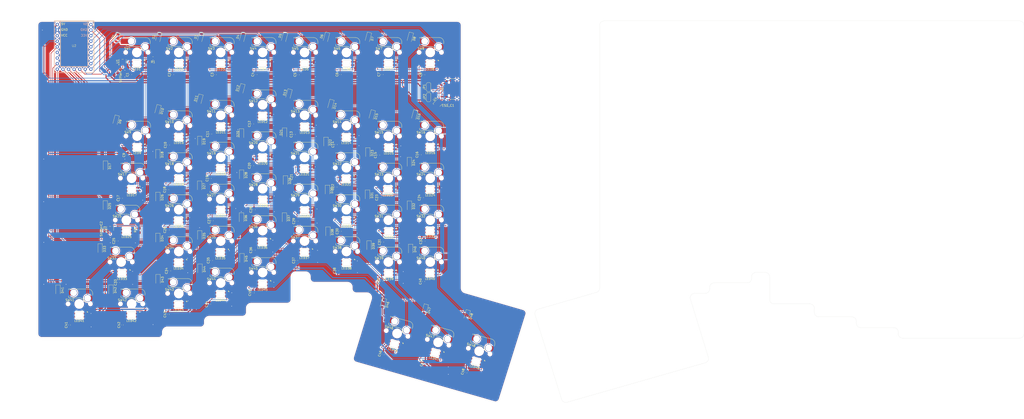
<source format=kicad_pcb>
(kicad_pcb (version 20241229) (generator "pcbnew") (generator_version "9.0")
  (layers (0 "F.Cu" signal) (2 "B.Cu" signal) (13 "F.Paste" user) (15 "B.Paste" user) (5 "F.SilkS" user "F.Silkscreen") (7 "B.SilkS" user "B.Silkscreen") (1 "F.Mask" user) (3 "B.Mask" user) (25 "Edge.Cuts" user))
  (net 0 "")
  (net 1 "L_ROW1")
  (net 2 "L_ROW2")
  (net 3 "L_ROW3")
  (net 4 "L_ROW4")
  (net 5 "L_ROW5")
  (net 6 "L_ROW6")
  (net 7 "L_COL3")
  (net 8 "L_COL5")
  (net 9 "L_COL1")
  (net 10 "L_COL2")
  (net 11 "L_COL8")
  (net 12 "L_COL6")
  (net 13 "VSS_IN_FUSED")
  (net 14 "L_COL7")
  (net 15 "LINK+")
  (net 16 "L_COL4")
  (net 17 "+5V")
  (net 18 "GND")
  (net 19 "Net-(D1-A)")
  (net 20 "Net-(D2-A)")
  (net 21 "Net-(D3-A)")
  (net 22 "Net-(D4-A)")
  (net 23 "Net-(D5-A)")
  (net 24 "Net-(D6-A)")
  (net 25 "Net-(D7-A)")
  (net 26 "Net-(D8-A)")
  (net 27 "Net-(D9-A)")
  (net 28 "Net-(D10-A)")
  (net 29 "Net-(D11-A)")
  (net 30 "Net-(D12-A)")
  (net 31 "Net-(D13-A)")
  (net 32 "Net-(D14-A)")
  (net 33 "Net-(D15-A)")
  (net 34 "Net-(D16-A)")
  (net 35 "Net-(D17-A)")
  (net 36 "Net-(D18-A)")
  (net 37 "Net-(D19-A)")
  (net 38 "Net-(D20-A)")
  (net 39 "Net-(D21-A)")
  (net 40 "Net-(D22-A)")
  (net 41 "Net-(D23-A)")
  (net 42 "Net-(D24-A)")
  (net 43 "Net-(D25-A)")
  (net 44 "Net-(D26-A)")
  (net 45 "Net-(D27-A)")
  (net 46 "Net-(D28-A)")
  (net 47 "Net-(D29-A)")
  (net 48 "Net-(D30-A)")
  (net 49 "Net-(D31-A)")
  (net 50 "Net-(D32-A)")
  (net 51 "Net-(D33-A)")
  (net 52 "Net-(D34-A)")
  (net 53 "Net-(D35-A)")
  (net 54 "Net-(D36-A)")
  (net 55 "Net-(D37-A)")
  (net 56 "Net-(D38-A)")
  (net 57 "Net-(D39-A)")
  (net 58 "Net-(D40-A)")
  (net 59 "Net-(D41-A)")
  (net 60 "Net-(D42-A)")
  (net 61 "Net-(D43-A)")
  (net 62 "Net-(D44-A)")
  (net 63 "Net-(D45-A)")
  (net 64 "Net-(D46-A)")
  (net 65 "Net-(D47-A)")
  (net 66 "Net-(D48-A)")
  (net 67 "LINK-")
  (net 68 "USART_RX")
  (net 69 "Net-(LED17-DOUT)")
  (net 70 "Net-(LED11-DIN)")
  (net 71 "L_LED_3v3_1")
  (net 72 "L_LED_3v3_2")
  (net 73 "Net-(U1-Y)")
  (net 75 "USART_TX")
  (net 76 "Net-(LED10-DIN)")
  (net 81 "L_LED1")
  (net 82 "Net-(LED1-DOUT)")
  (net 83 "Net-(LED2-DOUT)")
  (net 84 "Net-(LED3-DOUT)")
  (net 85 "Net-(LED4-DOUT)")
  (net 86 "Net-(LED5-DOUT)")
  (net 87 "Net-(LED6-DOUT)")
  (net 88 "Net-(LED7-DOUT)")
  (net 89 "Net-(LED16-DIN)")
  (net 90 "Net-(LED10-DOUT)")
  (net 91 "Net-(LED12-DIN)")
  (net 92 "Net-(LED13-DIN)")
  (net 93 "Net-(LED14-DIN)")
  (net 94 "Net-(LED15-DIN)")
  (net 95 "Net-(LED18-DOUT)")
  (net 96 "Net-(LED19-DOUT)")
  (net 97 "Net-(LED20-DOUT)")
  (net 98 "Net-(LED21-DOUT)")
  (net 99 "Net-(LED22-DOUT)")
  (net 100 "Net-(LED23-DOUT)")
  (net 102 "L_LED2")
  (net 103 "Net-(LED25-DOUT)")
  (net 104 "Net-(LED26-DOUT)")
  (net 105 "Net-(LED27-DOUT)")
  (net 106 "Net-(LED28-DOUT)")
  (net 107 "Net-(LED29-DOUT)")
  (net 108 "Net-(LED30-DOUT)")
  (net 109 "Net-(LED31-DOUT)")
  (net 110 "Net-(LED32-DOUT)")
  (net 111 "Net-(LED33-DIN)")
  (net 112 "Net-(LED33-DOUT)")
  (net 113 "Net-(LED34-DIN)")
  (net 114 "Net-(LED35-DIN)")
  (net 115 "Net-(LED36-DIN)")
  (net 116 "Net-(LED37-DIN)")
  (net 117 "Net-(LED38-DIN)")
  (net 118 "Net-(LED39-DIN)")
  (net 119 "Net-(LED41-DOUT)")
  (net 120 "Net-(LED42-DOUT)")
  (net 121 "Net-(LED43-DOUT)")
  (net 122 "Net-(LED44-DOUT)")
  (net 123 "Net-(LED45-DOUT)")
  (net 124 "Net-(LED46-DOUT)")
  (net 125 "Net-(LED47-DOUT)")
  (net 128 "Net-(U3-Y)")
  (net 129 "Net-(LED17-DIN)")
  (footprint "PCM_marbastlib-mx:SW_MX_HS_CPG151101S11_1u" (layer "F.Cu") (at 159.54375 80.9625)
    (property "Reference" "SW13")
    (property "Value" "SW_Push")
  )
  (footprint "PCM_marbastlib-mx:LED_MX_6028R-ROT" (layer "F.Cu") (at 237.4875 192.8875 -15)
    (property "Reference" "LED48")
    (property "Value" "MX_SK6812MINI-E")
    (fp_line (start -1.699999 -0.702841) (end -1.699999 0.702843) (stroke (width 0.1)) (layer "Edge.Cuts"))
    (fp_line (start -0.794452 1.5) (end 0.794453 1.5) (stroke (width 0.1)) (layer "Edge.Cuts"))
    (fp_line (start 0.794452 -1.499999) (end -0.794452 -1.499999) (stroke (width 0.1)) (layer "Edge.Cuts"))
    (fp_line (start 1.699999 0.702843) (end 1.699999 -0.702841) (stroke (width 0.1)) (layer "Edge.Cuts"))
    (fp_arc (start -1.699999 0.702843) (mid -1.712527 0.814069) (end -1.749484 0.919721) (stroke (width 0.1)) (layer "Edge.Cuts"))
    (fp_arc (start -1.749484 -0.919719) (mid -1.712527 -0.814067) (end -1.699999 -0.702842) (stroke (width 0.1)) (layer "Edge.Cuts"))
    (fp_arc (start -1.749484 -0.919719) (mid -1.63807 -1.504033) (end -1.046711 -1.568296) (stroke (width 0.1)) (layer "Edge.Cuts"))
    (fp_arc (start -1.046711 1.5683) (mid -1.638071 1.504036) (end -1.749484 0.919721) (stroke (width 0.1)) (layer "Edge.Cuts"))
    (fp_arc (start -1.046711 1.5683) (mid -0.925123 1.517378) (end -0.794453 1.500001) (stroke (width 0.1)) (layer "Edge.Cuts"))
    (fp_arc (start -0.794452 -1.499999) (mid -0.925122 -1.517376) (end -1.04671 -1.568298) (stroke (width 0.1)) (layer "Edge.Cuts"))
    (fp_arc (start 0.794453 1.5) (mid 0.925123 1.517377) (end 1.046711 1.568299) (stroke (width 0.1)) (layer "Edge.Cuts"))
    (fp_arc (start 1.046711 -1.568298) (mid 0.925123 -1.517376) (end 0.794452 -1.499999) (stroke (width 0.1)) (layer "Edge.Cuts"))
    (fp_arc (start 1.046711 -1.568298) (mid 1.638072 -1.504034) (end 1.749484 -0.919718) (stroke (width 0.1)) (layer "Edge.Cuts"))
    (fp_arc (start 1.749484 0.919721) (mid 1.63807 1.504035) (end 1.046711 1.568299) (stroke (width 0.1)) (layer "Edge.Cuts"))
    (fp_arc (start 1.749484 0.919721) (mid 1.712527 0.814069) (end 1.699999 0.702844) (stroke (width 0.1)) (layer "Edge.Cuts"))
    (fp_arc (start 1.699999 -0.702841) (mid 1.712527 -0.814067) (end 1.749484 -0.919721) (stroke (width 0.1)) (layer "Edge.Cuts"))
  )
  (footprint "PCM_marbastlib-mx:LED_MX_6028R-ROT" (layer "F.Cu") (at 121.3875 162.3875)
    (property "Reference" "LED44")
    (property "Value" "MX_SK6812MINI-E")
    (fp_line (start -1.699999 -0.702841) (end -1.699999 0.702843) (stroke (width 0.1)) (layer "Edge.Cuts"))
    (fp_line (start -0.794452 1.5) (end 0.794453 1.5) (stroke (width 0.1)) (layer "Edge.Cuts"))
    (fp_line (start 0.794452 -1.499999) (end -0.794452 -1.499999) (stroke (width 0.1)) (layer "Edge.Cuts"))
    (fp_line (start 1.699999 0.702843) (end 1.699999 -0.702841) (stroke (width 0.1)) (layer "Edge.Cuts"))
    (fp_arc (start -1.749484 -0.919719) (mid -1.712527 -0.814067) (end -1.699999 -0.702842) (stroke (width 0.1)) (layer "Edge.Cuts"))
    (fp_arc (start -1.749484 -0.919719) (mid -1.63807 -1.504033) (end -1.046711 -1.568296) (stroke (width 0.1)) (layer "Edge.Cuts"))
    (fp_arc (start -1.699999 0.702843) (mid -1.712527 0.814069) (end -1.749484 0.919721) (stroke (width 0.1)) (layer "Edge.Cuts"))
    (fp_arc (start -1.046711 1.5683) (mid -1.638071 1.504036) (end -1.749484 0.919721) (stroke (width 0.1)) (layer "Edge.Cuts"))
    (fp_arc (start -1.046711 1.5683) (mid -0.925123 1.517378) (end -0.794453 1.500001) (stroke (width 0.1)) (layer "Edge.Cuts"))
    (fp_arc (start -0.794452 -1.499999) (mid -0.925122 -1.517376) (end -1.04671 -1.568298) (stroke (width 0.1)) (layer "Edge.Cuts"))
    (fp_arc (start 0.794453 1.5) (mid 0.925123 1.517377) (end 1.046711 1.568299) (stroke (width 0.1)) (layer "Edge.Cuts"))
    (fp_arc (start 1.046711 -1.568298) (mid 0.925123 -1.517376) (end 0.794452 -1.499999) (stroke (width 0.1)) (layer "Edge.Cuts"))
    (fp_arc (start 1.046711 -1.568298) (mid 1.638072 -1.504034) (end 1.749484 -0.919718) (stroke (width 0.1)) (layer "Edge.Cuts"))
    (fp_arc (start 1.699999 -0.702841) (mid 1.712527 -0.814067) (end 1.749484 -0.919719) (stroke (width 0.1)) (layer "Edge.Cuts"))
    (fp_arc (start 1.749484 0.919721) (mid 1.63807 1.504035) (end 1.046711 1.568299) (stroke (width 0.1)) (layer "Edge.Cuts"))
    (fp_arc (start 1.749484 0.919721) (mid 1.712527 0.814069) (end 1.699999 0.702844) (stroke (width 0.1)) (layer "Edge.Cuts"))
  )
  (footprint "Capacitor_SMD:C_0603_1608Metric_Pad1.08x0.95mm_HandSolder" (layer "F.Cu") (at 195.1975 189.6475 75)
    (property "Reference" "C46")
    (property "Value" "0.1uF")
  )
  (footprint "Diode_SMD:D_SOD-123" (layer "F.Cu") (at 188.1875 117.2875 -90)
    (property "Reference" "D31")
    (property "Value" "D")
  )
  (footprint "PCM_marbastlib-mx:LED_MX_6028R-ROT" (layer "F.Cu") (at 159.5875 57.4875)
    (property "Reference" "LED5")
    (property "Value" "MX_SK6812MINI-E")
    (fp_line (start -1.699999 -0.702841) (end -1.699999 0.702843) (stroke (width 0.1)) (layer "Edge.Cuts"))
    (fp_line (start -0.794452 1.5) (end 0.794453 1.5) (stroke (width 0.1)) (layer "Edge.Cuts"))
    (fp_line (start 0.794452 -1.499999) (end -0.794452 -1.499999) (stroke (width 0.1)) (layer "Edge.Cuts"))
    (fp_line (start 1.699999 0.702843) (end 1.699999 -0.702841) (stroke (width 0.1)) (layer "Edge.Cuts"))
    (fp_arc (start -1.749484 -0.919719) (mid -1.712527 -0.814067) (end -1.699999 -0.702842) (stroke (width 0.1)) (layer "Edge.Cuts"))
    (fp_arc (start -1.749484 -0.919719) (mid -1.63807 -1.504033) (end -1.046711 -1.568296) (stroke (width 0.1)) (layer "Edge.Cuts"))
    (fp_arc (start -1.699999 0.702843) (mid -1.712527 0.814069) (end -1.749484 0.919721) (stroke (width 0.1)) (layer "Edge.Cuts"))
    (fp_arc (start -1.046711 1.5683) (mid -1.638071 1.504036) (end -1.749484 0.919721) (stroke (width 0.1)) (layer "Edge.Cuts"))
    (fp_arc (start -1.046711 1.5683) (mid -0.925123 1.517378) (end -0.794453 1.500001) (stroke (width 0.1)) (layer "Edge.Cuts"))
    (fp_arc (start -0.794452 -1.499999) (mid -0.925122 -1.517376) (end -1.04671 -1.568298) (stroke (width 0.1)) (layer "Edge.Cuts"))
    (fp_arc (start 0.794453 1.5) (mid 0.925123 1.517377) (end 1.046711 1.568299) (stroke (width 0.1)) (layer "Edge.Cuts"))
    (fp_arc (start 1.046711 -1.568298) (mid 0.925123 -1.517376) (end 0.794452 -1.499999) (stroke (width 0.1)) (layer "Edge.Cuts"))
    (fp_arc (start 1.046711 -1.568298) (mid 1.638072 -1.504034) (end 1.749484 -0.919718) (stroke (width 0.1)) (layer "Edge.Cuts"))
    (fp_arc (start 1.699999 -0.702841) (mid 1.712527 -0.814067) (end 1.749484 -0.919719) (stroke (width 0.1)) (layer "Edge.Cuts"))
    (fp_arc (start 1.749484 0.919721) (mid 1.63807 1.504035) (end 1.046711 1.568299) (stroke (width 0.1)) (layer "Edge.Cuts"))
    (fp_arc (start 1.749484 0.919721) (mid 1.712527 0.814069) (end 1.699999 0.702844) (stroke (width 0.1)) (layer "Edge.Cuts"))
  )
  (footprint "PCM_marbastlib-mx:SW_MX_HS_CPG151101S11_1u" (layer "F.Cu") (at 121.44375 80.9625)
    (property "Reference" "SW11")
    (property "Value" "SW_Push")
  )
  (footprint "Capacitor_SMD:C_0603_1608Metric_Pad1.08x0.95mm_HandSolder" (layer "F.Cu") (at 154.9875 108.9875 90)
    (property "Reference" "C21")
    (property "Value" "0.1uF")
  )
  (footprint "PCM_marbastlib-mx:SW_MX_HS_CPG151101S11_1u" (layer "F.Cu") (at 159.54375 119.0625)
    (property "Reference" "SW29")
    (property "Value" "SW_Push")
  )
  (footprint "Diode_SMD:D_SOD-123" (layer "F.Cu") (at 74.2775 45.7875 -105)
    (property "Reference" "D1")
    (property "Value" "D")
  )
  (footprint "Package_TO_SOT_SMD:SOT-23-5" (layer "F.Cu") (at 76.8875 56.4875 90)
    (property "Reference" "U1")
    (property "Value" "SN74LV1T125DBV")
  )
  (footprint "Diode_SMD:D_SOD-123" (layer "F.Cu") (at 188.4775 45.6675 -105)
    (property "Reference" "D7")
    (property "Value" "D")
  )
  (footprint "PCM_marbastlib-mx:LED_MX_6028R-ROT" (layer "F.Cu") (at 218.9875 188.9875 -15)
    (property "Reference" "LED47")
    (property "Value" "MX_SK6812MINI-E")
    (fp_line (start -1.699999 -0.702841) (end -1.699999 0.702843) (stroke (width 0.1)) (layer "Edge.Cuts"))
    (fp_line (start -0.794452 1.5) (end 0.794453 1.5) (stroke (width 0.1)) (layer "Edge.Cuts"))
    (fp_line (start 0.794452 -1.499999) (end -0.794452 -1.499999) (stroke (width 0.1)) (layer "Edge.Cuts"))
    (fp_line (start 1.699999 0.702843) (end 1.699999 -0.702841) (stroke (width 0.1)) (layer "Edge.Cuts"))
    (fp_arc (start -1.699999 0.702843) (mid -1.712527 0.814069) (end -1.749484 0.919721) (stroke (width 0.1)) (layer "Edge.Cuts"))
    (fp_arc (start -1.749484 -0.919719) (mid -1.712527 -0.814067) (end -1.699999 -0.702842) (stroke (width 0.1)) (layer "Edge.Cuts"))
    (fp_arc (start -1.749484 -0.919719) (mid -1.63807 -1.504033) (end -1.046711 -1.568296) (stroke (width 0.1)) (layer "Edge.Cuts"))
    (fp_arc (start -1.046711 1.5683) (mid -1.638071 1.504036) (end -1.749484 0.919721) (stroke (width 0.1)) (layer "Edge.Cuts"))
    (fp_arc (start -1.046711 1.5683) (mid -0.925123 1.517378) (end -0.794453 1.500001) (stroke (width 0.1)) (layer "Edge.Cuts"))
    (fp_arc (start -0.794452 -1.499999) (mid -0.925122 -1.517376) (end -1.04671 -1.568298) (stroke (width 0.1)) (layer "Edge.Cuts"))
    (fp_arc (start 0.794453 1.5) (mid 0.925123 1.517377) (end 1.046711 1.568299) (stroke (width 0.1)) (layer "Edge.Cuts"))
    (fp_arc (start 1.046711 -1.568298) (mid 0.925123 -1.517376) (end 0.794452 -1.499999) (stroke (width 0.1)) (layer "Edge.Cuts"))
    (fp_arc (start 1.046711 -1.568298) (mid 1.638072 -1.504034) (end 1.749484 -0.919718) (stroke (width 0.1)) (layer "Edge.Cuts"))
    (fp_arc (start 1.749484 0.919721) (mid 1.63807 1.504035) (end 1.046711 1.568299) (stroke (width 0.1)) (layer "Edge.Cuts"))
    (fp_arc (start 1.749484 0.919721) (mid 1.712527 0.814069) (end 1.699999 0.702844) (stroke (width 0.1)) (layer "Edge.Cuts"))
    (fp_arc (start 1.699999 -0.702841) (mid 1.712527 -0.814067) (end 1.749484 -0.919721) (stroke (width 0.1)) (layer "Edge.Cuts"))
  )
  (footprint "Capacitor_SMD:C_0603_1608Metric_Pad1.08x0.95mm_HandSolder" (layer "F.Cu") (at 78.8875 99.0875 90)
    (property "Reference" "C9")
    (property "Value" "0.1uF")
  )
  (footprint "Capacitor_SMD:C_0603_1608Metric_Pad1.08x0.95mm_HandSolder" (layer "F.Cu") (at 174.6175 151.6175 90)
    (property "Reference" "C38")
    (property "Value" "0.1uF")
  )
  (footprint "PCM_marbastlib-various:SOT-23-6-routable" (layer "F.Cu") (at 220.4875 75.2875 45)
    (property "Reference" "U4")
    (property "Value" "SRV05-4")
  )
  (footprint "Diode_SMD:D_SOD-123" (layer "F.Cu") (at 69.05625 104.0875 -90)
    (property "Reference" "D17")
    (property "Value" "D")
  )
  (footprint "Capacitor_SMD:C_0603_1608Metric_Pad1.08x0.95mm_HandSolder" (layer "F.Cu") (at 175.7875 133.6875 90)
    (property "Reference" "C30")
    (property "Value" "0.1uF")
  )
  (footprint "PCM_marbastlib-mx:LED_MX_6028R-ROT" (layer "F.Cu") (at 80.8875 171.7875)
    (property "Reference" "LED42")
    (property "Value" "MX_SK6812MINI-E")
    (fp_line (start -1.699999 -0.702841) (end -1.699999 0.702843) (stroke (width 0.1)) (layer "Edge.Cuts"))
    (fp_line (start -0.794452 1.5) (end 0.794453 1.5) (stroke (width 0.1)) (layer "Edge.Cuts"))
    (fp_line (start 0.794452 -1.499999) (end -0.794452 -1.499999) (stroke (width 0.1)) (layer "Edge.Cuts"))
    (fp_line (start 1.699999 0.702843) (end 1.699999 -0.702841) (stroke (width 0.1)) (layer "Edge.Cuts"))
    (fp_arc (start -1.749484 -0.919719) (mid -1.712527 -0.814067) (end -1.699999 -0.702842) (stroke (width 0.1)) (layer "Edge.Cuts"))
    (fp_arc (start -1.749484 -0.919719) (mid -1.63807 -1.504033) (end -1.046711 -1.568296) (stroke (width 0.1)) (layer "Edge.Cuts"))
    (fp_arc (start -1.699999 0.702843) (mid -1.712527 0.814069) (end -1.749484 0.919721) (stroke (width 0.1)) (layer "Edge.Cuts"))
    (fp_arc (start -1.046711 1.5683) (mid -1.638071 1.504036) (end -1.749484 0.919721) (stroke (width 0.1)) (layer "Edge.Cuts"))
    (fp_arc (start -1.046711 1.5683) (mid -0.925123 1.517378) (end -0.794453 1.500001) (stroke (width 0.1)) (layer "Edge.Cuts"))
    (fp_arc (start -0.794452 -1.499999) (mid -0.925122 -1.517376) (end -1.04671 -1.568298) (stroke (width 0.1)) (layer "Edge.Cuts"))
    (fp_arc (start 0.794453 1.5) (mid 0.925123 1.517377) (end 1.046711 1.568299) (stroke (width 0.1)) (layer "Edge.Cuts"))
    (fp_arc (start 1.046711 -1.568298) (mid 0.925123 -1.517376) (end 0.794452 -1.499999) (stroke (width 0.1)) (layer "Edge.Cuts"))
    (fp_arc (start 1.046711 -1.568298) (mid 1.638072 -1.504034) (end 1.749484 -0.919718) (stroke (width 0.1)) (layer "Edge.Cuts"))
    (fp_arc (start 1.699999 -0.702841) (mid 1.712527 -0.814067) (end 1.749484 -0.919719) (stroke (width 0.1)) (layer "Edge.Cuts"))
    (fp_arc (start 1.749484 0.919721) (mid 1.63807 1.504035) (end 1.046711 1.568299) (stroke (width 0.1)) (layer "Edge.Cuts"))
    (fp_arc (start 1.749484 0.919721) (mid 1.712527 0.814069) (end 1.699999 0.702844) (stroke (width 0.1)) (layer "Edge.Cuts"))
  )
  (footprint "Package_TO_SOT_SMD:SOT-23-5" (layer "F.Cu") (at 71.1875 132.3875 90)
    (property "Reference" "U3")
    (property "Value" "SN74LV1T125DBV")
  )
  (footprint "Diode_SMD:D_SOD-123" (layer "F.Cu") (at 73.81875 83.34375 -105)
    (property "Reference" "D9")
    (property "Value" "D")
  )
  (footprint "Diode_SMD:D_SOD-123" (layer "F.Cu") (at 209.55 80.9625 -105)
    (property "Reference" "D16")
    (property "Value" "D")
  )
  (footprint "PCM_marbastlib-mx:LED_MX_6028R-ROT" (layer "F.Cu") (at 121.4875 124.0875)
    (property "Reference" "LED27")
    (property "Value" "MX_SK6812MINI-E")
    (fp_line (start -1.699999 -0.702841) (end -1.699999 0.702843) (stroke (width 0.1)) (layer "Edge.Cuts"))
    (fp_line (start -0.794452 1.5) (end 0.794453 1.5) (stroke (width 0.1)) (layer "Edge.Cuts"))
    (fp_line (start 0.794452 -1.499999) (end -0.794452 -1.499999) (stroke (width 0.1)) (layer "Edge.Cuts"))
    (fp_line (start 1.699999 0.702843) (end 1.699999 -0.702841) (stroke (width 0.1)) (layer "Edge.Cuts"))
    (fp_arc (start -1.749484 -0.919719) (mid -1.712527 -0.814067) (end -1.699999 -0.702842) (stroke (width 0.1)) (layer "Edge.Cuts"))
    (fp_arc (start -1.749484 -0.919719) (mid -1.63807 -1.504033) (end -1.046711 -1.568296) (stroke (width 0.1)) (layer "Edge.Cuts"))
    (fp_arc (start -1.699999 0.702843) (mid -1.712527 0.814069) (end -1.749484 0.919721) (stroke (width 0.1)) (layer "Edge.Cuts"))
    (fp_arc (start -1.046711 1.5683) (mid -1.638071 1.504036) (end -1.749484 0.919721) (stroke (width 0.1)) (layer "Edge.Cuts"))
    (fp_arc (start -1.046711 1.5683) (mid -0.925123 1.517378) (end -0.794453 1.500001) (stroke (width 0.1)) (layer "Edge.Cuts"))
    (fp_arc (start -0.794452 -1.499999) (mid -0.925122 -1.517376) (end -1.04671 -1.568298) (stroke (width 0.1)) (layer "Edge.Cuts"))
    (fp_arc (start 0.794453 1.5) (mid 0.925123 1.517377) (end 1.046711 1.568299) (stroke (width 0.1)) (layer "Edge.Cuts"))
    (fp_arc (start 1.046711 -1.568298) (mid 0.925123 -1.517376) (end 0.794452 -1.499999) (stroke (width 0.1)) (layer "Edge.Cuts"))
    (fp_arc (start 1.046711 -1.568298) (mid 1.638072 -1.504034) (end 1.749484 -0.919718) (stroke (width 0.1)) (layer "Edge.Cuts"))
    (fp_arc (start 1.699999 -0.702841) (mid 1.712527 -0.814067) (end 1.749484 -0.919719) (stroke (width 0.1)) (layer "Edge.Cuts"))
    (fp_arc (start 1.749484 0.919721) (mid 1.63807 1.504035) (end 1.046711 1.568299) (stroke (width 0.1)) (layer "Edge.Cuts"))
    (fp_arc (start 1.749484 0.919721) (mid 1.712527 0.814069) (end 1.699999 0.702844) (stroke (width 0.1)) (layer "Edge.Cuts"))
  )
  (footprint "PCM_marbastlib-mx:SW_MX_HS_CPG151101S11_1.5u" (layer "F.Cu") (at 78.58125 128.5875)
    (property "Reference" "SW25")
    (property "Value" "SW_Push")
  )
  (footprint "Capacitor_SMD:C_0603_1608Metric_Pad1.08x0.95mm_HandSolder" (layer "F.Cu") (at 74.4875 62.6875 -90)
    (property "Reference" "ShifterC1")
    (property "Value" "C")
  )
  (footprint "Diode_SMD:D_SOD-123" (layer "F.Cu") (at 93.2275 45.6675 -105)
    (property "Reference" "D2")
    (property "Value" "D")
  )
  (footprint "Capacitor_SMD:C_0603_1608Metric_Pad1.08x0.95mm_HandSolder" (layer "F.Cu") (at 213.7375 62.55 90)
    (property "Reference" "C8")
    (property "Value" "0.1uF")
  )
  (footprint "PCM_marbastlib-mx:SW_MX_HS_CPG151101S11_1u" (layer "F.Cu") (at 216.69375 109.5375)
    (property "Reference" "SW24")
    (property "Value" "SW_Push")
  )
  (footprint "Diode_SMD:D_SOD-123" (layer "F.Cu") (at 112.2775 45.6675 -105)
    (property "Reference" "D3")
    (property "Value" "D")
  )
  (footprint "Diode_SMD:D_SOD-123" (layer "F.Cu") (at 233.362359 171.811823 -105)
    (property "Reference" "D48")
    (property "Value" "D")
  )
  (footprint "PCM_marbastlib-mx:LED_MX_6028R-ROT" (layer "F.Cu") (at 81.0375 114.6125)
    (property "Reference" "LED17")
    (property "Value" "MX_SK6812MINI-E")
    (fp_line (start -1.699999 -0.702841) (end -1.699999 0.702843) (stroke (width 0.1)) (layer "Edge.Cuts"))
    (fp_line (start -0.794452 1.5) (end 0.794453 1.5) (stroke (width 0.1)) (layer "Edge.Cuts"))
    (fp_line (start 0.794452 -1.499999) (end -0.794452 -1.499999) (stroke (width 0.1)) (layer "Edge.Cuts"))
    (fp_line (start 1.699999 0.702843) (end 1.699999 -0.702841) (stroke (width 0.1)) (layer "Edge.Cuts"))
    (fp_arc (start -1.749484 -0.919719) (mid -1.712527 -0.814067) (end -1.699999 -0.702842) (stroke (width 0.1)) (layer "Edge.Cuts"))
    (fp_arc (start -1.749484 -0.919719) (mid -1.63807 -1.504033) (end -1.046711 -1.568296) (stroke (width 0.1)) (layer "Edge.Cuts"))
    (fp_arc (start -1.699999 0.702843) (mid -1.712527 0.814069) (end -1.749484 0.919721) (stroke (width 0.1)) (layer "Edge.Cuts"))
    (fp_arc (start -1.046711 1.5683) (mid -1.638071 1.504036) (end -1.749484 0.919721) (stroke (width 0.1)) (layer "Edge.Cuts"))
    (fp_arc (start -1.046711 1.5683) (mid -0.925123 1.517378) (end -0.794453 1.500001) (stroke (width 0.1)) (layer "Edge.Cuts"))
    (fp_arc (start -0.794452 -1.499999) (mid -0.925122 -1.517376) (end -1.04671 -1.568298) (stroke (width 0.1)) (layer "Edge.Cuts"))
    (fp_arc (start 0.794453 1.5) (mid 0.925123 1.517377) (end 1.046711 1.568299) (stroke (width 0.1)) (layer "Edge.Cuts"))
    (fp_arc (start 1.046711 -1.568298) (mid 0.925123 -1.517376) (end 0.794452 -1.499999) (stroke (width 0.1)) (layer "Edge.Cuts"))
    (fp_arc (start 1.046711 -1.568298) (mid 1.638072 -1.504034) (end 1.749484 -0.919718) (stroke (width 0.1)) (layer "Edge.Cuts"))
    (fp_arc (start 1.699999 -0.702841) (mid 1.712527 -0.814067) (end 1.749484 -0.919719) (stroke (width 0.1)) (layer "Edge.Cuts"))
    (fp_arc (start 1.749484 0.919721) (mid 1.63807 1.504035) (end 1.046711 1.568299) (stroke (width 0.1)) (layer "Edge.Cuts"))
    (fp_arc (start 1.749484 0.919721) (mid 1.712527 0.814069) (end 1.699999 0.702844) (stroke (width 0.1)) (layer "Edge.Cuts"))
  )
  (footprint "PCM_marbastlib-mx:LED_MX_6028R-ROT" (layer "F.Cu") (at 159.5875 124.2875)
    (property "Reference" "LED29")
    (property "Value" "MX_SK6812MINI-E")
    (fp_line (start -1.699999 -0.702841) (end -1.699999 0.702843) (stroke (width 0.1)) (layer "Edge.Cuts"))
    (fp_line (start -0.794452 1.5) (end 0.794453 1.5) (stroke (width 0.1)) (layer "Edge.Cuts"))
    (fp_line (start 0.794452 -1.499999) (end -0.794452 -1.499999) (stroke (width 0.1)) (layer "Edge.Cuts"))
    (fp_line (start 1.699999 0.702843) (end 1.699999 -0.702841) (stroke (width 0.1)) (layer "Edge.Cuts"))
    (fp_arc (start -1.749484 -0.919719) (mid -1.712527 -0.814067) (end -1.699999 -0.702842) (stroke (width 0.1)) (layer "Edge.Cuts"))
    (fp_arc (start -1.749484 -0.919719) (mid -1.63807 -1.504033) (end -1.046711 -1.568296) (stroke (width 0.1)) (layer "Edge.Cuts"))
    (fp_arc (start -1.699999 0.702843) (mid -1.712527 0.814069) (end -1.749484 0.919721) (stroke (width 0.1)) (layer "Edge.Cuts"))
    (fp_arc (start -1.046711 1.5683) (mid -1.638071 1.504036) (end -1.749484 0.919721) (stroke (width 0.1)) (layer "Edge.Cuts"))
    (fp_arc (start -1.046711 1.5683) (mid -0.925123 1.517378) (end -0.794453 1.500001) (stroke (width 0.1)) (layer "Edge.Cuts"))
    (fp_arc (start -0.794452 -1.499999) (mid -0.925122 -1.517376) (end -1.04671 -1.568298) (stroke (width 0.1)) (layer "Edge.Cuts"))
    (fp_arc (start 0.794453 1.5) (mid 0.925123 1.517377) (end 1.046711 1.568299) (stroke (width 0.1)) (layer "Edge.Cuts"))
    (fp_arc (start 1.046711 -1.568298) (mid 0.925123 -1.517376) (end 0.794452 -1.499999) (stroke (width 0.1)) (layer "Edge.Cuts"))
    (fp_arc (start 1.046711 -1.568298) (mid 1.638072 -1.504034) (end 1.749484 -0.919718) (stroke (width 0.1)) (layer "Edge.Cuts"))
    (fp_arc (start 1.699999 -0.702841) (mid 1.712527 -0.814067) (end 1.749484 -0.919719) (stroke (width 0.1)) (layer "Edge.Cuts"))
    (fp_arc (start 1.749484 0.919721) (mid 1.63807 1.504035) (end 1.046711 1.568299) (stroke (width 0.1)) (layer "Edge.Cuts"))
    (fp_arc (start 1.749484 0.919721) (mid 1.712527 0.814069) (end 1.699999 0.702844) (stroke (width 0.1)) (layer "Edge.Cuts"))
  )
  (footprint "Diode_SMD:D_SOD-123" (layer "F.Cu") (at 111.91875 92.86875 -90)
    (property "Reference" "D19")
    (property "Value" "D")
  )
  (footprint "PCM_marbastlib-mx:LED_MX_6028R-ROT" (layer "F.Cu") (at 121.395 105.087501)
    (property "Reference" "LED19")
    (property "Value" "MX_SK6812MINI-E")
    (fp_line (start -1.699999 -0.702841) (end -1.699999 0.702843) (stroke (width 0.1)) (layer "Edge.Cuts"))
    (fp_line (start -0.794452 1.5) (end 0.794453 1.5) (stroke (width 0.1)) (layer "Edge.Cuts"))
    (fp_line (start 0.794452 -1.499999) (end -0.794452 -1.499999) (stroke (width 0.1)) (layer "Edge.Cuts"))
    (fp_line (start 1.699999 0.702843) (end 1.699999 -0.702841) (stroke (width 0.1)) (layer "Edge.Cuts"))
    (fp_arc (start -1.749484 -0.919719) (mid -1.712527 -0.814067) (end -1.699999 -0.702842) (stroke (width 0.1)) (layer "Edge.Cuts"))
    (fp_arc (start -1.749484 -0.919719) (mid -1.63807 -1.504033) (end -1.046711 -1.568296) (stroke (width 0.1)) (layer "Edge.Cuts"))
    (fp_arc (start -1.699999 0.702843) (mid -1.712527 0.814069) (end -1.749484 0.919721) (stroke (width 0.1)) (layer "Edge.Cuts"))
    (fp_arc (start -1.046711 1.5683) (mid -1.638071 1.504036) (end -1.749484 0.919721) (stroke (width 0.1)) (layer "Edge.Cuts"))
    (fp_arc (start -1.046711 1.5683) (mid -0.925123 1.517378) (end -0.794453 1.500001) (stroke (width 0.1)) (layer "Edge.Cuts"))
    (fp_arc (start -0.794452 -1.499999) (mid -0.925122 -1.517376) (end -1.04671 -1.568298) (stroke (width 0.1)) (layer "Edge.Cuts"))
    (fp_arc (start 0.794453 1.5) (mid 0.925123 1.517377) (end 1.046711 1.568299) (stroke (width 0.1)) (layer "Edge.Cuts"))
    (fp_arc (start 1.046711 -1.568298) (mid 0.925123 -1.517376) (end 0.794452 -1.499999) (stroke (width 0.1)) (layer "Edge.Cuts"))
    (fp_arc (start 1.046711 -1.568298) (mid 1.638072 -1.504034) (end 1.749484 -0.919718) (stroke (width 0.1)) (layer "Edge.Cuts"))
    (fp_arc (start 1.699999 -0.702841) (mid 1.712527 -0.814067) (end 1.749484 -0.919719) (stroke (width 0.1)) (layer "Edge.Cuts"))
    (fp_arc (start 1.749484 0.919721) (mid 1.63807 1.504035) (end 1.046711 1.568299) (stroke (width 0.1)) (layer "Edge.Cuts"))
    (fp_arc (start 1.749484 0.919721) (mid 1.712527 0.814069) (end 1.699999 0.702844) (stroke (width 0.1)) (layer "Edge.Cuts"))
  )
  (footprint "PCM_marbastlib-mx:SW_MX_HS_CPG151101S11_1u" (layer "F.Cu") (at 102.39375 142.875)
    (property "Reference" "SW34")
    (property "Value" "SW_Push")
  )
  (footprint "PCM_marbastlib-mx:LED_MX_6028R-ROT" (layer "F.Cu") (at 140.4875 157.5875)
    (property "Reference" "LED45")
    (property "Value" "MX_SK6812MINI-E")
    (fp_line (start -1.699999 -0.702841) (end -1.699999 0.702843) (stroke (width 0.1)) (layer "Edge.Cuts"))
    (fp_line (start -0.794452 1.5) (end 0.794453 1.5) (stroke (width 0.1)) (layer "Edge.Cuts"))
    (fp_line (start 0.794452 -1.499999) (end -0.794452 -1.499999) (stroke (width 0.1)) (layer "Edge.Cuts"))
    (fp_line (start 1.699999 0.702843) (end 1.699999 -0.702841) (stroke (width 0.1)) (layer "Edge.Cuts"))
    (fp_arc (start -1.749484 -0.919719) (mid -1.712527 -0.814067) (end -1.699999 -0.702842) (stroke (width 0.1)) (layer "Edge.Cuts"))
    (fp_arc (start -1.749484 -0.919719) (mid -1.63807 -1.504033) (end -1.046711 -1.568296) (stroke (width 0.1)) (layer "Edge.Cuts"))
    (fp_arc (start -1.699999 0.702843) (mid -1.712527 0.814069) (end -1.749484 0.919721) (stroke (width 0.1)) (layer "Edge.Cuts"))
    (fp_arc (start -1.046711 1.5683) (mid -1.638071 1.504036) (end -1.749484 0.919721) (stroke (width 0.1)) (layer "Edge.Cuts"))
    (fp_arc (start -1.046711 1.5683) (mid -0.925123 1.517378) (end -0.794453 1.500001) (stroke (width 0.1)) (layer "Edge.Cuts"))
    (fp_arc (start -0.794452 -1.499999) (mid -0.925122 -1.517376) (end -1.04671 -1.568298) (stroke (width 0.1)) (layer "Edge.Cuts"))
    (fp_arc (start 0.794453 1.5) (mid 0.925123 1.517377) (end 1.046711 1.568299) (stroke (width 0.1)) (layer "Edge.Cuts"))
    (fp_arc (start 1.046711 -1.568298) (mid 0.925123 -1.517376) (end 0.794452 -1.499999) (stroke (width 0.1)) (layer "Edge.Cuts"))
    (fp_arc (start 1.046711 -1.568298) (mid 1.638072 -1.504034) (end 1.749484 -0.919718) (stroke (width 0.1)) (layer "Edge.Cuts"))
    (fp_arc (start 1.699999 -0.702841) (mid 1.712527 -0.814067) (end 1.749484 -0.919719) (stroke (width 0.1)) (layer "Edge.Cuts"))
    (fp_arc (start 1.749484 0.919721) (mid 1.63807 1.504035) (end 1.046711 1.568299) (stroke (width 0.1)) (layer "Edge.Cuts"))
    (fp_arc (start 1.749484 0.919721) (mid 1.712527 0.814069) (end 1.699999 0.702844) (stroke (width 0.1)) (layer "Edge.Cuts"))
  )
  (footprint "Jumper:SolderJumper-3_P1.3mm_Open_RoundedPad1.0x1.5mm_NumberLabels" (layer "F.Cu") (at 215.9375 68.1375 90)
    (property "Reference" "JP1")
    (property "Value" "SolderJumper" (hide yes))
  )
  (footprint "Capacitor_SMD:C_0603_1608Metric_Pad1.08x0.95mm_HandSolder" (layer "F.Cu") (at 154.8875 89.6875 90)
    (property "Reference" "C13")
    (property "Value" "0.1uF")
  )
  (footprint "PCM_marbastlib-mx:SW_MX_HS_CPG151101S11_1u" (layer "F.Cu") (at 197.64375 128.5875)
    (property "Reference" "SW31")
    (property "Value" "SW_Push")
  )
  (footprint "PCM_marbastlib-mx:LED_MX_6028R-ROT" (layer "F.Cu") (at 159.595 86.212501)
    (property "Reference" "LED13")
    (property "Value" "MX_SK6812MINI-E")
    (fp_line (start -1.699999 -0.702841) (end -1.699999 0.702843) (stroke (width 0.1)) (layer "Edge.Cuts"))
    (fp_line (start -0.794452 1.5) (end 0.794453 1.5) (stroke (width 0.1)) (layer "Edge.Cuts"))
    (fp_line (start 0.794452 -1.499999) (end -0.794452 -1.499999) (stroke (width 0.1)) (layer "Edge.Cuts"))
    (fp_line (start 1.699999 0.702843) (end 1.699999 -0.702841) (stroke (width 0.1)) (layer "Edge.Cuts"))
    (fp_arc (start -1.749484 -0.919719) (mid -1.712527 -0.814067) (end -1.699999 -0.702842) (stroke (width 0.1)) (layer "Edge.Cuts"))
    (fp_arc (start -1.749484 -0.919719) (mid -1.63807 -1.504033) (end -1.046711 -1.568296) (stroke (width 0.1)) (layer "Edge.Cuts"))
    (fp_arc (start -1.699999 0.702843) (mid -1.712527 0.814069) (end -1.749484 0.919721) (stroke (width 0.1)) (layer "Edge.Cuts"))
    (fp_arc (start -1.046711 1.5683) (mid -1.638071 1.504036) (end -1.749484 0.919721) (stroke (width 0.1)) (layer "Edge.Cuts"))
    (fp_arc (start -1.046711 1.5683) (mid -0.925123 1.517378) (end -0.794453 1.500001) (stroke (width 0.1)) (layer "Edge.Cuts"))
    (fp_arc (start -0.794452 -1.499999) (mid -0.925122 -1.517376) (end -1.04671 -1.568298) (stroke (width 0.1)) (layer "Edge.Cuts"))
    (fp_arc (start 0.794453 1.5) (mid 0.925123 1.517377) (end 1.046711 1.568299) (stroke (width 0.1)) (layer "Edge.Cuts"))
    (fp_arc (start 1.046711 -1.568298) (mid 0.925123 -1.517376) (end 0.794452 -1.499999) (stroke (width 0.1)) (layer "Edge.Cuts"))
    (fp_arc (start 1.046711 -1.568298) (mid 1.638072 -1.504034) (end 1.749484 -0.919718) (stroke (width 0.1)) (layer "Edge.Cuts"))
    (fp_arc (start 1.699999 -0.702841) (mid 1.712527 -0.814067) (end 1.749484 -0.919719) (stroke (width 0.1)) (layer "Edge.Cuts"))
    (fp_arc (start 1.749484 0.919721) (mid 1.63807 1.504035) (end 1.046711 1.568299) (stroke (width 0.1)) (layer "Edge.Cuts"))
    (fp_arc (start 1.749484 0.919721) (mid 1.712527 0.814069) (end 1.699999 0.702844) (stroke (width 0.1)) (layer "Edge.Cuts"))
  )
  (footprint "PCM_marbastlib-mx:LED_MX_6028R-ROT" (layer "F.Cu") (at 83.295 57.377501)
    (property "Reference" "LED1")
    (property "Value" "MX_SK6812MINI-E")
    (fp_line (start -1.699999 -0.702841) (end -1.699999 0.702843) (stroke (width 0.1)) (layer "Edge.Cuts"))
    (fp_line (start -0.794452 1.5) (end 0.794453 1.5) (stroke (width 0.1)) (layer "Edge.Cuts"))
    (fp_line (start 0.794452 -1.499999) (end -0.794452 -1.499999) (stroke (width 0.1)) (layer "Edge.Cuts"))
    (fp_line (start 1.699999 0.702843) (end 1.699999 -0.702841) (stroke (width 0.1)) (layer "Edge.Cuts"))
    (fp_arc (start -1.749484 -0.919719) (mid -1.712527 -0.814067) (end -1.699999 -0.702842) (stroke (width 0.1)) (layer "Edge.Cuts"))
    (fp_arc (start -1.749484 -0.919719) (mid -1.63807 -1.504033) (end -1.046711 -1.568296) (stroke (width 0.1)) (layer "Edge.Cuts"))
    (fp_arc (start -1.699999 0.702843) (mid -1.712527 0.814069) (end -1.749484 0.919721) (stroke (width 0.1)) (layer "Edge.Cuts"))
    (fp_arc (start -1.046711 1.5683) (mid -1.638071 1.504036) (end -1.749484 0.919721) (stroke (width 0.1)) (layer "Edge.Cuts"))
    (fp_arc (start -1.046711 1.5683) (mid -0.925123 1.517378) (end -0.794453 1.500001) (stroke (width 0.1)) (layer "Edge.Cuts"))
    (fp_arc (start -0.794452 -1.499999) (mid -0.925122 -1.517376) (end -1.04671 -1.568298) (stroke (width 0.1)) (layer "Edge.Cuts"))
    (fp_arc (start 0.794453 1.5) (mid 0.925123 1.517377) (end 1.046711 1.568299) (stroke (width 0.1)) (layer "Edge.Cuts"))
    (fp_arc (start 1.046711 -1.568298) (mid 0.925123 -1.517376) (end 0.794452 -1.499999) (stroke (width 0.1)) (layer "Edge.Cuts"))
    (fp_arc (start 1.046711 -1.568298) (mid 1.638072 -1.504034) (end 1.749484 -0.919718) (stroke (width 0.1)) (layer "Edge.Cuts"))
    (fp_arc (start 1.699999 -0.702841) (mid 1.712527 -0.814067) (end 1.749484 -0.919719) (stroke (width 0.1)) (layer "Edge.Cuts"))
    (fp_arc (start 1.749484 0.919721) (mid 1.63807 1.504035) (end 1.046711 1.568299) (stroke (width 0.1)) (layer "Edge.Cuts"))
    (fp_arc (start 1.749484 0.919721) (mid 1.712527 0.814069) (end 1.699999 0.702844) (stroke (width 0.1)) (layer "Edge.Cuts"))
  )
  (footprint "Capacitor_SMD:C_0603_1608Metric_Pad1.08x0.95mm_HandSolder" (layer "F.Cu") (at 136.5625 142.2625 90)
    (property "Reference" "C36")
    (property "Value" "0.1uF")
  )
  (footprint "PCM_marbastlib-mx:SW_MX_HS_CPG151101S11_1.25u" (layer "F.Cu") (at 80.9625 166.6875)
    (property "Reference" "SW42")
    (property "Value" "SW_Push")
  )
  (footprint "Capacitor_SMD:C_0603_1608Metric_Pad1.08x0.95mm_HandSolder" (layer "F.Cu") (at 136.5875 123.8875 90)
    (property "Reference" "C28")
    (property "Value" "0.1uF")
  )
  (footprint "Resistor_SMD:R_0805_2012Metric_Pad1.20x1.40mm_HandSolder" (layer "F.Cu") (at 90.6875 55.0875 180)
    (property "Reference" "R1")
    (property "Value" "470")
  )
  (footprint "Diode_SMD:D_SOD-123" (layer "F.Cu") (at 130.9875 108.1875 -90)
    (property "Reference" "D28")
    (property "Value" "D")
  )
  (footprint "Diode_SMD:D_SOD-123" (layer "F.Cu") (at 92.8875 118.2875 -90)
    (property "Reference" "D26")
    (property "Value" "D")
  )
  (footprint "PCM_marbastlib-mx:LED_MX_6028R-ROT" (layer "F.Cu") (at 102.3875 90.8875)
    (property "Reference" "LED10")
    (property "Value" "MX_SK6812MINI-E")
    (fp_line (start -1.699999 -0.702841) (end -1.699999 0.702843) (stroke (width 0.1)) (layer "Edge.Cuts"))
    (fp_line (start -0.794452 1.5) (end 0.794453 1.5) (stroke (width 0.1)) (layer "Edge.Cuts"))
    (fp_line (start 0.794452 -1.499999) (end -0.794452 -1.499999) (stroke (width 0.1)) (layer "Edge.Cuts"))
    (fp_line (start 1.699999 0.702843) (end 1.699999 -0.702841) (stroke (width 0.1)) (layer "Edge.Cuts"))
    (fp_arc (start -1.749484 -0.919719) (mid -1.712527 -0.814067) (end -1.699999 -0.702842) (stroke (width 0.1)) (layer "Edge.Cuts"))
    (fp_arc (start -1.749484 -0.919719) (mid -1.63807 -1.504033) (end -1.046711 -1.568296) (stroke (width 0.1)) (layer "Edge.Cuts"))
    (fp_arc (start -1.699999 0.702843) (mid -1.712527 0.814069) (end -1.749484 0.919721) (stroke (width 0.1)) (layer "Edge.Cuts"))
    (fp_arc (start -1.046711 1.5683) (mid -1.638071 1.504036) (end -1.749484 0.919721) (stroke (width 0.1)) (layer "Edge.Cuts"))
    (fp_arc (start -1.046711 1.5683) (mid -0.925123 1.517378) (end -0.794453 1.500001) (stroke (width 0.1)) (layer "Edge.Cuts"))
    (fp_arc (start -0.794452 -1.499999) (mid -0.925122 -1.517376) (end -1.04671 -1.568298) (stroke (width 0.1)) (layer "Edge.Cuts"))
    (fp_arc (start 0.794453 1.5) (mid 0.925123 1.517377) (end 1.046711 1.568299) (stroke (width 0.1)) (layer "Edge.Cuts"))
    (fp_arc (start 1.046711 -1.568298) (mid 0.925123 -1.517376) (end 0.794452 -1.499999) (stroke (width 0.1)) (layer "Edge.Cuts"))
    (fp_arc (start 1.046711 -1.568298) (mid 1.638072 -1.504034) (end 1.749484 -0.919718) (stroke (width 0.1)) (layer "Edge.Cuts"))
    (fp_arc (start 1.699999 -0.702841) (mid 1.712527 -0.814067) (end 1.749484 -0.919719) (stroke (width 0.1)) (layer "Edge.Cuts"))
    (fp_arc (start 1.749484 0.919721) (mid 1.63807 1.504035) (end 1.046711 1.568299) (stroke (width 0.1)) (layer "Edge.Cuts"))
    (fp_arc (start 1.749484 0.919721) (mid 1.712527 0.814069) (end 1.699999 0.702844) (stroke (width 0.1)) (layer "Edge.Cuts"))
  )
  (footprint "Diode_SMD:D_SOD-123" (layer "F.Cu") (at 169.2875 93.2875 -90)
    (property "Reference" "D22")
    (property "Value" "D")
  )
  (footprint "PCM_marbastlib-mx:SW_MX_HS_CPG151101S11_1u" (layer "F.Cu") (at 121.44375 100.0125)
    (property "Reference" "SW19")
    (property "Value" "SW_Push")
  )
  (footprint "PCM_marbastlib-mx:LED_MX_6028R-ROT" (layer "F.Cu") (at 102.2875 147.9875)
    (property "Reference" "LED34")
    (property "Value" "MX_SK6812MINI-E")
    (fp_line (start -1.699999 -0.702841) (end -1.699999 0.702843) (stroke (width 0.1)) (layer "Edge.Cuts"))
    (fp_line (start -0.794452 1.5) (end 0.794453 1.5) (stroke (width 0.1)) (layer "Edge.Cuts"))
    (fp_line (start 0.794452 -1.499999) (end -0.794452 -1.499999) (stroke (width 0.1)) (layer "Edge.Cuts"))
    (fp_line (start 1.699999 0.702843) (end 1.699999 -0.702841) (stroke (width 0.1)) (layer "Edge.Cuts"))
    (fp_arc (start -1.749484 -0.919719) (mid -1.712527 -0.814067) (end -1.699999 -0.702842) (stroke (width 0.1)) (layer "Edge.Cuts"))
    (fp_arc (start -1.749484 -0.919719) (mid -1.63807 -1.504033) (end -1.046711 -1.568296) (stroke (width 0.1)) (layer "Edge.Cuts"))
    (fp_arc (start -1.699999 0.702843) (mid -1.712527 0.814069) (end -1.749484 0.919721) (stroke (width 0.1)) (layer "Edge.Cuts"))
    (fp_arc (start -1.046711 1.5683) (mid -1.638071 1.504036) (end -1.749484 0.919721) (stroke (width 0.1)) (layer "Edge.Cuts"))
    (fp_arc (start -1.046711 1.5683) (mid -0.925123 1.517378) (end -0.794453 1.500001) (stroke (width 0.1)) (layer "Edge.Cuts"))
    (fp_arc (start -0.794452 -1.499999) (mid -0.925122 -1.517376) (end -1.04671 -1.568298) (stroke (width 0.1)) (layer "Edge.Cuts"))
    (fp_arc (start 0.794453 1.5) (mid 0.925123 1.517377) (end 1.046711 1.568299) (stroke (width 0.1)) (layer "Edge.Cuts"))
    (fp_arc (start 1.046711 -1.568298) (mid 0.925123 -1.517376) (end 0.794452 -1.499999) (stroke (width 0.1)) (layer "Edge.Cuts"))
    (fp_arc (start 1.046711 -1.568298) (mid 1.638072 -1.504034) (end 1.749484 -0.919718) (stroke (width 0.1)) (layer "Edge.Cuts"))
    (fp_arc (start 1.699999 -0.702841) (mid 1.712527 -0.814067) (end 1.749484 -0.919719) (stroke (width 0.1)) (layer "Edge.Cuts"))
    (fp_arc (start 1.749484 0.919721) (mid 1.63807 1.504035) (end 1.046711 1.568299) (stroke (width 0.1)) (layer "Edge.Cuts"))
    (fp_arc (start 1.749484 0.919721) (mid 1.712527 0.814069) (end 1.699999 0.702844) (stroke (width 0.1)) (layer "Edge.Cuts"))
  )
  (footprint "Diode_SMD:D_SOD-123" (layer "F.Cu") (at 130.96875 69.05625 -105)
    (property "Reference" "D12")
    (property "Value" "D")
  )
  (footprint "Diode_SMD:D_SOD-123" (layer "F.Cu") (at 190.2075 80.9625 -105)
    (property "Reference" "D15")
    (property "Value" "D")
  )
  (footprint "Capacitor_SMD:C_0603_1608Metric_Pad1.08x0.95mm_HandSolder" (layer "F.Cu") (at 80.4375 62.5 90)
    (property "Reference" "C1")
    (property "Value" "0.1uF")
  )
  (footprint "PCM_marbastlib-mx:LED_MX_6028R-ROT" (layer "F.Cu") (at 76.5875 152.6875)
    (property "Reference" "LED33")
    (property "Value" "MX_SK6812MINI-E")
    (fp_line (start -1.699999 -0.702841) (end -1.699999 0.702843) (stroke (width 0.1)) (layer "Edge.Cuts"))
    (fp_line (start -0.794452 1.5) (end 0.794453 1.5) (stroke (width 0.1)) (layer "Edge.Cuts"))
    (fp_line (start 0.794452 -1.499999) (end -0.794452 -1.499999) (stroke (width 0.1)) (layer "Edge.Cuts"))
    (fp_line (start 1.699999 0.702843) (end 1.699999 -0.702841) (stroke (width 0.1)) (layer "Edge.Cuts"))
    (fp_arc (start -1.749484 -0.919719) (mid -1.712527 -0.814067) (end -1.699999 -0.702842) (stroke (width 0.1)) (layer "Edge.Cuts"))
    (fp_arc (start -1.749484 -0.919719) (mid -1.63807 -1.504033) (end -1.046711 -1.568296) (stroke (width 0.1)) (layer "Edge.Cuts"))
    (fp_arc (start -1.699999 0.702843) (mid -1.712527 0.814069) (end -1.749484 0.919721) (stroke (width 0.1)) (layer "Edge.Cuts"))
    (fp_arc (start -1.046711 1.5683) (mid -1.638071 1.504036) (end -1.749484 0.919721) (stroke (width 0.1)) (layer "Edge.Cuts"))
    (fp_arc (start -1.046711 1.5683) (mid -0.925123 1.517378) (end -0.794453 1.500001) (stroke (width 0.1)) (layer "Edge.Cuts"))
    (fp_arc (start -0.794452 -1.499999) (mid -0.925122 -1.517376) (end -1.04671 -1.568298) (stroke (width 0.1)) (layer "Edge.Cuts"))
    (fp_arc (start 0.794453 1.5) (mid 0.925123 1.517377) (end 1.046711 1.568299) (stroke (width 0.1)) (layer "Edge.Cuts"))
    (fp_arc (start 1.046711 -1.568298) (mid 0.925123 -1.517376) (end 0.794452 -1.499999) (stroke (width 0.1)) (layer "Edge.Cuts"))
    (fp_arc (start 1.046711 -1.568298) (mid 1.638072 -1.504034) (end 1.749484 -0.919718) (stroke (width 0.1)) (layer "Edge.Cuts"))
    (fp_arc (start 1.699999 -0.702841) (mid 1.712527 -0.814067) (end 1.749484 -0.919719) (stroke (width 0.1)) (layer "Edge.Cuts"))
    (fp_arc (start 1.749484 0.919721) (mid 1.63807 1.504035) (end 1.046711 1.568299) (stroke (width 0.1)) (layer "Edge.Cuts"))
    (fp_arc (start 1.749484 0.919721) (mid 1.712527 0.814069) (end 1.699999 0.702844) (stroke (width 0.1)) (layer "Edge.Cuts"))
  )
  (footprint "PCM_marbastlib-mx:LED_MX_6028R-ROT" (layer "F.Cu") (at 197.795 95.662501)
    (property "Reference" "LED15")
    (property "Value" "MX_SK6812MINI-E")
    (fp_line (start -1.699999 -0.702841) (end -1.699999 0.702843) (stroke (width 0.1)) (layer "Edge.Cuts"))
    (fp_line (start -0.794452 1.5) (end 0.794453 1.5) (stroke (width 0.1)) (layer "Edge.Cuts"))
    (fp_line (start 0.794452 -1.499999) (end -0.794452 -1.499999) (stroke (width 0.1)) (layer "Edge.Cuts"))
    (fp_line (start 1.699999 0.702843) (end 1.699999 -0.702841) (stroke (width 0.1)) (layer "Edge.Cuts"))
    (fp_arc (start -1.749484 -0.919719) (mid -1.712527 -0.814067) (end -1.699999 -0.702842) (stroke (width 0.1)) (layer "Edge.Cuts"))
    (fp_arc (start -1.749484 -0.919719) (mid -1.63807 -1.504033) (end -1.046711 -1.568296) (stroke (width 0.1)) (layer "Edge.Cuts"))
    (fp_arc (start -1.699999 0.702843) (mid -1.712527 0.814069) (end -1.749484 0.919721) (stroke (width 0.1)) (layer "Edge.Cuts"))
    (fp_arc (start -1.046711 1.5683) (mid -1.638071 1.504036) (end -1.749484 0.919721) (stroke (width 0.1)) (layer "Edge.Cuts"))
    (fp_arc (start -1.046711 1.5683) (mid -0.925123 1.517378) (end -0.794453 1.500001) (stroke (width 0.1)) (layer "Edge.Cuts"))
    (fp_arc (start -0.794452 -1.499999) (mid -0.925122 -1.517376) (end -1.04671 -1.568298) (stroke (width 0.1)) (layer "Edge.Cuts"))
    (fp_arc (start 0.794453 1.5) (mid 0.925123 1.517377) (end 1.046711 1.568299) (stroke (width 0.1)) (layer "Edge.Cuts"))
    (fp_arc (start 1.046711 -1.568298) (mid 0.925123 -1.517376) (end 0.794452 -1.499999) (stroke (width 0.1)) (layer "Edge.Cuts"))
    (fp_arc (start 1.046711 -1.568298) (mid 1.638072 -1.504034) (end 1.749484 -0.919718) (stroke (width 0.1)) (layer "Edge.Cuts"))
    (fp_arc (start 1.699999 -0.702841) (mid 1.712527 -0.814067) (end 1.749484 -0.919719) (stroke (width 0.1)) (layer "Edge.Cuts"))
    (fp_arc (start 1.749484 0.919721) (mid 1.63807 1.504035) (end 1.046711 1.568299) (stroke (width 0.1)) (layer "Edge.Cuts"))
    (fp_arc (start 1.749484 0.919721) (mid 1.712527 0.814069) (end 1.699999 0.702844) (stroke (width 0.1)) (layer "Edge.Cuts"))
  )
  (footprint "Diode_SMD:D_SOD-123" (layer "F.Cu") (at 207.5275 45.6675 -105)
    (property "Reference" "D8")
    (property "Value" "D")
  )
  (footprint "PCM_marbastlib-mx:LED_MX_6028R-ROT" (layer "F.Cu") (at 83.4875 95.4875)
    (property "Reference" "LED9")
    (property "Value" "MX_SK6812MINI-E")
    (fp_line (start -1.699999 -0.702841) (end -1.699999 0.702843) (stroke (width 0.1)) (layer "Edge.Cuts"))
    (fp_line (start -0.794452 1.5) (end 0.794453 1.5) (stroke (width 0.1)) (layer "Edge.Cuts"))
    (fp_line (start 0.794452 -1.499999) (end -0.794452 -1.499999) (stroke (width 0.1)) (layer "Edge.Cuts"))
    (fp_line (start 1.699999 0.702843) (end 1.699999 -0.702841) (stroke (width 0.1)) (layer "Edge.Cuts"))
    (fp_arc (start -1.749484 -0.919719) (mid -1.712527 -0.814067) (end -1.699999 -0.702842) (stroke (width 0.1)) (layer "Edge.Cuts"))
    (fp_arc (start -1.749484 -0.919719) (mid -1.63807 -1.504033) (end -1.046711 -1.568296) (stroke (width 0.1)) (layer "Edge.Cuts"))
    (fp_arc (start -1.699999 0.702843) (mid -1.712527 0.814069) (end -1.749484 0.919721) (stroke (width 0.1)) (layer "Edge.Cuts"))
    (fp_arc (start -1.046711 1.5683) (mid -1.638071 1.504036) (end -1.749484 0.919721) (stroke (width 0.1)) (layer "Edge.Cuts"))
    (fp_arc (start -1.046711 1.5683) (mid -0.925123 1.517378) (end -0.794453 1.500001) (stroke (width 0.1)) (layer "Edge.Cuts"))
    (fp_arc (start -0.794452 -1.499999) (mid -0.925122 -1.517376) (end -1.04671 -1.568298) (stroke (width 0.1)) (layer "Edge.Cuts"))
    (fp_arc (start 0.794453 1.5) (mid 0.925123 1.517377) (end 1.046711 1.568299) (stroke (width 0.1)) (layer "Edge.Cuts"))
    (fp_arc (start 1.046711 -1.568298) (mid 0.925123 -1.517376) (end 0.794452 -1.499999) (stroke (width 0.1)) (layer "Edge.Cuts"))
    (fp_arc (start 1.046711 -1.568298) (mid 1.638072 -1.504034) (end 1.749484 -0.919718) (stroke (width 0.1)) (layer "Edge.Cuts"))
    (fp_arc (start 1.699999 -0.702841) (mid 1.712527 -0.814067) (end 1.749484 -0.919719) (stroke (width 0.1)) (layer "Edge.Cuts"))
    (fp_arc (start 1.749484 0.919721) (mid 1.63807 1.504035) (end 1.046711 1.568299) (stroke (width 0.1)) (layer "Edge.Cuts"))
    (fp_arc (start 1.749484 0.919721) (mid 1.712527 0.814069) (end 1.699999 0.702844) (stroke (width 0.1)) (layer "Edge.Cuts"))
  )
  (footprint "PCM_marbastlib-mx:LED_MX_6028R-ROT" (layer "F.Cu") (at 197.695 152.762501)
    (property "Reference" "LED39")
    (property "Value" "MX_SK6812MINI-E")
    (fp_line (start -1.699999 -0.702841) (end -1.699999 0.702843) (stroke (width 0.1)) (layer "Edge.Cuts"))
    (fp_line (start -0.794452 1.5) (end 0.794453 1.5) (stroke (width 0.1)) (layer "Edge.Cuts"))
    (fp_line (start 0.794452 -1.499999) (end -0.794452 -1.499999) (stroke (width 0.1)) (layer "Edge.Cuts"))
    (fp_line (start 1.699999 0.702843) (end 1.699999 -0.702841) (stroke (width 0.1)) (layer "Edge.Cuts"))
    (fp_arc (start -1.749484 -0.919719) (mid -1.712527 -0.814067) (end -1.699999 -0.702842) (stroke (width 0.1)) (layer "Edge.Cuts"))
    (fp_arc (start -1.749484 -0.919719) (mid -1.63807 -1.504033) (end -1.046711 -1.568296) (stroke (width 0.1)) (layer "Edge.Cuts"))
    (fp_arc (start -1.699999 0.702843) (mid -1.712527 0.814069) (end -1.749484 0.919721) (stroke (width 0.1)) (layer "Edge.Cuts"))
    (fp_arc (start -1.046711 1.5683) (mid -1.638071 1.504036) (end -1.749484 0.919721) (stroke (width 0.1)) (layer "Edge.Cuts"))
    (fp_arc (start -1.046711 1.5683) (mid -0.925123 1.517378) (end -0.794453 1.500001) (stroke (width 0.1)) (layer "Edge.Cuts"))
    (fp_arc (start -0.794452 -1.499999) (mid -0.925122 -1.517376) (end -1.04671 -1.568298) (stroke (width 0.1)) (layer "Edge.Cuts"))
    (fp_arc (start 0.794453 1.5) (mid 0.925123 1.517377) (end 1.046711 1.568299) (stroke (width 0.1)) (layer "Edge.Cuts"))
    (fp_arc (start 1.046711 -1.568298) (mid 0.925123 -1.517376) (end 0.794452 -1.499999) (stroke (width 0.1)) (layer "Edge.Cuts"))
    (fp_arc (start 1.046711 -1.568298) (mid 1.638072 -1.504034) (end 1.749484 -0.919718) (stroke (width 0.1)) (layer "Edge.Cuts"))
    (fp_arc (start 1.699999 -0.702841) (mid 1.712527 -0.814067) (end 1.749484 -0.919719) (stroke (width 0.1)) (layer "Edge.Cuts"))
    (fp_arc (start 1.749484 0.919721) (mid 1.63807 1.504035) (end 1.046711 1.568299) (stroke (width 0.1)) (layer "Edge.Cuts"))
    (fp_arc (start 1.749484 0.919721) (mid 1.712527 0.814069) (end 1.699999 0.702844) (stroke (width 0.1)) (layer "Edge.Cuts"))
  )
  (footprint "PCM_marbastlib-mx:SW_MX_HS_CPG151101S11_1.75u" (layer "F.Cu") (at 238.895622 188.151106 -15)
    (property "Reference" "SW48")
    (property "Value" "SW_Push")
  )
  (footprint "Capacitor_SMD:C_0603_1608Metric_Pad1.08x0.95mm_HandSolder" (layer "F.Cu") (at 156.0875 129.0875 90)
    (property "Reference" "C29")
    (property "Value" "0.1uF")
  )
  (footprint "Capacitor_SMD:C_0603_1608Metric_Pad1.08x0.95mm_HandSolder" (layer "F.Cu") (at 97.4875 133.0875 90)
    (property "Reference" "C26")
    (property "Value" "0.1uF")
  )
  (footprint "PCM_marbastlib-mx:SW_MX_HS_CPG151101S11_1u" (layer "F.Cu") (at 178.59375 123.825)
    (property "Reference" "SW30")
    (property "Value" "SW_Push")
  )
  (footprint "PCM_marbastlib-mx:LED_MX_6028R-ROT" (layer "F.Cu") (at 121.48 57.437499)
    (property "Reference" "LED3")
    (property "Value" "MX_SK6812MINI-E")
    (fp_line (start -1.699999 -0.702841) (end -1.699999 0.702843) (stroke (width 0.1)) (layer "Edge.Cuts"))
    (fp_line (start -0.794452 1.5) (end 0.794453 1.5) (stroke (width 0.1)) (layer "Edge.Cuts"))
    (fp_line (start 0.794452 -1.499999) (end -0.794452 -1.499999) (stroke (width 0.1)) (layer "Edge.Cuts"))
    (fp_line (start 1.699999 0.702843) (end 1.699999 -0.702841) (stroke (width 0.1)) (layer "Edge.Cuts"))
    (fp_arc (start -1.749484 -0.919719) (mid -1.712527 -0.814067) (end -1.699999 -0.702842) (stroke (width 0.1)) (layer "Edge.Cuts"))
    (fp_arc (start -1.749484 -0.919719) (mid -1.63807 -1.504033) (end -1.046711 -1.568296) (stroke (width 0.1)) (layer "Edge.Cuts"))
    (fp_arc (start -1.699999 0.702843) (mid -1.712527 0.814069) (end -1.749484 0.919721) (stroke (width 0.1)) (layer "Edge.Cuts"))
    (fp_arc (start -1.046711 1.5683) (mid -1.638071 1.504036) (end -1.749484 0.919721) (stroke (width 0.1)) (layer "Edge.Cuts"))
    (fp_arc (start -1.046711 1.5683) (mid -0.925123 1.517378) (end -0.794453 1.500001) (stroke (width 0.1)) (layer "Edge.Cuts"))
    (fp_arc (start -0.794452 -1.499999) (mid -0.925122 -1.517376) (end -1.04671 -1.568298) (stroke (width 0.1)) (layer "Edge.Cuts"))
    (fp_arc (start 0.794453 1.5) (mid 0.925123 1.517377) (end 1.046711 1.568299) (stroke (width 0.1)) (layer "Edge.Cuts"))
    (fp_arc (start 1.046711 -1.568298) (mid 0.925123 -1.517376) (end 0.794452 -1.499999) (stroke (width 0.1)) (layer "Edge.Cuts"))
    (fp_arc (start 1.046711 -1.568298) (mid 1.638072 -1.504034) (end 1.749484 -0.919718) (stroke (width 0.1)) (layer "Edge.Cuts"))
    (fp_arc (start 1.699999 -0.702841) (mid 1.712527 -0.814067) (end 1.749484 -0.919719) (stroke (width 0.1)) (layer "Edge.Cuts"))
    (fp_arc (start 1.749484 0.919721) (mid 1.63807 1.504035) (end 1.046711 1.568299) (stroke (width 0.1)) (layer "Edge.Cuts"))
    (fp_arc (start 1.749484 0.919721) (mid 1.712527 0.814069) (end 1.699999 0.702844) (stroke (width 0.1)) (layer "Edge.Cuts"))
  )
  (footprint "Capacitor_SMD:C_0603_1608Metric_Pad1.08x0.95mm_HandSolder" (layer "F.Cu") (at 97.3875 114.7875 90)
    (property "Reference" "C18")
    (property "Value" "0.1uF")
  )
  (footprint "Jumper:SolderJumper-3_P1.3mm_Open_RoundedPad1.0x1.5mm_NumberLabels" (layer "F.Cu") (at 215.9375 72.7375 -90)
    (property "Reference" "JP2")
    (property "Value" "SolderJumper" (hide yes))
  )
  (footprint "PCM_marbastlib-mx:LED_MX_6028R-ROT" (layer "F.Cu") (at 121.2875 143.2875)
    (property "Reference" "LED35")
    (property "Value" "MX_SK6812MINI-E")
    (fp_line (start -1.699999 -0.702841) (end -1.699999 0.702843) (stroke (width 0.1)) (layer "Edge.Cuts"))
    (fp_line (start -0.794452 1.5) (end 0.794453 1.5) (stroke (width 0.1)) (layer "Edge.Cuts"))
    (fp_line (start 0.794452 -1.499999) (end -0.794452 -1.499999) (stroke (width 0.1)) (layer "Edge.Cuts"))
    (fp_line (start 1.699999 0.702843) (end 1.699999 -0.702841) (stroke (width 0.1)) (layer "Edge.Cuts"))
    (fp_arc (start -1.749484 -0.919719) (mid -1.712527 -0.814067) (end -1.699999 -0.702842) (stroke (width 0.1)) (layer "Edge.Cuts"))
    (fp_arc (start -1.749484 -0.919719) (mid -1.63807 -1.504033) (end -1.046711 -1.568296) (stroke (width 0.1)) (layer "Edge.Cuts"))
    (fp_arc (start -1.699999 0.702843) (mid -1.712527 0.814069) (end -1.749484 0.919721) (stroke (width 0.1)) (layer "Edge.Cuts"))
    (fp_arc (start -1.046711 1.5683) (mid -1.638071 1.504036) (end -1.749484 0.919721) (stroke (width 0.1)) (layer "Edge.Cuts"))
    (fp_arc (start -1.046711 1.5683) (mid -0.925123 1.517378) (end -0.794453 1.500001) (stroke (width 0.1)) (layer "Edge.Cuts"))
    (fp_arc (start -0.794452 -1.499999) (mid -0.925122 -1.517376) (end -1.04671 -1.568298) (stroke (width 0.1)) (layer "Edge.Cuts"))
    (fp_arc (start 0.794453 1.5) (mid 0.925123 1.517377) (end 1.046711 1.568299) (stroke (width 0.1)) (layer "Edge.Cuts"))
    (fp_arc (start 1.046711 -1.568298) (mid 0.925123 -1.517376) (end 0.794452 -1.499999) (stroke (width 0.1)) (layer "Edge.Cuts"))
    (fp_arc (start 1.046711 -1.568298) (mid 1.638072 -1.504034) (end 1.749484 -0.919718) (stroke (width 0.1)) (layer "Edge.Cuts"))
    (fp_arc (start 1.699999 -0.702841) (mid 1.712527 -0.814067) (end 1.749484 -0.919719) (stroke (width 0.1)) (layer "Edge.Cuts"))
    (fp_arc (start 1.749484 0.919721) (mid 1.63807 1.504035) (end 1.046711 1.568299) (stroke (width 0.1)) (layer "Edge.Cuts"))
    (fp_arc (start 1.749484 0.919721) (mid 1.712527 0.814069) (end 1.699999 0.702844) (stroke (width 0.1)) (layer "Edge.Cuts"))
  )
  (footprint "Capacitor_SMD:C_0603_1608Metric_Pad1.08x0.95mm_HandSolder" (layer "F.Cu") (at 214.2475 194.1075 75)
    (property "Reference" "C47")
    (property "Value" "0.1uF")
  )
  (footprint "PCM_marbastlib-mx:SW_MX_HS_CPG151101S11_1u" (layer "F.Cu") (at 197.64375 147.6375)
    (property "Reference" "SW39")
    (property "Value" "SW_Push")
  )
  (footprint "PCM_marbastlib-mx:LED_MX_6028R-ROT" (layer "F.Cu") (at 102.245 128.912501)
    (property "Reference" "LED26")
    (property "Value" "MX_SK6812MINI-E")
    (fp_line (start -1.699999 -0.702841) (end -1.699999 0.702843) (stroke (width 0.1)) (layer "Edge.Cuts"))
    (fp_line (start -0.794452 1.5) (end 0.794453 1.5) (stroke (width 0.1)) (layer "Edge.Cuts"))
    (fp_line (start 0.794452 -1.499999) (end -0.794452 -1.499999) (stroke (width 0.1)) (layer "Edge.Cuts"))
    (fp_line (start 1.699999 0.702843) (end 1.699999 -0.702841) (stroke (width 0.1)) (layer "Edge.Cuts"))
    (fp_arc (start -1.749484 -0.919719) (mid -1.712527 -0.814067) (end -1.699999 -0.702842) (stroke (width 0.1)) (layer "Edge.Cuts"))
    (fp_arc (start -1.749484 -0.919719) (mid -1.63807 -1.504033) (end -1.046711 -1.568296) (stroke (width 0.1)) (layer "Edge.Cuts"))
    (fp_arc (start -1.699999 0.702843) (mid -1.712527 0.814069) (end -1.749484 0.919721) (stroke (width 0.1)) (layer "Edge.Cuts"))
    (fp_arc (start -1.046711 1.5683) (mid -1.638071 1.504036) (end -1.749484 0.919721) (stroke (width 0.1)) (layer "Edge.Cuts"))
    (fp_arc (start -1.046711 1.5683) (mid -0.925123 1.517378) (end -0.794453 1.500001) (stroke (width 0.1)) (layer "Edge.Cuts"))
    (fp_arc (start -0.794452 -1.499999) (mid -0.925122 -1.517376) (end -1.04671 -1.568298) (stroke (width 0.1)) (layer "Edge.Cuts"))
    (fp_arc (start 0.794453 1.5) (mid 0.925123 1.517377) (end 1.046711 1.568299) (stroke (width 0.1)) (layer "Edge.Cuts"))
    (fp_arc (start 1.046711 -1.568298) (mid 0.925123 -1.517376) (end 0.794452 -1.499999) (stroke (width 0.1)) (layer "Edge.Cuts"))
    (fp_arc (start 1.046711 -1.568298) (mid 1.638072 -1.504034) (end 1.749484 -0.919718) (stroke (width 0.1)) (layer "Edge.Cuts"))
    (fp_arc (start 1.699999 -0.702841) (mid 1.712527 -0.814067) (end 1.749484 -0.919719) (stroke (width 0.1)) (layer "Edge.Cuts"))
    (fp_arc (start 1.749484 0.919721) (mid 1.63807 1.504035) (end 1.046711 1.568299) (stroke (width 0.1)) (layer "Edge.Cuts"))
    (fp_arc (start 1.749484 0.919721) (mid 1.712527 0.814069) (end 1.699999 0.702844) (stroke (width 0.1)) (layer "Edge.Cuts"))
  )
  (footprint "Capacitor_SMD:C_0603_1608Metric_Pad1.08x0.95mm_HandSolder" (layer "F.Cu") (at 193.1875 99.0875 90)
    (property "Reference" "C15")
    (property "Value" "0.1uF")
  )
  (footprint "Diode_SMD:D_SOD-123" (layer "F.Cu") (at 207.16875 102.4875 -90)
    (property "Reference" "D24")
    (property "Value" "D")
  )
  (footprint "PCM_marbastlib-mx:LED_MX_6028R-ROT" (layer "F.Cu") (at 102.2875 166.9875)
    (property "Reference" "LED43")
    (property "Value" "MX_SK6812MINI-E")
    (fp_line (start -1.699999 -0.702841) (end -1.699999 0.702843) (stroke (width 0.1)) (layer "Edge.Cuts"))
    (fp_line (start -0.794452 1.5) (end 0.794453 1.5) (stroke (width 0.1)) (layer "Edge.Cuts"))
    (fp_line (start 0.794452 -1.499999) (end -0.794452 -1.499999) (stroke (width 0.1)) (layer "Edge.Cuts"))
    (fp_line (start 1.699999 0.702843) (end 1.699999 -0.702841) (stroke (width 0.1)) (layer "Edge.Cuts"))
    (fp_arc (start -1.749484 -0.919719) (mid -1.712527 -0.814067) (end -1.699999 -0.702842) (stroke (width 0.1)) (layer "Edge.Cuts"))
    (fp_arc (start -1.749484 -0.919719) (mid -1.63807 -1.504033) (end -1.046711 -1.568296) (stroke (width 0.1)) (layer "Edge.Cuts"))
    (fp_arc (start -1.699999 0.702843) (mid -1.712527 0.814069) (end -1.749484 0.919721) (stroke (width 0.1)) (layer "Edge.Cuts"))
    (fp_arc (start -1.046711 1.5683) (mid -1.638071 1.504036) (end -1.749484 0.919721) (stroke (width 0.1)) (layer "Edge.Cuts"))
    (fp_arc (start -1.046711 1.5683) (mid -0.925123 1.517378) (end -0.794453 1.500001) (stroke (width 0.1)) (layer "Edge.Cuts"))
    (fp_arc (start -0.794452 -1.499999) (mid -0.925122 -1.517376) (end -1.04671 -1.568298) (stroke (width 0.1)) (layer "Edge.Cuts"))
    (fp_arc (start 0.794453 1.5) (mid 0.925123 1.517377) (end 1.046711 1.568299) (stroke (width 0.1)) (layer "Edge.Cuts"))
    (fp_arc (start 1.046711 -1.568298) (mid 0.925123 -1.517376) (end 0.794452 -1.499999) (stroke (width 0.1)) (layer "Edge.Cuts"))
    (fp_arc (start 1.046711 -1.568298) (mid 1.638072 -1.504034) (end 1.749484 -0.919718) (stroke (width 0.1)) (layer "Edge.Cuts"))
    (fp_arc (start 1.699999 -0.702841) (mid 1.712527 -0.814067) (end 1.749484 -0.919719) (stroke (width 0.1)) (layer "Edge.Cuts"))
    (fp_arc (start 1.749484 0.919721) (mid 1.63807 1.504035) (end 1.046711 1.568299) (stroke (width 0.1)) (layer "Edge.Cuts"))
    (fp_arc (start 1.749484 0.919721) (mid 1.712527 0.814069) (end 1.699999 0.702844) (stroke (width 0.1)) (layer "Edge.Cuts"))
  )
  (footprint "PCM_marbastlib-mx:LED_MX_6028R-ROT" (layer "F.Cu") (at 78.6375 133.6125)
    (property "Reference" "LED25")
    (property "Value" "MX_SK6812MINI-E")
    (fp_line (start -1.699999 -0.702841) (end -1.699999 0.702843) (stroke (width 0.1)) (layer "Edge.Cuts"))
    (fp_line (start -0.794452 1.5) (end 0.794453 1.5) (stroke (width 0.1)) (layer "Edge.Cuts"))
    (fp_line (start 0.794452 -1.499999) (end -0.794452 -1.499999) (stroke (width 0.1)) (layer "Edge.Cuts"))
    (fp_line (start 1.699999 0.702843) (end 1.699999 -0.702841) (stroke (width 0.1)) (layer "Edge.Cuts"))
    (fp_arc (start -1.749484 -0.919719) (mid -1.712527 -0.814067) (end -1.699999 -0.702842) (stroke (width 0.1)) (layer "Edge.Cuts"))
    (fp_arc (start -1.749484 -0.919719) (mid -1.63807 -1.504033) (end -1.046711 -1.568296) (stroke (width 0.1)) (layer "Edge.Cuts"))
    (fp_arc (start -1.699999 0.702843) (mid -1.712527 0.814069) (end -1.749484 0.919721) (stroke (width 0.1)) (layer "Edge.Cuts"))
    (fp_arc (start -1.046711 1.5683) (mid -1.638071 1.504036) (end -1.749484 0.919721) (stroke (width 0.1)) (layer "Edge.Cuts"))
    (fp_arc (start -1.046711 1.5683) (mid -0.925123 1.517378) (end -0.794453 1.500001) (stroke (width 0.1)) (layer "Edge.Cuts"))
    (fp_arc (start -0.794452 -1.499999) (mid -0.925122 -1.517376) (end -1.04671 -1.568298) (stroke (width 0.1)) (layer "Edge.Cuts"))
    (fp_arc (start 0.794453 1.5) (mid 0.925123 1.517377) (end 1.046711 1.568299) (stroke (width 0.1)) (layer "Edge.Cuts"))
    (fp_arc (start 1.046711 -1.568298) (mid 0.925123 -1.517376) (end 0.794452 -1.499999) (stroke (width 0.1)) (layer "Edge.Cuts"))
    (fp_arc (start 1.046711 -1.568298) (mid 1.638072 -1.504034) (end 1.749484 -0.919718) (stroke (width 0.1)) (layer "Edge.Cuts"))
    (fp_arc (start 1.699999 -0.702841) (mid 1.712527 -0.814067) (end 1.749484 -0.919719) (stroke (width 0.1)) (layer "Edge.Cuts"))
    (fp_arc (start 1.749484 0.919721) (mid 1.63807 1.504035) (end 1.046711 1.568299) (stroke (width 0.1)) (layer "Edge.Cuts"))
    (fp_arc (start 1.749484 0.919721) (mid 1.712527 0.814069) (end 1.699999 0.702844) (stroke (width 0.1)) (layer "Edge.Cuts"))
  )
  (footprint "PCM_marbastlib-mx:SW_MX_HS_CPG151101S11_1u" (layer "F.Cu") (at 140.49375 76.2)
    (property "Reference" "SW12")
    (property "Value" "SW_Push")
  )
  (footprint "PCM_marbastlib-mx:LED_MX_6028R-ROT" (layer "F.Cu") (at 178.5875 128.7875)
    (property "Reference" "LED30")
    (property "Value" "MX_SK6812MINI-E")
    (fp_line (start -1.699999 -0.702841) (end -1.699999 0.702843) (stroke (width 0.1)) (layer "Edge.Cuts"))
    (fp_line (start -0.794452 1.5) (end 0.794453 1.5) (stroke (width 0.1)) (layer "Edge.Cuts"))
    (fp_line (start 0.794452 -1.499999) (end -0.794452 -1.499999) (stroke (width 0.1)) (layer "Edge.Cuts"))
    (fp_line (start 1.699999 0.702843) (end 1.699999 -0.702841) (stroke (width 0.1)) (layer "Edge.Cuts"))
    (fp_arc (start -1.749484 -0.919719) (mid -1.712527 -0.814067) (end -1.699999 -0.702842) (stroke (width 0.1)) (layer "Edge.Cuts"))
    (fp_arc (start -1.749484 -0.919719) (mid -1.63807 -1.504033) (end -1.046711 -1.568296) (stroke (width 0.1)) (layer "Edge.Cuts"))
    (fp_arc (start -1.699999 0.702843) (mid -1.712527 0.814069) (end -1.749484 0.919721) (stroke (width 0.1)) (layer "Edge.Cuts"))
    (fp_arc (start -1.046711 1.5683) (mid -1.638071 1.504036) (end -1.749484 0.919721) (stroke (width 0.1)) (layer "Edge.Cuts"))
    (fp_arc (start -1.046711 1.5683) (mid -0.925123 1.517378) (end -0.794453 1.500001) (stroke (width 0.1)) (layer "Edge.Cuts"))
    (fp_arc (start -0.794452 -1.499999) (mid -0.925122 -1.517376) (end -1.04671 -1.568298) (stroke (width 0.1)) (layer "Edge.Cuts"))
    (fp_arc (start 0.794453 1.5) (mid 0.925123 1.517377) (end 1.046711 1.568299) (stroke (width 0.1)) (layer "Edge.Cuts"))
    (fp_arc (start 1.046711 -1.568298) (mid 0.925123 -1.517376) (end 0.794452 -1.499999) (stroke (width 0.1)) (layer "Edge.Cuts"))
    (fp_arc (start 1.046711 -1.568298) (mid 1.638072 -1.504034) (end 1.749484 -0.919718) (stroke (width 0.1)) (layer "Edge.Cuts"))
    (fp_arc (start 1.699999 -0.702841) (mid 1.712527 -0.814067) (end 1.749484 -0.919719) (stroke (width 0.1)) (layer "Edge.Cuts"))
    (fp_arc (start 1.749484 0.919721) (mid 1.63807 1.504035) (end 1.046711 1.568299) (stroke (width 0.1)) (layer "Edge.Cuts"))
    (fp_arc (start 1.749484 0.919721) (mid 1.712527 0.814069) (end 1.699999 0.702844) (stroke (width 0.1)) (layer "Edge.Cuts"))
  )
  (footprint "PCM_marbastlib-mx:LED_MX_6028R-ROT" (layer "F.Cu") (at 216.5875 133.4875)
    (property "Reference" "LED32")
    (property "Value" "MX_SK6812MINI-E")
    (fp_line (start -1.699999 -0.702841) (end -1.699999 0.702843) (stroke (width 0.1)) (layer "Edge.Cuts"))
    (fp_line (start -0.794452 1.5) (end 0.794453 1.5) (stroke (width 0.1)) (layer "Edge.Cuts"))
    (fp_line (start 0.794452 -1.499999) (end -0.794452 -1.499999) (stroke (width 0.1)) (layer "Edge.Cuts"))
    (fp_line (start 1.699999 0.702843) (end 1.699999 -0.702841) (stroke (width 0.1)) (layer "Edge.Cuts"))
    (fp_arc (start -1.749484 -0.919719) (mid -1.712527 -0.814067) (end -1.699999 -0.702842) (stroke (width 0.1)) (layer "Edge.Cuts"))
    (fp_arc (start -1.749484 -0.919719) (mid -1.63807 -1.504033) (end -1.046711 -1.568296) (stroke (width 0.1)) (layer "Edge.Cuts"))
    (fp_arc (start -1.699999 0.702843) (mid -1.712527 0.814069) (end -1.749484 0.919721) (stroke (width 0.1)) (layer "Edge.Cuts"))
    (fp_arc (start -1.046711 1.5683) (mid -1.638071 1.504036) (end -1.749484 0.919721) (stroke (width 0.1)) (layer "Edge.Cuts"))
    (fp_arc (start -1.046711 1.5683) (mid -0.925123 1.517378) (end -0.794453 1.500001) (stroke (width 0.1)) (layer "Edge.Cuts"))
    (fp_arc (start -0.794452 -1.499999) (mid -0.925122 -1.517376) (end -1.04671 -1.568298) (stroke (width 0.1)) (layer "Edge.Cuts"))
    (fp_arc (start 0.794453 1.5) (mid 0.925123 1.517377) (end 1.046711 1.568299) (stroke (width 0.1)) (layer "Edge.Cuts"))
    (fp_arc (start 1.046711 -1.568298) (mid 0.925123 -1.517376) (end 0.794452 -1.499999) (stroke (width 0.1)) (layer "Edge.Cuts"))
    (fp_arc (start 1.046711 -1.568298) (mid 1.638072 -1.504034) (end 1.749484 -0.919718) (stroke (width 0.1)) (layer "Edge.Cuts"))
    (fp_arc (start 1.699999 -0.702841) (mid 1.712527 -0.814067) (end 1.749484 -0.919719) (stroke (width 0.1)) (layer "Edge.Cuts"))
    (fp_arc (start 1.749484 0.919721) (mid 1.63807 1.504035) (end 1.046711 1.568299) (stroke (width 0.1)) (layer "Edge.Cuts"))
    (fp_arc (start 1.749484 0.919721) (mid 1.712527 0.814069) (end 1.699999 0.702844) (stroke (width 0.1)) (layer "Edge.Cuts"))
  )
  (footprint "Diode_SMD:D_SOD-123" (layer "F.Cu") (at 68.9875 122.1875 -90)
    (property "Reference" "D25")
    (property "Value" "D")
  )
  (footprint "PCM_marbastlib-mx:LED_MX_6028R-ROT" (layer "F.Cu") (at 102.445 109.787501)
    (property "Reference" "LED18")
    (property "Value" "MX_SK6812MINI-E")
    (fp_line (start -1.699999 -0.702841) (end -1.699999 0.702843) (stroke (width 0.1)) (layer "Edge.Cuts"))
    (fp_line (start -0.794452 1.5) (end 0.794453 1.5) (stroke (width 0.1)) (layer "Edge.Cuts"))
    (fp_line (start 0.794452 -1.499999) (end -0.794452 -1.499999) (stroke (width 0.1)) (layer "Edge.Cuts"))
    (fp_line (start 1.699999 0.702843) (end 1.699999 -0.702841) (stroke (width 0.1)) (layer "Edge.Cuts"))
    (fp_arc (start -1.749484 -0.919719) (mid -1.712527 -0.814067) (end -1.699999 -0.702842) (stroke (width 0.1)) (layer "Edge.Cuts"))
    (fp_arc (start -1.749484 -0.919719) (mid -1.63807 -1.504033) (end -1.046711 -1.568296) (stroke (width 0.1)) (layer "Edge.Cuts"))
    (fp_arc (start -1.699999 0.702843) (mid -1.712527 0.814069) (end -1.749484 0.919721) (stroke (width 0.1)) (layer "Edge.Cuts"))
    (fp_arc (start -1.046711 1.5683) (mid -1.638071 1.504036) (end -1.749484 0.919721) (stroke (width 0.1)) (layer "Edge.Cuts"))
    (fp_arc (start -1.046711 1.5683) (mid -0.925123 1.517378) (end -0.794453 1.500001) (stroke (width 0.1)) (layer "Edge.Cuts"))
    (fp_arc (start -0.794452 -1.499999) (mid -0.925122 -1.517376) (end -1.04671 -1.568298) (stroke (width 0.1)) (layer "Edge.Cuts"))
    (fp_arc (start 0.794453 1.5) (mid 0.925123 1.517377) (end 1.046711 1.568299) (stroke (width 0.1)) (layer "Edge.Cuts"))
    (fp_arc (start 1.046711 -1.568298) (mid 0.925123 -1.517376) (end 0.794452 -1.499999) (stroke (width 0.1)) (layer "Edge.Cuts"))
    (fp_arc (start 1.046711 -1.568298) (mid 1.638072 -1.504034) (end 1.749484 -0.919718) (stroke (width 0.1)) (layer "Edge.Cuts"))
    (fp_arc (start 1.699999 -0.702841) (mid 1.712527 -0.814067) (end 1.749484 -0.919719) (stroke (width 0.1)) (layer "Edge.Cuts"))
    (fp_arc (start 1.749484 0.919721) (mid 1.63807 1.504035) (end 1.046711 1.568299) (stroke (width 0.1)) (layer "Edge.Cuts"))
    (fp_arc (start 1.749484 0.919721) (mid 1.712527 0.814069) (end 1.699999 0.702844) (stroke (width 0.1)) (layer "Edge.Cuts"))
  )
  (footprint "PCM_marbastlib-mx:LED_MX_6028R-ROT" (layer "F.Cu") (at 140.4875 81.2875)
    (property "Reference" "LED12")
    (property "Value" "MX_SK6812MINI-E")
    (fp_line (start -1.699999 -0.702841) (end -1.699999 0.702843) (stroke (width 0.1)) (layer "Edge.Cuts"))
    (fp_line (start -0.794452 1.5) (end 0.794453 1.5) (stroke (width 0.1)) (layer "Edge.Cuts"))
    (fp_line (start 0.794452 -1.499999) (end -0.794452 -1.499999) (stroke (width 0.1)) (layer "Edge.Cuts"))
    (fp_line (start 1.699999 0.702843) (end 1.699999 -0.702841) (stroke (width 0.1)) (layer "Edge.Cuts"))
    (fp_arc (start -1.749484 -0.919719) (mid -1.712527 -0.814067) (end -1.699999 -0.702842) (stroke (width 0.1)) (layer "Edge.Cuts"))
    (fp_arc (start -1.749484 -0.919719) (mid -1.63807 -1.504033) (end -1.046711 -1.568296) (stroke (width 0.1)) (layer "Edge.Cuts"))
    (fp_arc (start -1.699999 0.702843) (mid -1.712527 0.814069) (end -1.749484 0.919721) (stroke (width 0.1)) (layer "Edge.Cuts"))
    (fp_arc (start -1.046711 1.5683) (mid -1.638071 1.504036) (end -1.749484 0.919721) (stroke (width 0.1)) (layer "Edge.Cuts"))
    (fp_arc (start -1.046711 1.5683) (mid -0.925123 1.517378) (end -0.794453 1.500001) (stroke (width 0.1)) (layer "Edge.Cuts"))
    (fp_arc (start -0.794452 -1.499999) (mid -0.925122 -1.517376) (end -1.04671 -1.568298) (stroke (width 0.1)) (layer "Edge.Cuts"))
    (fp_arc (start 0.794453 1.5) (mid 0.925123 1.517377) (end 1.046711 1.568299) (stroke (width 0.1)) (layer "Edge.Cuts"))
    (fp_arc (start 1.046711 -1.568298) (mid 0.925123 -1.517376) (end 0.794452 -1.499999) (stroke (width 0.1)) (layer "Edge.Cuts"))
    (fp_arc (start 1.046711 -1.568298) (mid 1.638072 -1.504034) (end 1.749484 -0.919718) (stroke (width 0.1)) (layer "Edge.Cuts"))
    (fp_arc (start 1.699999 -0.702841) (mid 1.712527 -0.814067) (end 1.749484 -0.919719) (stroke (width 0.1)) (layer "Edge.Cuts"))
    (fp_arc (start 1.749484 0.919721) (mid 1.63807 1.504035) (end 1.046711 1.568299) (stroke (width 0.1)) (layer "Edge.Cuts"))
    (fp_arc (start 1.749484 0.919721) (mid 1.712527 0.814069) (end 1.699999 0.702844) (stroke (width 0.1)) (layer "Edge.Cuts"))
  )
  (footprint "Capacitor_SMD:C_0603_1608Metric_Pad1.08x0.95mm_HandSolder" (layer "F.Cu") (at 232.8775 197.8675 75)
    (property "Reference" "C48")
    (property "Value" "0.1uF")
  )
  (footprint "Diode_SMD:D_SOD-123" (layer "F.Cu") (at 92.86875 98.8875 -90)
    (property "Reference" "D18")
    (property "Value" "D")
  )
  (footprint "PCM_marbastlib-mx:SW_MX_HS_CPG151101S11_1u" (layer "F.Cu") (at 121.44375 52.3875)
    (property "Reference" "SW3")
    (property "Value" "SW_Push")
  )
  (footprint "PCM_marbastlib-mx:LED_MX_6028R-ROT" (layer "F.Cu") (at 200.3875 184.9875 -15)
    (property "Reference" "LED46")
    (property "Value" "MX_SK6812MINI-E")
    (fp_line (start -1.699999 -0.702841) (end -1.699999 0.702843) (stroke (width 0.1)) (layer "Edge.Cuts"))
    (fp_line (start -0.794452 1.5) (end 0.794453 1.5) (stroke (width 0.1)) (layer "Edge.Cuts"))
    (fp_line (start 0.794452 -1.499999) (end -0.794452 -1.499999) (stroke (width 0.1)) (layer "Edge.Cuts"))
    (fp_line (start 1.699999 0.702843) (end 1.699999 -0.702841) (stroke (width 0.1)) (layer "Edge.Cuts"))
    (fp_arc (start -1.699999 0.702843) (mid -1.712527 0.814069) (end -1.749484 0.919721) (stroke (width 0.1)) (layer "Edge.Cuts"))
    (fp_arc (start -1.749484 -0.919719) (mid -1.712527 -0.814067) (end -1.699999 -0.702842) (stroke (width 0.1)) (layer "Edge.Cuts"))
    (fp_arc (start -1.749484 -0.919719) (mid -1.63807 -1.504033) (end -1.046711 -1.568296) (stroke (width 0.1)) (layer "Edge.Cuts"))
    (fp_arc (start -1.046711 1.5683) (mid -1.638071 1.504036) (end -1.749484 0.919721) (stroke (width 0.1)) (layer "Edge.Cuts"))
    (fp_arc (start -1.046711 1.5683) (mid -0.925123 1.517378) (end -0.794453 1.500001) (stroke (width 0.1)) (layer "Edge.Cuts"))
    (fp_arc (start -0.794452 -1.499999) (mid -0.925122 -1.517376) (end -1.04671 -1.568298) (stroke (width 0.1)) (layer "Edge.Cuts"))
    (fp_arc (start 0.794453 1.5) (mid 0.925123 1.517377) (end 1.046711 1.568299) (stroke (width 0.1)) (layer "Edge.Cuts"))
    (fp_arc (start 1.046711 -1.568298) (mid 0.925123 -1.517376) (end 0.794452 -1.499999) (stroke (width 0.1)) (layer "Edge.Cuts"))
    (fp_arc (start 1.046711 -1.568298) (mid 1.638072 -1.504034) (end 1.749484 -0.919718) (stroke (width 0.1)) (layer "Edge.Cuts"))
    (fp_arc (start 1.749484 0.919721) (mid 1.63807 1.504035) (end 1.046711 1.568299) (stroke (width 0.1)) (layer "Edge.Cuts"))
    (fp_arc (start 1.749484 0.919721) (mid 1.712527 0.814069) (end 1.699999 0.702844) (stroke (width 0.1)) (layer "Edge.Cuts"))
    (fp_arc (start 1.699999 -0.702841) (mid 1.712527 -0.814067) (end 1.749484 -0.919721) (stroke (width 0.1)) (layer "Edge.Cuts"))
  )
  (footprint "Diode_SMD:D_SOD-123" (layer "F.Cu") (at 214.32088 169.176441 -105)
    (property "Reference" "D47")
    (property "Value" "D")
  )
  (footprint "PCM_marbastlib-mx:SW_MX_HS_CPG151101S11_1u" (layer "F.Cu") (at 178.59375 104.775)
    (property "Reference" "SW22")
    (property "Value" "SW_Push")
  )
  (footprint "Capacitor_SMD:C_0603_1608Metric_Pad1.08x0.95mm_HandSolder" (layer "F.Cu") (at 116.6875 109.6875 90)
    (property "Reference" "C19")
    (property "Value" "0.1uF")
  )
  (footprint "Diode_SMD:D_SOD-123" (layer "F.Cu") (at 130.8875 89.4875 -90)
    (property "Reference" "D20")
    (property "Value" "D")
  )
  (footprint "PCM_marbastlib-mx:SW_MX_HS_CPG151101S11_1u" (layer "F.Cu") (at 159.54375 138.1125)
    (property "Reference" "SW37")
    (property "Value" "SW_Push")
  )
  (footprint "Diode_SMD:D_SOD-123" (layer "F.Cu") (at 92.86875 136.921875 -90)
    (property "Reference" "D34")
    (property "Value" "D")
  )
  (footprint "Diode_SMD:D_SOD-123" (layer "F.Cu") (at 152.4 71.4375 -105)
    (property "Reference" "D13")
    (property "Value" "D")
  )
  (footprint "PCM_marbastlib-mx:SW_MX_HS_CPG151101S11_1u" (layer "F.Cu") (at 216.69375 128.5875)
    (property "Reference" "SW32")
    (property "Value" "SW_Push")
  )
  (footprint "PCM_marbastlib-mx:SW_MX_HS_CPG151101S11_1u" (layer "F.Cu") (at 140.49375 114.3)
    (property "Reference" "SW28")
    (property "Value" "SW_Push")
  )
  (footprint "Capacitor_SMD:C_0603_1608Metric_Pad1.08x0.95mm_HandSolder" (layer "F.Cu") (at 224.7875 75.0875 180)
    (property "Reference" "ESD_C1")
    (property "Value" "10uF")
  )
  (footprint "PCM_marbastlib-mx:SW_MX_HS_CPG151101S11_1u" (layer "F.Cu") (at 140.49375 133.35)
    (property "Reference" "SW36")
    (property "Value" "SW_Push")
  )
  (footprint "PCM_marbastlib-mx:LED_MX_6028R-ROT" (layer "F.Cu") (at 197.6875 57.3875)
    (property "Reference" "LED7")
    (property "Value" "MX_SK6812MINI-E")
    (fp_line (start -1.699999 -0.702841) (end -1.699999 0.702843) (stroke (width 0.1)) (layer "Edge.Cuts"))
    (fp_line (start -0.794452 1.5) (end 0.794453 1.5) (stroke (width 0.1)) (layer "Edge.Cuts"))
    (fp_line (start 0.794452 -1.499999) (end -0.794452 -1.499999) (stroke (width 0.1)) (layer "Edge.Cuts"))
    (fp_line (start 1.699999 0.702843) (end 1.699999 -0.702841) (stroke (width 0.1)) (layer "Edge.Cuts"))
    (fp_arc (start -1.749484 -0.919719) (mid -1.712527 -0.814067) (end -1.699999 -0.702842) (stroke (width 0.1)) (layer "Edge.Cuts"))
    (fp_arc (start -1.749484 -0.919719) (mid -1.63807 -1.504033) (end -1.046711 -1.568296) (stroke (width 0.1)) (layer "Edge.Cuts"))
    (fp_arc (start -1.699999 0.702843) (mid -1.712527 0.814069) (end -1.749484 0.919721) (stroke (width 0.1)) (layer "Edge.Cuts"))
    (fp_arc (start -1.046711 1.5683) (mid -1.638071 1.504036) (end -1.749484 0.919721) (stroke (width 0.1)) (layer "Edge.Cuts"))
    (fp_arc (start -1.046711 1.5683) (mid -0.925123 1.517378) (end -0.794453 1.500001) (stroke (width 0.1)) (layer "Edge.Cuts"))
    (fp_arc (start -0.794452 -1.499999) (mid -0.925122 -1.517376) (end -1.04671 -1.568298) (stroke (width 0.1)) (layer "Edge.Cuts"))
    (fp_arc (start 0.794453 1.5) (mid 0.925123 1.517377) (end 1.046711 1.568299) (stroke (width 0.1)) (layer "Edge.Cuts"))
    (fp_arc (start 1.046711 -1.568298) (mid 0.925123 -1.517376) (end 0.794452 -1.499999) (stroke (width 0.1)) (layer "Edge.Cuts"))
    (fp_arc (start 1.046711 -1.568298) (mid 1.638072 -1.504034) (end 1.749484 -0.919718) (stroke (width 0.1)) (layer "Edge.Cuts"))
    (fp_arc (start 1.699999 -0.702841) (mid 1.712527 -0.814067) (end 1.749484 -0.919719) (stroke (width 0.1)) (layer "Edge.Cuts"))
    (fp_arc (start 1.749484 0.919721) (mid 1.63807 1.504035) (end 1.046711 1.568299) (stroke (width 0.1)) (layer "Edge.Cuts"))
    (fp_arc (start 1.749484 0.919721) (mid 1.712527 0.814069) (end 1.699999 0.702844) (stroke (width 0.1)) (layer "Edge.Cuts"))
  )
  (footprint "PCM_marbastlib-mx:LED_MX_6028R-ROT" (layer "F.Cu") (at 178.6875 57.3875)
    (property "Reference" "LED6")
    (property "Value" "MX_SK6812MINI-E")
    (fp_line (start -1.699999 -0.702841) (end -1.699999 0.702843) (stroke (width 0.1)) (layer "Edge.Cuts"))
    (fp_line (start -0.794452 1.5) (end 0.794453 1.5) (stroke (width 0.1)) (layer "Edge.Cuts"))
    (fp_line (start 0.794452 -1.499999) (end -0.794452 -1.499999) (stroke (width 0.1)) (layer "Edge.Cuts"))
    (fp_line (start 1.699999 0.702843) (end 1.699999 -0.702841) (stroke (width 0.1)) (layer "Edge.Cuts"))
    (fp_arc (start -1.749484 -0.919719) (mid -1.712527 -0.814067) (end -1.699999 -0.702842) (stroke (width 0.1)) (layer "Edge.Cuts"))
    (fp_arc (start -1.749484 -0.919719) (mid -1.63807 -1.504033) (end -1.046711 -1.568296) (stroke (width 0.1)) (layer "Edge.Cuts"))
    (fp_arc (start -1.699999 0.702843) (mid -1.712527 0.814069) (end -1.749484 0.919721) (stroke (width 0.1)) (layer "Edge.Cuts"))
    (fp_arc (start -1.046711 1.5683) (mid -1.638071 1.504036) (end -1.749484 0.919721) (stroke (width 0.1)) (layer "Edge.Cuts"))
    (fp_arc (start -1.046711 1.5683) (mid -0.925123 1.517378) (end -0.794453 1.500001) (stroke (width 0.1)) (layer "Edge.Cuts"))
    (fp_arc (start -0.794452 -1.499999) (mid -0.925122 -1.517376) (end -1.04671 -1.568298) (stroke (width 0.1)) (layer "Edge.Cuts"))
    (fp_arc (start 0.794453 1.5) (mid 0.925123 1.517377) (end 1.046711 1.568299) (stroke (width 0.1)) (layer "Edge.Cuts"))
    (fp_arc (start 1.046711 -1.568298) (mid 0.925123 -1.517376) (end 0.794452 -1.499999) (stroke (width 0.1)) (layer "Edge.Cuts"))
    (fp_arc (start 1.046711 -1.568298) (mid 1.638072 -1.504034) (end 1.749484 -0.919718) (stroke (width 0.1)) (layer "Edge.Cuts"))
    (fp_arc (start 1.699999 -0.702841) (mid 1.712527 -0.814067) (end 1.749484 -0.919719) (stroke (width 0.1)) (layer "Edge.Cuts"))
    (fp_arc (start 1.749484 0.919721) (mid 1.63807 1.504035) (end 1.046711 1.568299) (stroke (width 0.1)) (layer "Edge.Cuts"))
    (fp_arc (start 1.749484 0.919721) (mid 1.712527 0.814069) (end 1.699999 0.702844) (stroke (width 0.1)) (layer "Edge.Cuts"))
  )
  (footprint "Diode_SMD:D_SOD-123" (layer "F.Cu") (at 188.8875 140.3875 -90)
    (property "Reference" "D39")
    (property "Value" "D")
  )
  (footprint "Diode_SMD:D_SOD-123" (layer "F.Cu") (at 47.5375 160.4625 -90)
    (property "Reference" "D41")
    (property "Value" "D")
  )
  (footprint "PCM_marbastlib-mx:SW_MX_HS_CPG151101S11_1u" (layer "F.Cu") (at 178.59375 142.875)
    (property "Reference" "SW38")
    (property "Value" "SW_Push")
  )
  (footprint "PCM_marbastlib-mx:SW_MX_HS_CPG151101S11_1u" (layer "F.Cu") (at 197.64375 109.5375)
    (property "Reference" "SW23")
    (property "Value" "SW_Push")
  )
  (footprint "Capacitor_SMD:C_0603_1608Metric_Pad1.08x0.95mm_HandSolder" (layer "F.Cu") (at 173.7875 113.5875 90)
    (property "Reference" "C22")
    (property "Value" "0.1uF")
  )
  (footprint "Capacitor_SMD:C_0603_1608Metric_Pad1.08x0.95mm_HandSolder" (layer "F.Cu") (at 118.9875 62.5 90)
    (property "Reference" "C3")
    (property "Value" "0.1uF")
  )
  (footprint "Capacitor_SMD:C_0603_1608Metric_Pad1.08x0.95mm_HandSolder" (layer "F.Cu") (at 97.6875 94.4875 90)
    (property "Reference" "C10")
    (property "Value" "0.1uF")
  )
  (footprint "Diode_SMD:D_SOD-123" (layer "F.Cu") (at 150.8875 110.7875 -90)
    (property "Reference" "D29")
    (property "Value" "D")
  )
  (footprint "Diode_SMD:D_SOD-123" (layer "F.Cu") (at 195.32796 166.551039 -105)
    (property "Reference" "D46")
    (property "Value" "D")
  )
  (footprint "Capacitor_SMD:C_0603_1608Metric_Pad1.08x0.95mm_HandSolder" (layer "F.Cu") (at 194.9875 138.5875 90)
    (property "Reference" "C31")
    (property "Value" "0.1uF")
  )
  (footprint "Capacitor_SMD:C_0603_1608Metric_Pad1.08x0.95mm_HandSolder" (layer "F.Cu") (at 116.8875 89.4875 90)
    (property "Reference" "C11")
    (property "Value" "0.1uF")
  )
  (footprint "Capacitor_SMD:C_0603_1608Metric_Pad1.08x0.95mm_HandSolder" (layer "F.Cu") (at 212.0875 98.8875 90)
    (property "Reference" "C16")
    (property "Value" "0.1uF")
  )
  (footprint "PCM_marbastlib-mx:SW_MX_HS_CPG151101S11_1u" (layer "F.Cu") (at 83.46875 90.4125)
    (property "Reference" "SW9")
    (property "Value" "SW_Push")
  )
  (footprint "PCM_marbastlib-mx:LED_MX_6028R-ROT" (layer "F.Cu") (at 216.67 95.4625)
    (property "Reference" "LED16")
    (property "Value" "MX_SK6812MINI-E")
    (fp_line (start -1.699999 -0.702841) (end -1.699999 0.702843) (stroke (width 0.1)) (layer "Edge.Cuts"))
    (fp_line (start -0.794452 1.5) (end 0.794453 1.5) (stroke (width 0.1)) (layer "Edge.Cuts"))
    (fp_line (start 0.794452 -1.499999) (end -0.794452 -1.499999) (stroke (width 0.1)) (layer "Edge.Cuts"))
    (fp_line (start 1.699999 0.702843) (end 1.699999 -0.702841) (stroke (width 0.1)) (layer "Edge.Cuts"))
    (fp_arc (start -1.749484 -0.919719) (mid -1.712527 -0.814067) (end -1.699999 -0.702842) (stroke (width 0.1)) (layer "Edge.Cuts"))
    (fp_arc (start -1.749484 -0.919719) (mid -1.63807 -1.504033) (end -1.046711 -1.568296) (stroke (width 0.1)) (layer "Edge.Cuts"))
    (fp_arc (start -1.699999 0.702843) (mid -1.712527 0.814069) (end -1.749484 0.919721) (stroke (width 0.1)) (layer "Edge.Cuts"))
    (fp_arc (start -1.046711 1.5683) (mid -1.638071 1.504036) (end -1.749484 0.919721) (stroke (width 0.1)) (layer "Edge.Cuts"))
    (fp_arc (start -1.046711 1.5683) (mid -0.925123 1.517378) (end -0.794453 1.500001) (stroke (width 0.1)) (layer "Edge.Cuts"))
    (fp_arc (start -0.794452 -1.499999) (mid -0.925122 -1.517376) (end -1.04671 -1.568298) (stroke (width 0.1)) (layer "Edge.Cuts"))
    (fp_arc (start 0.794453 1.5) (mid 0.925123 1.517377) (end 1.046711 1.568299) (stroke (width 0.1)) (layer "Edge.Cuts"))
    (fp_arc (start 1.046711 -1.568298) (mid 0.925123 -1.517376) (end 0.794452 -1.499999) (stroke (width 0.1)) (layer "Edge.Cuts"))
    (fp_arc (start 1.046711 -1.568298) (mid 1.638072 -1.504034) (end 1.749484 -0.919718) (stroke (width 0.1)) (layer "Edge.Cuts"))
    (fp_arc (start 1.699999 -0.702841) (mid 1.712527 -0.814067) (end 1.749484 -0.919719) (stroke (width 0.1)) (layer "Edge.Cuts"))
    (fp_arc (start 1.749484 0.919721) (mid 1.63807 1.504035) (end 1.046711 1.568299) (stroke (width 0.1)) (layer "Edge.Cuts"))
    (fp_arc (start 1.749484 0.919721) (mid 1.712527 0.814069) (end 1.699999 0.702844) (stroke (width 0.1)) (layer "Edge.Cuts"))
  )
  (footprint "Capacitor_SMD:C_0603_1608Metric_Pad1.08x0.95mm_HandSolder" (layer "F.Cu") (at 173.8875 94.2875 90)
    (property "Reference" "C14")
    (property "Value" "0.1uF")
  )
  (footprint "PCM_marbastlib-mx:SW_MX_HS_CPG151101S11_1u" (layer "F.Cu") (at 102.39375 161.925)
    (property "Reference" "SW43")
    (property "Value" "SW_Push")
  )
  (footprint "PCM_marbastlib-mx:LED_MX_6028R-ROT" (layer "F.Cu") (at 159.4875 143.1875)
    (property "Reference" "LED37")
    (property "Value" "MX_SK6812MINI-E")
    (fp_line (start -1.699999 -0.702841) (end -1.699999 0.702843) (stroke (width 0.1)) (layer "Edge.Cuts"))
    (fp_line (start -0.794452 1.5) (end 0.794453 1.5) (stroke (width 0.1)) (layer "Edge.Cuts"))
    (fp_line (start 0.794452 -1.499999) (end -0.794452 -1.499999) (stroke (width 0.1)) (layer "Edge.Cuts"))
    (fp_line (start 1.699999 0.702843) (end 1.699999 -0.702841) (stroke (width 0.1)) (layer "Edge.Cuts"))
    (fp_arc (start -1.749484 -0.919719) (mid -1.712527 -0.814067) (end -1.699999 -0.702842) (stroke (width 0.1)) (layer "Edge.Cuts"))
    (fp_arc (start -1.749484 -0.919719) (mid -1.63807 -1.504033) (end -1.046711 -1.568296) (stroke (width 0.1)) (layer "Edge.Cuts"))
    (fp_arc (start -1.699999 0.702843) (mid -1.712527 0.814069) (end -1.749484 0.919721) (stroke (width 0.1)) (layer "Edge.Cuts"))
    (fp_arc (start -1.046711 1.5683) (mid -1.638071 1.504036) (end -1.749484 0.919721) (stroke (width 0.1)) (layer "Edge.Cuts"))
    (fp_arc (start -1.046711 1.5683) (mid -0.925123 1.517378) (end -0.794453 1.500001) (stroke (width 0.1)) (layer "Edge.Cuts"))
    (fp_arc (start -0.794452 -1.499999) (mid -0.925122 -1.517376) (end -1.04671 -1.568298) (stroke (width 0.1)) (layer "Edge.Cuts"))
    (fp_arc (start 0.794453 1.5) (mid 0.925123 1.517377) (end 1.046711 1.568299) (stroke (width 0.1)) (layer "Edge.Cuts"))
    (fp_arc (start 1.046711 -1.568298) (mid 0.925123 -1.517376) (end 0.794452 -1.499999) (stroke (width 0.1)) (layer "Edge.Cuts"))
    (fp_arc (start 1.046711 -1.568298) (mid 1.638072 -1.504034) (end 1.749484 -0.919718) (stroke (width 0.1)) (layer "Edge.Cuts"))
    (fp_arc (start 1.699999 -0.702841) (mid 1.712527 -0.814067) (end 1.749484 -0.919719) (stroke (width 0.1)) (layer "Edge.Cuts"))
    (fp_arc (start 1.749484 0.919721) (mid 1.63807 1.504035) (end 1.046711 1.568299) (stroke (width 0.1)) (layer "Edge.Cuts"))
    (fp_arc (start 1.749484 0.919721) (mid 1.712527 0.814069) (end 1.699999 0.702844) (stroke (width 0.1)) (layer "Edge.Cuts"))
  )
  (footprint "PCM_marbastlib-various:USB_C_Receptacle_HRO_TYPE-C-31-M-12" (layer "F.Cu") (at 227.7675 69.0275 90)
    (property "Reference" "J1")
    (property "Value" "USB_C_Receptacle_USB2.0_16P")
  )
  (footprint "PCM_marbastlib-mx:LED_MX_6028R-ROT" (layer "F.Cu") (at 216.6875 57.4875)
    (property "Reference" "LED8")
    (property "Value" "MX_SK6812MINI-E")
    (fp_line (start -1.699999 -0.702841) (end -1.699999 0.702843) (stroke (width 0.1)) (layer "Edge.Cuts"))
    (fp_line (start -0.794452 1.5) (end 0.794453 1.5) (stroke (width 0.1)) (layer "Edge.Cuts"))
    (fp_line (start 0.794452 -1.499999) (end -0.794452 -1.499999) (stroke (width 0.1)) (layer "Edge.Cuts"))
    (fp_line (start 1.699999 0.702843) (end 1.699999 -0.702841) (stroke (width 0.1)) (layer "Edge.Cuts"))
    (fp_arc (start -1.749484 -0.919719) (mid -1.712527 -0.814067) (end -1.699999 -0.702842) (stroke (width 0.1)) (layer "Edge.Cuts"))
    (fp_arc (start -1.749484 -0.919719) (mid -1.63807 -1.504033) (end -1.046711 -1.568296) (stroke (width 0.1)) (layer "Edge.Cuts"))
    (fp_arc (start -1.699999 0.702843) (mid -1.712527 0.814069) (end -1.749484 0.919721) (stroke (width 0.1)) (layer "Edge.Cuts"))
    (fp_arc (start -1.046711 1.5683) (mid -1.638071 1.504036) (end -1.749484 0.919721) (stroke (width 0.1)) (layer "Edge.Cuts"))
    (fp_arc (start -1.046711 1.5683) (mid -0.925123 1.517378) (end -0.794453 1.500001) (stroke (width 0.1)) (layer "Edge.Cuts"))
    (fp_arc (start -0.794452 -1.499999) (mid -0.925122 -1.517376) (end -1.04671 -1.568298) (stroke (width 0.1)) (layer "Edge.Cuts"))
    (fp_arc (start 0.794453 1.5) (mid 0.925123 1.517377) (end 1.046711 1.568299) (stroke (width 0.1)) (layer "Edge.Cuts"))
    (fp_arc (start 1.046711 -1.568298) (mid 0.925123 -1.517376) (end 0.794452 -1.499999) (stroke (width 0.1)) (layer "Edge.Cuts"))
    (fp_arc (start 1.046711 -1.568298) (mid 1.638072 -1.504034) (end 1.749484 -0.919718) (stroke (width 0.1)) (layer "Edge.Cuts"))
    (fp_arc (start 1.699999 -0.702841) (mid 1.712527 -0.814067) (end 1.749484 -0.919719) (stroke (width 0.1)) (layer "Edge.Cuts"))
    (fp_arc (start 1.749484 0.919721) (mid 1.63807 1.504035) (end 1.046711 1.568299) (stroke (width 0.1)) (layer "Edge.Cuts"))
    (fp_arc (start 1.749484 0.919721) (mid 1.712527 0.814069) (end 1.699999 0.702844) (stroke (width 0.1)) (layer "Edge.Cuts"))
  )
  (footprint "Diode_SMD:D_SOD-123" (layer "F.Cu") (at 130.8875 127.6875 -90)
    (property "Reference" "D36")
    (property "Value" "D")
  )
  (footprint "PCM_marbastlib-mx:SW_MX_HS_CPG151101S11_1.25u" (layer "F.Cu") (at 201.600801 180.13019 -15)
    (property "Reference" "SW46")
    (property "Value" "SW_Push")
  )
  (footprint "Diode_SMD:D_SOD-123" (layer "F.Cu") (at 92.86875 78.58125 -105)
    (property "Reference" "D10")
    (property "Value" "D")
  )
  (footprint "PCM_marbastlib-mx:SW_MX_HS_CPG151101S11_1.5u" (layer "F.Cu") (at 220.248211 184.140648 -15)
    (property "Reference" "SW47")
    (property "Value" "SW_Push")
  )
  (footprint "Diode_SMD:D_SOD-123" (layer "F.Cu") (at 66.675 141.684375 -90)
    (property "Reference" "D33")
    (property "Value" "D")
  )
  (footprint "Capacitor_SMD:C_0603_1608Metric_Pad1.08x0.95mm_HandSolder" (layer "F.Cu") (at 76.2875 118.6875 90)
    (property "Reference" "C17")
    (property "Value" "0.1uF")
  )
  (footprint "Capacitor_SMD:C_0603_1608Metric_Pad1.08x0.95mm_HandSolder" (layer "F.Cu") (at 156.0125 146.9625 90)
    (property "Reference" "C37")
    (property "Value" "0.1uF")
  )
  (footprint "PCM_marbastlib-mx:SW_MX_HS_CPG151101S11_1u" (layer "F.Cu") (at 216.69375 147.6375)
    (property "Reference" "SW40")
    (property "Value" "SW_Push")
  )
  (footprint "RP2040-Zero:RP2040-Zero" (layer "F.Cu") (at 54.81875 49.8625)
    (property "Reference" "U2")
    (property "Value" "MCU_rp2040-zero")
  )
  (footprint "Capacitor_SMD:C_0603_1608Metric_Pad1.08x0.95mm_HandSolder" (layer "F.Cu") (at 75.0375 156.9625 90)
    (property "Reference" "C33")
    (property "Value" "0.1uF")
  )
  (footprint "PCM_marbastlib-mx:SW_MX_HS_CPG151101S11_1u" (layer "F.Cu") (at 121.44375 138.1125)
    (property "Reference" "SW35")
    (property "Value" "SW_Push")
  )
  (footprint "Capacitor_SMD:C_0603_1608Metric_Pad1.08x0.95mm_HandSolder" (layer "F.Cu") (at 194.7375 62.45 90)
    (property "Reference" "C7")
    (property "Value" "0.1uF")
  )
  (footprint "PCM_marbastlib-mx:LED_MX_6028R-ROT" (layer "F.Cu") (at 121.4875 86.0875)
    (property "Reference" "LED11")
    (property "Value" "MX_SK6812MINI-E")
    (fp_line (start -1.699999 -0.702841) (end -1.699999 0.702843) (stroke (width 0.1)) (layer "Edge.Cuts"))
    (fp_line (start -0.794452 1.5) (end 0.794453 1.5) (stroke (width 0.1)) (layer "Edge.Cuts"))
    (fp_line (start 0.794452 -1.499999) (end -0.794452 -1.499999) (stroke (width 0.1)) (layer "Edge.Cuts"))
    (fp_line (start 1.699999 0.702843) (end 1.699999 -0.702841) (stroke (width 0.1)) (layer "Edge.Cuts"))
    (fp_arc (start -1.749484 -0.919719) (mid -1.712527 -0.814067) (end -1.699999 -0.702842) (stroke (width 0.1)) (layer "Edge.Cuts"))
    (fp_arc (start -1.749484 -0.919719) (mid -1.63807 -1.504033) (end -1.046711 -1.568296) (stroke (width 0.1)) (layer "Edge.Cuts"))
    (fp_arc (start -1.699999 0.702843) (mid -1.712527 0.814069) (end -1.749484 0.919721) (stroke (width 0.1)) (layer "Edge.Cuts"))
    (fp_arc (start -1.046711 1.5683) (mid -1.638071 1.504036) (end -1.749484 0.919721) (stroke (width 0.1)) (layer "Edge.Cuts"))
    (fp_arc (start -1.046711 1.5683) (mid -0.925123 1.517378) (end -0.794453 1.500001) (stroke (width 0.1)) (layer "Edge.Cuts"))
    (fp_arc (start -0.794452 -1.499999) (mid -0.925122 -1.517376) (end -1.04671 -1.568298) (stroke (width 0.1)) (layer "Edge.Cuts"))
    (fp_arc (start 0.794453 1.5) (mid 0.925123 1.517377) (end 1.046711 1.568299) (stroke (width 0.1)) (layer "Edge.Cuts"))
    (fp_arc (start 1.046711 -1.568298) (mid 0.925123 -1.517376) (end 0.794452 -1.499999) (stroke (width 0.1)) (layer "Edge.Cuts"))
    (fp_arc (start 1.046711 -1.568298) (mid 1.638072 -1.504034) (end 1.749484 -0.919718) (stroke (width 0.1)) (layer "Edge.Cuts"))
    (fp_arc (start 1.699999 -0.702841) (mid 1.712527 -0.814067) (end 1.749484 -0.919719) (stroke (width 0.1)) (layer "Edge.Cuts"))
    (fp_arc (start 1.749484 0.919721) (mid 1.63807 1.504035) (end 1.046711 1.568299) (stroke (width 0.1)) (layer "Edge.Cuts"))
    (fp_arc (start 1.749484 0.919721) (mid 1.712527 0.814069) (end 1.699999 0.702844) (stroke (width 0.1)) (layer "Edge.Cuts"))
  )
  (footprint "Capacitor_SMD:C_0603_1608Metric_Pad1.08x0.95mm_HandSolder" (layer "F.Cu") (at 116.4475 166.8475 90)
    (property "Reference" "C44")
    (property "Value" "0.1uF")
  )
  (footprint "PCM_marbastlib-mx:SW_MX_HS_CPG151101S11_1u" (layer "F.Cu") (at 197.64375 90.4875)
    (property "Reference" "SW15")
    (property "Value" "SW_Push")
  )
  (footprint "PCM_marbastlib-mx:LED_MX_6028R-ROT" (layer "F.Cu") (at 140.3875 57.3875)
    (property "Reference" "LED4")
    (property "Value" "MX_SK6812MINI-E")
    (fp_line (start -1.699999 -0.702841) (end -1.699999 0.702843) (stroke (width 0.1)) (layer "Edge.Cuts"))
    (fp_line (start -0.794452 1.5) (end 0.794453 1.5) (stroke (width 0.1)) (layer "Edge.Cuts"))
    (fp_line (start 0.794452 -1.499999) (end -0.794452 -1.499999) (stroke (width 0.1)) (layer "Edge.Cuts"))
    (fp_line (start 1.699999 0.702843) (end 1.699999 -0.702841) (stroke (width 0.1)) (layer "Edge.Cuts"))
    (fp_arc (start -1.749484 -0.919719) (mid -1.712527 -0.814067) (end -1.699999 -0.702842) (stroke (width 0.1)) (layer "Edge.Cuts"))
    (fp_arc (start -1.749484 -0.919719) (mid -1.63807 -1.504033) (end -1.046711 -1.568296) (stroke (width 0.1)) (layer "Edge.Cuts"))
    (fp_arc (start -1.699999 0.702843) (mid -1.712527 0.814069) (end -1.749484 0.919721) (stroke (width 0.1)) (layer "Edge.Cuts"))
    (fp_arc (start -1.046711 1.5683) (mid -1.638071 1.504036) (end -1.749484 0.919721) (stroke (width 0.1)) (layer "Edge.Cuts"))
    (fp_arc (start -1.046711 1.5683) (mid -0.925123 1.517378) (end -0.794453 1.500001) (stroke (width 0.1)) (layer "Edge.Cuts"))
    (fp_arc (start -0.794452 -1.499999) (mid -0.925122 -1.517376) (end -1.04671 -1.568298) (stroke (width 0.1)) (layer "Edge.Cuts"))
    (fp_arc (start 0.794453 1.5) (mid 0.925123 1.517377) (end 1.046711 1.568299) (stroke (width 0.1)) (layer "Edge.Cuts"))
    (fp_arc (start 1.046711 -1.568298) (mid 0.925123 -1.517376) (end 0.794452 -1.499999) (stroke (width 0.1)) (layer "Edge.Cuts"))
    (fp_arc (start 1.046711 -1.568298) (mid 1.638072 -1.504034) (end 1.749484 -0.919718) (stroke (width 0.1)) (layer "Edge.Cuts"))
    (fp_arc (start 1.699999 -0.702841) (mid 1.712527 -0.814067) (end 1.749484 -0.919719) (stroke (width 0.1)) (layer "Edge.Cuts"))
    (fp_arc (start 1.749484 0.919721) (mid 1.63807 1.504035) (end 1.046711 1.568299) (stroke (width 0.1)) (layer "Edge.Cuts"))
    (fp_arc (start 1.749484 0.919721) (mid 1.712527 0.814069) (end 1.699999 0.702844) (stroke (width 0.1)) (layer "Edge.Cuts"))
  )
  (footprint "Diode_SMD:D_SOD-123" (layer "F.Cu") (at 92.99375 155.675 -90)
    (property "Reference" "D43")
    (property "Value" "D")
  )
  (footprint "Capacitor_SMD:C_0603_1608Metric_Pad1.08x0.95mm_HandSolder" (layer "F.Cu") (at 213.7875 138.1875 90)
    (property "Reference" "C32")
    (property "Value" "0.1uF")
  )
  (footprint "Diode_SMD:D_SOD-123" (layer "F.Cu") (at 131.09375 146.15 -90)
    (property "Reference" "D45")
    (property "Value" "D")
  )
  (footprint "Capacitor_SMD:C_0603_1608Metric_Pad1.08x0.95mm_HandSolder" (layer "F.Cu") (at 135.8875 103.8875 90)
    (property "Reference" "C20")
    (property "Value" "0.1uF")
  )
  (footprint "Diode_SMD:D_SOD-123" (layer "F.Cu") (at 171.45 76.2 -105)
    (property "Reference" "D14")
    (property "Value" "D")
  )
  (footprint "Capacitor_SMD:C_0603_1608Metric_Pad1.08x0.95mm_HandSolder" (layer "F.Cu") (at 156.6375 62.55 90)
    (property "Reference" "C5")
    (property "Value" "0.1uF")
  )
  (footprint "Diode_SMD:D_SOD-123" (layer "F.Cu") (at 131.3275 45.6675 -105)
    (property "Reference" "D4")
    (property "Value" "D")
  )
  (footprint "PCM_marbastlib-mx:LED_MX_6028R-ROT" (layer "F.Cu") (at 197.445 114.662501)
    (property "Reference" "LED23")
    (property "Value" "MX_SK6812MINI-E")
    (fp_line (start -1.699999 -0.702841) (end -1.699999 0.702843) (stroke (width 0.1)) (layer "Edge.Cuts"))
    (fp_line (start -0.794452 1.5) (end 0.794453 1.5) (stroke (width 0.1)) (layer "Edge.Cuts"))
    (fp_line (start 0.794452 -1.499999) (end -0.794452 -1.499999) (stroke (width 0.1)) (layer "Edge.Cuts"))
    (fp_line (start 1.699999 0.702843) (end 1.699999 -0.702841) (stroke (width 0.1)) (layer "Edge.Cuts"))
    (fp_arc (start -1.749484 -0.919719) (mid -1.712527 -0.814067) (end -1.699999 -0.702842) (stroke (width 0.1)) (layer "Edge.Cuts"))
    (fp_arc (start -1.749484 -0.919719) (mid -1.63807 -1.504033) (end -1.046711 -1.568296) (stroke (width 0.1)) (layer "Edge.Cuts"))
    (fp_arc (start -1.699999 0.702843) (mid -1.712527 0.814069) (end -1.749484 0.919721) (stroke (width 0.1)) (layer "Edge.Cuts"))
    (fp_arc (start -1.046711 1.5683) (mid -1.638071 1.504036) (end -1.749484 0.919721) (stroke (width 0.1)) (layer "Edge.Cuts"))
    (fp_arc (start -1.046711 1.5683) (mid -0.925123 1.517378) (end -0.794453 1.500001) (stroke (width 0.1)) (layer "Edge.Cuts"))
    (fp_arc (start -0.794452 -1.499999) (mid -0.925122 -1.517376) (end -1.04671 -1.568298) (stroke (width 0.1)) (layer "Edge.Cuts"))
    (fp_arc (start 0.794453 1.5) (mid 0.925123 1.517377) (end 1.046711 1.568299) (stroke (width 0.1)) (layer "Edge.Cuts"))
    (fp_arc (start 1.046711 -1.568298) (mid 0.925123 -1.517376) (end 0.794452 -1.499999) (stroke (width 0.1)) (layer "Edge.Cuts"))
    (fp_arc (start 1.046711 -1.568298) (mid 1.638072 -1.504034) (end 1.749484 -0.919718) (stroke (width 0.1)) (layer "Edge.Cuts"))
    (fp_arc (start 1.699999 -0.702841) (mid 1.712527 -0.814067) (end 1.749484 -0.919719) (stroke (width 0.1)) (layer "Edge.Cuts"))
    (fp_arc (start 1.749484 0.919721) (mid 1.63807 1.504035) (end 1.046711 1.568299) (stroke (width 0.1)) (layer "Edge.Cuts"))
    (fp_arc (start 1.749484 0.919721) (mid 1.712527 0.814069) (end 1.699999 0.702844) (stroke (width 0.1)) (layer "Edge.Cuts"))
  )
  (footprint "Resistor_SMD:R_0805_2012Metric_Pad1.20x1.40mm_HandSolder" (layer "F.Cu") (at 84.2875 133.2875 90)
    (property "Reference" "R2")
    (property "Value" "470")
  )
  (footprint "Capacitor_SMD:C_0603_1608Metric_Pad1.08x0.95mm_HandSolder" (layer "F.Cu") (at 68.5875 132.5875 90)
    (property "Reference" "ShifterC2")
    (property "Value" "C")
  )
  (footprint "PCM_marbastlib-mx:SW_MX_HS_CPG151101S11_1u" (layer "F.Cu") (at 159.54375 52.3875)
    (property "Reference" "SW5")
    (property "Value" "SW_Push")
  )
  (footprint "Capacitor_SMD:C_0603_1608Metric_Pad1.08x0.95mm_HandSolder" (layer "F.Cu") (at 117.5875 128.8875 90)
    (property "Reference" "C27")
    (property "Value" "0.1uF")
  )
  (footprint "Diode_SMD:D_SOD-123" (layer "F.Cu") (at 111.91875 135.73125 -90)
    (property "Reference" "D35")
    (property "Value" "D")
  )
  (footprint "PCM_marbastlib-mx:SW_MX_HS_CPG151101S11_1u" (layer "F.Cu") (at 102.39375 52.3875)
    (property "Reference" "SW2")
    (property "Value" "SW_Push")
  )
  (footprint "Capacitor_SMD:C_0603_1608Metric_Pad1.08x0.95mm_HandSolder" (layer "F.Cu") (at 76.6275 176.2475 90)
    (property "Reference" "C42")
    (property "Value" "0.1uF")
  )
  (footprint "PCM_marbastlib-mx:LED_MX_6028R-ROT" (layer "F.Cu") (at 197.7875 133.7875)
    (property "Reference" "LED31")
    (property "Value" "MX_SK6812MINI-E")
    (fp_line (start -1.699999 -0.702841) (end -1.699999 0.702843) (stroke (width 0.1)) (layer "Edge.Cuts"))
    (fp_line (start -0.794452 1.5) (end 0.794453 1.5) (stroke (width 0.1)) (layer "Edge.Cuts"))
    (fp_line (start 0.794452 -1.499999) (end -0.794452 -1.499999) (stroke (width 0.1)) (layer "Edge.Cuts"))
    (fp_line (start 1.699999 0.702843) (end 1.699999 -0.702841) (stroke (width 0.1)) (layer "Edge.Cuts"))
    (fp_arc (start -1.749484 -0.919719) (mid -1.712527 -0.814067) (end -1.699999 -0.702842) (stroke (width 0.1)) (layer "Edge.Cuts"))
    (fp_arc (start -1.749484 -0.919719) (mid -1.63807 -1.504033) (end -1.046711 -1.568296) (stroke (width 0.1)) (layer "Edge.Cuts"))
    (fp_arc (start -1.699999 0.702843) (mid -1.712527 0.814069) (end -1.749484 0.919721) (stroke (width 0.1)) (layer "Edge.Cuts"))
    (fp_arc (start -1.046711 1.5683) (mid -1.638071 1.504036) (end -1.749484 0.919721) (stroke (width 0.1)) (layer "Edge.Cuts"))
    (fp_arc (start -1.046711 1.5683) (mid -0.925123 1.517378) (end -0.794453 1.500001) (stroke (width 0.1)) (layer "Edge.Cuts"))
    (fp_arc (start -0.794452 -1.499999) (mid -0.925122 -1.517376) (end -1.04671 -1.568298) (stroke (width 0.1)) (layer "Edge.Cuts"))
    (fp_arc (start 0.794453 1.5) (mid 0.925123 1.517377) (end 1.046711 1.568299) (stroke (width 0.1)) (layer "Edge.Cuts"))
    (fp_arc (start 1.046711 -1.568298) (mid 0.925123 -1.517376) (end 0.794452 -1.499999) (stroke (width 0.1)) (layer "Edge.Cuts"))
    (fp_arc (start 1.046711 -1.568298) (mid 1.638072 -1.504034) (end 1.749484 -0.919718) (stroke (width 0.1)) (layer "Edge.Cuts"))
    (fp_arc (start 1.699999 -0.702841) (mid 1.712527 -0.814067) (end 1.749484 -0.919719) (stroke (width 0.1)) (layer "Edge.Cuts"))
    (fp_arc (start 1.749484 0.919721) (mid 1.63807 1.504035) (end 1.046711 1.568299) (stroke (width 0.1)) (layer "Edge.Cuts"))
    (fp_arc (start 1.749484 0.919721) (mid 1.712527 0.814069) (end 1.699999 0.702844) (stroke (width 0.1)) (layer "Edge.Cuts"))
  )
  (footprint "PCM_marbastlib-mx:SW_MX_HS_CPG151101S11_1u" (layer "F.Cu") (at 178.59375 85.725)
    (property "Reference" "SW14")
    (property "Value" "SW_Push")
  )
  (footprint "PCM_marbastlib-mx:SW_MX_HS_CPG151101S11_1.75u" (layer "F.Cu") (at 76.2 147.6375)
    (property "Reference" "SW33")
    (property "Value" "SW_Push")
  )
  (footprint "Capacitor_SMD:C_0603_1608Metric_Pad1.08x0.95mm_HandSolder" (layer "F.Cu") (at 213.6075 156.4875 90)
    (property "Reference" "C40")
    (property "Value" "0.1uF")
  )
  (footprint "PCM_marbastlib-mx:SW_MX_HS_CPG151101S11_1u" (layer "F.Cu") (at 159.54375 100.0125)
    (property "Reference" "SW21")
    (property "Value" "SW_Push")
  )
  (footprint "PCM_marbastlib-mx:LED_MX_6028R-ROT" (layer "F.Cu") (at 216.5875 152.6625)
    (property "Reference" "LED40")
    (property "Value" "MX_SK6812MINI-E")
    (fp_line (start -1.699999 -0.702841) (end -1.699999 0.702843) (stroke (width 0.1)) (layer "Edge.Cuts"))
    (fp_line (start -0.794452 1.5) (end 0.794453 1.5) (stroke (width 0.1)) (layer "Edge.Cuts"))
    (fp_line (start 0.794452 -1.499999) (end -0.794452 -1.499999) (stroke (width 0.1)) (layer "Edge.Cuts"))
    (fp_line (start 1.699999 0.702843) (end 1.699999 -0.702841) (stroke (width 0.1)) (layer "Edge.Cuts"))
    (fp_arc (start -1.749484 -0.919719) (mid -1.712527 -0.814067) (end -1.699999 -0.702842) (stroke (width 0.1)) (layer "Edge.Cuts"))
    (fp_arc (start -1.749484 -0.919719) (mid -1.63807 -1.504033) (end -1.046711 -1.568296) (stroke (width 0.1)) (layer "Edge.Cuts"))
    (fp_arc (start -1.699999 0.702843) (mid -1.712527 0.814069) (end -1.749484 0.919721) (stroke (width 0.1)) (layer "Edge.Cuts"))
    (fp_arc (start -1.046711 1.5683) (mid -1.638071 1.504036) (end -1.749484 0.919721) (stroke (width 0.1)) (layer "Edge.Cuts"))
    (fp_arc (start -1.046711 1.5683) (mid -0.925123 1.517378) (end -0.794453 1.500001) (stroke (width 0.1)) (layer "Edge.Cuts"))
    (fp_arc (start -0.794452 -1.499999) (mid -0.925122 -1.517376) (end -1.04671 -1.568298) (stroke (width 0.1)) (layer "Edge.Cuts"))
    (fp_arc (start 0.794453 1.5) (mid 0.925123 1.517377) (end 1.046711 1.568299) (stroke (width 0.1)) (layer "Edge.Cuts"))
    (fp_arc (start 1.046711 -1.568298) (mid 0.925123 -1.517376) (end 0.794452 -1.499999) (stroke (width 0.1)) (layer "Edge.Cuts"))
    (fp_arc (start 1.046711 -1.568298) (mid 1.638072 -1.504034) (end 1.749484 -0.919718) (stroke (width 0.1)) (layer "Edge.Cuts"))
    (fp_arc (start 1.699999 -0.702841) (mid 1.712527 -0.814067) (end 1.749484 -0.919719) (stroke (width 0.1)) (layer "Edge.Cuts"))
    (fp_arc (start 1.749484 0.919721) (mid 1.63807 1.504035) (end 1.046711 1.568299) (stroke (width 0.1)) (layer "Edge.Cuts"))
    (fp_arc (start 1.749484 0.919721) (mid 1.712527 0.814069) (end 1.699999 0.702844) (stroke (width 0.1)) (layer "Edge.Cuts"))
  )
  (footprint "PCM_marbastlib-mx:SW_MX_HS_CPG151101S11_1u" (layer "F.Cu") (at 140.49375 152.4)
    (property "Reference" "SW45")
    (property "Value" "SW_Push")
  )
  (footprint "Diode_SMD:D_SOD-123" (layer "F.Cu") (at 207.7875 141.8875 -90)
    (property "Reference" "D40")
    (property "Value" "D")
  )
  (footprint "PCM_marbastlib-mx:LED_MX_6028R-ROT" (layer "F.Cu") (at 178.545 90.937501)
    (property "Reference" "LED14")
    (property "Value" "MX_SK6812MINI-E")
    (fp_line (start -1.699999 -0.702841) (end -1.699999 0.702843) (stroke (width 0.1)) (layer "Edge.Cuts"))
    (fp_line (start -0.794452 1.5) (end 0.794453 1.5) (stroke (width 0.1)) (layer "Edge.Cuts"))
    (fp_line (start 0.794452 -1.499999) (end -0.794452 -1.499999) (stroke (width 0.1)) (layer "Edge.Cuts"))
    (fp_line (start 1.699999 0.702843) (end 1.699999 -0.702841) (stroke (width 0.1)) (layer "Edge.Cuts"))
    (fp_arc (start -1.749484 -0.919719) (mid -1.712527 -0.814067) (end -1.699999 -0.702842) (stroke (width 0.1)) (layer "Edge.Cuts"))
    (fp_arc (start -1.749484 -0.919719) (mid -1.63807 -1.504033) (end -1.046711 -1.568296) (stroke (width 0.1)) (layer "Edge.Cuts"))
    (fp_arc (start -1.699999 0.702843) (mid -1.712527 0.814069) (end -1.749484 0.919721) (stroke (width 0.1)) (layer "Edge.Cuts"))
    (fp_arc (start -1.046711 1.5683) (mid -1.638071 1.504036) (end -1.749484 0.919721) (stroke (width 0.1)) (layer "Edge.Cuts"))
    (fp_arc (start -1.046711 1.5683) (mid -0.925123 1.517378) (end -0.794453 1.500001) (stroke (width 0.1)) (layer "Edge.Cuts"))
    (fp_arc (start -0.794452 -1.499999) (mid -0.925122 -1.517376) (end -1.04671 -1.568298) (stroke (width 0.1)) (layer "Edge.Cuts"))
    (fp_arc (start 0.794453 1.5) (mid 0.925123 1.517377) (end 1.046711 1.568299) (stroke (width 0.1)) (layer "Edge.Cuts"))
    (fp_arc (start 1.046711 -1.568298) (mid 0.925123 -1.517376) (end 0.794452 -1.499999) (stroke (width 0.1)) (layer "Edge.Cuts"))
    (fp_arc (start 1.046711 -1.568298) (mid 1.638072 -1.504034) (end 1.749484 -0.919718) (stroke (width 0.1)) (layer "Edge.Cuts"))
    (fp_arc (start 1.699999 -0.702841) (mid 1.712527 -0.814067) (end 1.749484 -0.919719) (stroke (width 0.1)) (layer "Edge.Cuts"))
    (fp_arc (start 1.749484 0.919721) (mid 1.63807 1.504035) (end 1.046711 1.568299) (stroke (width 0.1)) (layer "Edge.Cuts"))
    (fp_arc (start 1.749484 0.919721) (mid 1.712527 0.814069) (end 1.699999 0.702844) (stroke (width 0.1)) (layer "Edge.Cuts"))
  )
  (footprint "Diode_SMD:D_SOD-123" (layer "F.Cu") (at 111.91875 73.81875 -105)
    (property "Reference" "D11")
    (property "Value" "D")
  )
  (footprint "PCM_marbastlib-mx:SW_MX_HS_CPG151101S11_1u" (layer "F.Cu") (at 140.49375 95.25)
    (property "Reference" "SW20")
    (property "Value" "SW_Push")
  )
  (footprint "Capacitor_SMD:C_0603_1608Metric_Pad1.08x0.95mm_HandSolder" (layer "F.Cu") (at 175.7375 62.45 90)
    (property "Reference" "C6")
    (property "Value" "0.1uF")
  )
  (footprint "Capacitor_SMD:C_0603_1608Metric_Pad1.08x0.95mm_HandSolder" (layer "F.Cu") (at 193.7875 118.3875 90)
    (property "Reference" "C23")
    (property "Value" "0.1uF")
  )
  (footprint "Diode_SMD:D_SOD-123" (layer "F.Cu") (at 169.4275 45.6675 -105)
    (property "Reference" "D6")
    (property "Value" "D")
  )
  (footprint "PCM_marbastlib-mx:SW_MX_HS_CPG151101S11_1.25u" (layer "F.Cu") (at 80.9625 109.5375)
    (property "Reference" "SW17")
    (property "Value" "SW_Push")
  )
  (footprint "Diode_SMD:D_SOD-123" (layer "F.Cu") (at 150.3775 45.6675 -105)
    (property "Reference" "D5")
    (property "Value" "D")
  )
  (footprint "Capacitor_SMD:C_0603_1608Metric_Pad1.08x0.95mm_HandSolder" (layer "F.Cu") (at 99.5375 62.5 90)
    (property "Reference" "C2")
    (property "Value" "0.1uF")
  )
  (footprint "PCM_marbastlib-mx:LED_MX_6028R-ROT" (layer "F.Cu") (at 102.4875 57.387499)
    (property "Reference" "LED2")
    (property "Value" "MX_SK6812MINI-E")
    (fp_line (start -1.699999 -0.702841) (end -1.699999 0.702843) (stroke (width 0.1)) (layer "Edge.Cuts"))
    (fp_line (start -0.794452 1.5) (end 0.794453 1.5) (stroke (width 0.1)) (layer "Edge.Cuts"))
    (fp_line (start 0.794452 -1.499999) (end -0.794452 -1.499999) (stroke (width 0.1)) (layer "Edge.Cuts"))
    (fp_line (start 1.699999 0.702843) (end 1.699999 -0.702841) (stroke (width 0.1)) (layer "Edge.Cuts"))
    (fp_arc (start -1.749484 -0.919719) (mid -1.712527 -0.814067) (end -1.699999 -0.702842) (stroke (width 0.1)) (layer "Edge.Cuts"))
    (fp_arc (start -1.749484 -0.919719) (mid -1.63807 -1.504033) (end -1.046711 -1.568296) (stroke (width 0.1)) (layer "Edge.Cuts"))
    (fp_arc (start -1.699999 0.702843) (mid -1.712527 0.814069) (end -1.749484 0.919721) (stroke (width 0.1)) (layer "Edge.Cuts"))
    (fp_arc (start -1.046711 1.5683) (mid -1.638071 1.504036) (end -1.749484 0.919721) (stroke (width 0.1)) (layer "Edge.Cuts"))
    (fp_arc (start -1.046711 1.5683) (mid -0.925123 1.517378) (end -0.794453 1.500001) (stroke (width 0.1)) (layer "Edge.Cuts"))
    (fp_arc (start -0.794452 -1.499999) (mid -0.925122 -1.517376) (end -1.04671 -1.568298) (stroke (width 0.1)) (layer "Edge.Cuts"))
    (fp_arc (start 0.794453 1.5) (mid 0.925123 1.517377) (end 1.046711 1.568299) (stroke (width 0.1)) (layer "Edge.Cuts"))
    (fp_arc (start 1.046711 -1.568298) (mid 0.925123 -1.517376) (end 0.794452 -1.499999) (stroke (width 0.1)) (layer "Edge.Cuts"))
    (fp_arc (start 1.046711 -1.568298) (mid 1.638072 -1.504034) (end 1.749484 -0.919718) (stroke (width 0.1)) (layer "Edge.Cuts"))
    (fp_arc (start 1.699999 -0.702841) (mid 1.712527 -0.814067) (end 1.749484 -0.919719) (stroke (width 0.1)) (layer "Edge.Cuts"))
    (fp_arc (start 1.749484 0.919721) (mid 1.63807 1.504035) (end 1.046711 1.568299) (stroke (width 0.1)) (layer "Edge.Cuts"))
    (fp_arc (start 1.749484 0.919721) (mid 1.712527 0.814069) (end 1.699999 0.702844) (stroke (width 0.1)) (layer "Edge.Cuts"))
  )
  (footprint "Diode_SMD:D_SOD-123" (layer "F.Cu") (at 207.1875 122.2875 -90)
    (property "Reference" "D32")
    (property "Value" "D")
  )
  (footprint "Capacitor_SMD:C_0603_1608Metric_Pad1.08x0.95mm_HandSolder" (layer "F.Cu") (at 117.2125 146.9375 90)
    (property "Reference" "C35")
    (property "Value" "0.1uF")
  )
  (footprint "PCM_marbastlib-mx:SW_MX_HS_CPG151101S11_1u" (layer "F.Cu") (at 216.69375 52.3875)
    (property "Reference" "SW8")
    (property "Value" "SW_Push")
  )
  (footprint "Capacitor_SMD:C_0603_1608Metric_Pad1.08x0.95mm_HandSolder" (layer "F.Cu") (at 137.4375 62.45 90)
    (property "Reference" "C4")
    (property "Value" "0.1uF")
  )
  (footprint "Capacitor_SMD:C_0603_1608Metric_Pad1.08x0.95mm_HandSolder" (layer "F.Cu") (at 135.8875 84.8875 90)
    (property "Reference" "C12")
    (property "Value" "0.1uF")
  )
  (footprint "PCM_marbastlib-mx:SW_MX_HS_CPG151101S11_1u" (layer "F.Cu") (at 197.64375 52.3875)
    (property "Reference" "SW7")
    (property "Value" "SW_Push")
  )
  (footprint "Diode_SMD:D_SOD-123" (layer "F.Cu") (at 150.3875 127.6875 -90)
    (property "Reference" "D37")
    (property "Value" "D")
  )
  (footprint "PCM_marbastlib-mx:SW_MX_HS_CPG151101S11_1u" (layer "F.Cu") (at 121.44375 119.0625)
    (property "Reference" "SW27")
    (property "Value" "SW_Push")
  )
  (footprint "Diode_SMD:D_SOD-123" (layer "F.Cu") (at 188.2875 98.0875 -90)
    (property "Reference" "D23")
    (property "Value" "D")
  )
  (footprint "PCM_marbastlib-mx:SW_MX_HS_CPG151101S11_1u" (layer "F.Cu") (at 121.44375 157.1625)
    (property "Reference" "SW44")
    (property "Value" "SW_Push")
  )
  (footprint "Capacitor_SMD:C_0603_1608Metric_Pad1.08x0.95mm_HandSolder" (layer "F.Cu") (at 194.5775 156.4175 90)
    (property "Reference" "C39")
    (property "Value" "0.1uF")
  )
  (footprint "Capacitor_SMD:C_0603_1608Metric_Pad1.08x0.95mm_HandSolder" (layer "F.Cu") (at 97.5375 171.4775 90)
    (property "Reference" "C43")
    (property "Value" "0.1uF")
  )
  (footprint "Diode_SMD:D_SOD-123" (layer "F.Cu") (at 169.9875 115.0875 -90)
    (property "Reference" "D30")
    (property "Value" "D")
  )
  (footprint "PCM_marbastlib-mx:SW_MX_HS_CPG151101S11_1u" (layer "F.Cu") (at 83.34375 52.3875)
    (property "Reference" "SW1")
    (property "Value" "SW_Push")
  )
  (footprint "PCM_marbastlib-mx:SW_MX_HS_CPG151101S11_1u" (layer "F.Cu") (at 178.59375 52.3875)
    (property "Reference" "SW6")
    (property "Value" "SW_Push")
  )
  (footprint "PCM_marbastlib-mx:SW_MX_HS_CPG151101S11_1u" (layer "F.Cu") (at 216.69375 90.4875)
    (property "Reference" "SW16")
    (property "Value" "SW_Push")
  )
  (footprint "Diode_SMD:D_SOD-123" (layer "F.Cu") (at 71.5625 160.4375 -90)
    (property "Reference" "D42")
    (property "Value" "D")
  )
  (footprint "Diode_SMD:D_SOD-123" (layer "F.Cu") (at 111.8875 113.1875 -90)
    (property "Reference" "D27")
    (property "Value" "D")
  )
  (footprint "PCM_marbastlib-mx:LED_MX_6028R-ROT" (layer "F.Cu") (at 159.4875 105.1875)
    (property "Reference" "LED21")
    (property "Value" "MX_SK6812MINI-E")
    (fp_line (start -1.699999 -0.702841) (end -1.699999 0.702843) (stroke (width 0.1)) (layer "Edge.Cuts"))
    (fp_line (start -0.794452 1.5) (end 0.794453 1.5) (stroke (width 0.1)) (layer "Edge.Cuts"))
    (fp_line (start 0.794452 -1.499999) (end -0.794452 -1.499999) (stroke (width 0.1)) (layer "Edge.Cuts"))
    (fp_line (start 1.699999 0.702843) (end 1.699999 -0.702841) (stroke (width 0.1)) (layer "Edge.Cuts"))
    (fp_arc (start -1.749484 -0.919719) (mid -1.712527 -0.814067) (end -1.699999 -0.702842) (stroke (width 0.1)) (layer "Edge.Cuts"))
    (fp_arc (start -1.749484 -0.919719) (mid -1.63807 -1.504033) (end -1.046711 -1.568296) (stroke (width 0.1)) (layer "Edge.Cuts"))
    (fp_arc (start -1.699999 0.702843) (mid -1.712527 0.814069) (end -1.749484 0.919721) (stroke (width 0.1)) (layer "Edge.Cuts"))
    (fp_arc (start -1.046711 1.5683) (mid -1.638071 1.504036) (end -1.749484 0.919721) (stroke (width 0.1)) (layer "Edge.Cuts"))
    (fp_arc (start -1.046711 1.5683) (mid -0.925123 1.517378) (end -0.794453 1.500001) (stroke (width 0.1)) (layer "Edge.Cuts"))
    (fp_arc (start -0.794452 -1.499999) (mid -0.925122 -1.517376) (end -1.04671 -1.568298) (stroke (width 0.1)) (layer "Edge.Cuts"))
    (fp_arc (start 0.794453 1.5) (mid 0.925123 1.517377) (end 1.046711 1.568299) (stroke (width 0.1)) (layer "Edge.Cuts"))
    (fp_arc (start 1.046711 -1.568298) (mid 0.925123 -1.517376) (end 0.794452 -1.499999) (stroke (width 0.1)) (layer "Edge.Cuts"))
    (fp_arc (start 1.046711 -1.568298) (mid 1.638072 -1.504034) (end 1.749484 -0.919718) (stroke (width 0.1)) (layer "Edge.Cuts"))
    (fp_arc (start 1.699999 -0.702841) (mid 1.712527 -0.814067) (end 1.749484 -0.919719) (stroke (width 0.1)) (layer "Edge.Cuts"))
    (fp_arc (start 1.749484 0.919721) (mid 1.63807 1.504035) (end 1.046711 1.568299) (stroke (width 0.1)) (layer "Edge.Cuts"))
    (fp_arc (start 1.749484 0.919721) (mid 1.712527 0.814069) (end 1.699999 0.702844) (stroke (width 0.1)) (layer "Edge.Cuts"))
  )
  (footprint "PCM_marbastlib-mx:LED_MX_6028R-ROT" (layer "F.Cu") (at 140.3875 138.4875)
    (property "Reference" "LED36")
    (property "Value" "MX_SK6812MINI-E")
    (fp_line (start -1.699999 -0.702841) (end -1.699999 0.702843) (stroke (width 0.1)) (layer "Edge.Cuts"))
    (fp_line (start -0.794452 1.5) (end 0.794453 1.5) (stroke (width 0.1)) (layer "Edge.Cuts"))
    (fp_line (start 0.794452 -1.499999) (end -0.794452 -1.499999) (stroke (width 0.1)) (layer "Edge.Cuts"))
    (fp_line (start 1.699999 0.702843) (end 1.699999 -0.702841) (stroke (width 0.1)) (layer "Edge.Cuts"))
    (fp_arc (start -1.749484 -0.919719) (mid -1.712527 -0.814067) (end -1.699999 -0.702842) (stroke (width 0.1)) (layer "Edge.Cuts"))
    (fp_arc (start -1.749484 -0.919719) (mid -1.63807 -1.504033) (end -1.046711 -1.568296) (stroke (width 0.1)) (layer "Edge.Cuts"))
    (fp_arc (start -1.699999 0.702843) (mid -1.712527 0.814069) (end -1.749484 0.919721) (stroke (width 0.1)) (layer "Edge.Cuts"))
    (fp_arc (start -1.046711 1.5683) (mid -1.638071 1.504036) (end -1.749484 0.919721) (stroke (width 0.1)) (layer "Edge.Cuts"))
    (fp_arc (start -1.046711 1.5683) (mid -0.925123 1.517378) (end -0.794453 1.500001) (stroke (width 0.1)) (layer "Edge.Cuts"))
    (fp_arc (start -0.794452 -1.499999) (mid -0.925122 -1.517376) (end -1.04671 -1.568298) (stroke (width 0.1)) (layer "Edge.Cuts"))
    (fp_arc (start 0.794453 1.5) (mid 0.925123 1.517377) (end 1.046711 1.568299) (stroke (width 0.1)) (layer "Edge.Cuts"))
    (fp_arc (start 1.046711 -1.568298) (mid 0.925123 -1.517376) (end 0.794452 -1.499999) (stroke (width 0.1)) (layer "Edge.Cuts"))
    (fp_arc (start 1.046711 -1.568298) (mid 1.638072 -1.504034) (end 1.749484 -0.919718) (stroke (width 0.1)) (layer "Edge.Cuts"))
    (fp_arc (start 1.699999 -0.702841) (mid 1.712527 -0.814067) (end 1.749484 -0.919719) (stroke (width 0.1)) (layer "Edge.Cuts"))
    (fp_arc (start 1.749484 0.919721) (mid 1.63807 1.504035) (end 1.046711 1.568299) (stroke (width 0.1)) (layer "Edge.Cuts"))
    (fp_arc (start 1.749484 0.919721) (mid 1.712527 0.814069) (end 1.699999 0.702844) (stroke (width 0.1)) (layer "Edge.Cuts"))
  )
  (footprint "PCM_marbastlib-mx:SW_MX_HS_CPG151101S11_1u" (layer "F.Cu") (at 102.39375 104.775)
    (property "Reference" "SW18")
    (property "Value" "SW_Push")
  )
  (footprint "Diode_SMD:D_SOD-123" (layer "F.Cu") (at 112.04375 150.9125 -90)
    (property "Reference" "D44")
    (property "Value" "D")
  )
  (footprint "PCM_marbastlib-mx:LED_MX_6028R-ROT" (layer "F.Cu") (at 140.4875 100.2875)
    (property "Reference" "LED20")
    (property "Value" "MX_SK6812MINI-E")
    (fp_line (start -1.699999 -0.702841) (end -1.699999 0.702843) (stroke (width 0.1)) (layer "Edge.Cuts"))
    (fp_line (start -0.794452 1.5) (end 0.794453 1.5) (stroke (width 0.1)) (layer "Edge.Cuts"))
    (fp_line (start 0.794452 -1.499999) (end -0.794452 -1.499999) (stroke (width 0.1)) (layer "Edge.Cuts"))
    (fp_line (start 1.699999 0.702843) (end 1.699999 -0.702841) (stroke (width 0.1)) (layer "Edge.Cuts"))
    (fp_arc (start -1.749484 -0.919719) (mid -1.712527 -0.814067) (end -1.699999 -0.702842) (stroke (width 0.1)) (layer "Edge.Cuts"))
    (fp_arc (start -1.749484 -0.919719) (mid -1.63807 -1.504033) (end -1.046711 -1.568296) (stroke (width 0.1)) (layer "Edge.Cuts"))
    (fp_arc (start -1.699999 0.702843) (mid -1.712527 0.814069) (end -1.749484 0.919721) (stroke (width 0.1)) (layer "Edge.Cuts"))
    (fp_arc (start -1.046711 1.5683) (mid -1.638071 1.504036) (end -1.749484 0.919721) (stroke (width 0.1)) (layer "Edge.Cuts"))
    (fp_arc (start -1.046711 1.5683) (mid -0.925123 1.517378) (end -0.794453 1.500001) (stroke (width 0.1)) (layer "Edge.Cuts"))
    (fp_arc (start -0.794452 -1.499999) (mid -0.925122 -1.517376) (end -1.04671 -1.568298) (stroke (width 0.1)) (layer "Edge.Cuts"))
    (fp_arc (start 0.794453 1.5) (mid 0.925123 1.517377) (end 1.046711 1.568299) (stroke (width 0.1)) (layer "Edge.Cuts"))
    (fp_arc (start 1.046711 -1.568298) (mid 0.925123 -1.517376) (end 0.794452 -1.499999) (stroke (width 0.1)) (layer "Edge.Cuts"))
    (fp_arc (start 1.046711 -1.568298) (mid 1.638072 -1.504034) (end 1.749484 -0.919718) (stroke (width 0.1)) (layer "Edge.Cuts"))
    (fp_arc (start 1.699999 -0.702841) (mid 1.712527 -0.814067) (end 1.749484 -0.919719) (stroke (width 0.1)) (layer "Edge.Cuts"))
    (fp_arc (start 1.749484 0.919721) (mid 1.63807 1.504035) (end 1.046711 1.568299) (stroke (width 0.1)) (layer "Edge.Cuts"))
    (fp_arc (start 1.749484 0.919721) (mid 1.712527 0.814069) (end 1.699999 0.702844) (stroke (width 0.1)) (layer "Edge.Cuts"))
  )
  (footprint "Diode_SMD:D_SOD-123" (layer "F.Cu") (at 170.1875 134.0875 -90)
    (property "Reference" "D38")
    (property "Value" "D")
  )
  (footprint "PCM_marbastlib-mx:SW_MX_HS_CPG151101S11_1u" (layer "F.Cu") (at 102.39375 85.725)
    (property "Reference" "SW10")
    (property "Value" "SW_Push")
  )
  (footprint "PCM_marbastlib-mx:LED_MX_6028R-ROT" (layer "F.Cu") (at 57.1875 171.7875)
    (property "Reference" "LED41")
    (property "Value" "MX_SK6812MINI-E")
    (fp_line (start -1.699999 -0.702841) (end -1.699999 0.702843) (stroke (width 0.1)) (layer "Edge.Cuts"))
    (fp_line (start -0.794452 1.5) (end 0.794453 1.5) (stroke (width 0.1)) (layer "Edge.Cuts"))
    (fp_line (start 0.794452 -1.499999) (end -0.794452 -1.499999) (stroke (width 0.1)) (layer "Edge.Cuts"))
    (fp_line (start 1.699999 0.702843) (end 1.699999 -0.702841) (stroke (width 0.1)) (layer "Edge.Cuts"))
    (fp_arc (start -1.749484 -0.919719) (mid -1.712527 -0.814067) (end -1.699999 -0.702842) (stroke (width 0.1)) (layer "Edge.Cuts"))
    (fp_arc (start -1.749484 -0.919719) (mid -1.63807 -1.504033) (end -1.046711 -1.568296) (stroke (width 0.1)) (layer "Edge.Cuts"))
    (fp_arc (start -1.699999 0.702843) (mid -1.712527 0.814069) (end -1.749484 0.919721) (stroke (width 0.1)) (layer "Edge.Cuts"))
    (fp_arc (start -1.046711 1.5683) (mid -1.638071 1.504036) (end -1.749484 0.919721) (stroke (width 0.1)) (layer "Edge.Cuts"))
    (fp_arc (start -1.046711 1.5683) (mid -0.925123 1.517378) (end -0.794453 1.500001) (stroke (width 0.1)) (layer "Edge.Cuts"))
    (fp_arc (start -0.794452 -1.499999) (mid -0.925122 -1.517376) (end -1.04671 -1.568298) (stroke (width 0.1)) (layer "Edge.Cuts"))
    (fp_arc (start 0.794453 1.5) (mid 0.925123 1.517377) (end 1.046711 1.568299) (stroke (width 0.1)) (layer "Edge.Cuts"))
    (fp_arc (start 1.046711 -1.568298) (mid 0.925123 -1.517376) (end 0.794452 -1.499999) (stroke (width 0.1)) (layer "Edge.Cuts"))
    (fp_arc (start 1.046711 -1.568298) (mid 1.638072 -1.504034) (end 1.749484 -0.919718) (stroke (width 0.1)) (layer "Edge.Cuts"))
    (fp_arc (start 1.699999 -0.702841) (mid 1.712527 -0.814067) (end 1.749484 -0.919719) (stroke (width 0.1)) (layer "Edge.Cuts"))
    (fp_arc (start 1.749484 0.919721) (mid 1.63807 1.504035) (end 1.046711 1.568299) (stroke (width 0.1)) (layer "Edge.Cuts"))
    (fp_arc (start 1.749484 0.919721) (mid 1.712527 0.814069) (end 1.699999 0.702844) (stroke (width 0.1)) (layer "Edge.Cuts"))
  )
  (footprint "PCM_marbastlib-mx:SW_MX_HS_CPG151101S11_1u" (layer "F.Cu") (at 140.49375 52.3875)
    (property "Reference" "SW4")
    (property "Value" "SW_Push")
  )
  (footprint "PCM_marbastlib-mx:SW_MX_HS_CPG151101S11_1.25u" (layer "F.Cu") (at 57.15 166.6875)
    (property "Reference" "SW41")
    (property "Value" "SW_Push")
  )
  (footprint "Capacitor_SMD:C_0603_1608Metric_Pad1.08x0.95mm_HandSolder" (layer "F.Cu") (at 98.2125 151.6625 90)
    (property "Reference" "C34")
    (property "Value" "0.1uF")
  )
  (footprint "Capacitor_SMD:C_0603_1608Metric_Pad1.08x0.95mm_HandSolder" (layer "F.Cu") (at 52.6475 176.2675 90)
    (property "Reference" "C41")
    (property "Value" "0.1uF")
  )
  (footprint "PCM_marbastlib-mx:LED_MX_6028R-ROT" (layer "F.Cu") (at 216.6375 114.6625)
    (property "Reference" "LED24")
    (property "Value" "MX_SK6812MINI-E")
    (fp_line (start -1.699999 -0.702841) (end -1.699999 0.702843) (stroke (width 0.1)) (layer "Edge.Cuts"))
    (fp_line (start -0.794452 1.5) (end 0.794453 1.5) (stroke (width 0.1)) (layer "Edge.Cuts"))
    (fp_line (start 0.794452 -1.499999) (end -0.794452 -1.499999) (stroke (width 0.1)) (layer "Edge.Cuts"))
    (fp_line (start 1.699999 0.702843) (end 1.699999 -0.702841) (stroke (width 0.1)) (layer "Edge.Cuts"))
    (fp_arc (start -1.749484 -0.919719) (mid -1.712527 -0.814067) (end -1.699999 -0.702842) (stroke (width 0.1)) (layer "Edge.Cuts"))
    (fp_arc (start -1.749484 -0.919719) (mid -1.63807 -1.504033) (end -1.046711 -1.568296) (stroke (width 0.1)) (layer "Edge.Cuts"))
    (fp_arc (start -1.699999 0.702843) (mid -1.712527 0.814069) (end -1.749484 0.919721) (stroke (width 0.1)) (layer "Edge.Cuts"))
    (fp_arc (start -1.046711 1.5683) (mid -1.638071 1.504036) (end -1.749484 0.919721) (stroke (width 0.1)) (layer "Edge.Cuts"))
    (fp_arc (start -1.046711 1.5683) (mid -0.925123 1.517378) (end -0.794453 1.500001) (stroke (width 0.1)) (layer "Edge.Cuts"))
    (fp_arc (start -0.794452 -1.499999) (mid -0.925122 -1.517376) (end -1.04671 -1.568298) (stroke (width 0.1)) (layer "Edge.Cuts"))
    (fp_arc (start 0.794453 1.5) (mid 0.925123 1.517377) (end 1.046711 1.568299) (stroke (width 0.1)) (layer "Edge.Cuts"))
    (fp_arc (start 1.046711 -1.568298) (mid 0.925123 -1.517376) (end 0.794452 -1.499999) (stroke (width 0.1)) (layer "Edge.Cuts"))
    (fp_arc (start 1.046711 -1.568298) (mid 1.638072 -1.504034) (end 1.749484 -0.919718) (stroke (width 0.1)) (layer "Edge.Cuts"))
    (fp_arc (start 1.699999 -0.702841) (mid 1.712527 -0.814067) (end 1.749484 -0.919719) (stroke (width 0.1)) (layer "Edge.Cuts"))
    (fp_arc (start 1.749484 0.919721) (mid 1.63807 1.504035) (end 1.046711 1.568299) (stroke (width 0.1)) (layer "Edge.Cuts"))
    (fp_arc (start 1.749484 0.919721) (mid 1.712527 0.814069) (end 1.699999 0.702844) (stroke (width 0.1)) (layer "Edge.Cuts"))
  )
  (footprint "PCM_marbastlib-mx:SW_MX_HS_CPG151101S11_1u" (layer "F.Cu") (at 102.39375 123.825)
    (property "Reference" "SW26")
    (property "Value" "SW_Push")
  )
  (footprint "PCM_marbastlib-mx:LED_MX_6028R-ROT" (layer "F.Cu") (at 140.5875 119.4875)
    (property "Reference" "LED28")
    (property "Value" "MX_SK6812MINI-E")
    (fp_line (start -1.699999 -0.702841) (end -1.699999 0.702843) (stroke (width 0.1)) (layer "Edge.Cuts"))
    (fp_line (start -0.794452 1.5) (end 0.794453 1.5) (stroke (width 0.1)) (layer "Edge.Cuts"))
    (fp_line (start 0.794452 -1.499999) (end -0.794452 -1.499999) (stroke (width 0.1)) (layer "Edge.Cuts"))
    (fp_line (start 1.699999 0.702843) (end 1.699999 -0.702841) (stroke (width 0.1)) (layer "Edge.Cuts"))
    (fp_arc (start -1.749484 -0.919719) (mid -1.712527 -0.814067) (end -1.699999 -0.702842) (stroke (width 0.1)) (layer "Edge.Cuts"))
    (fp_arc (start -1.749484 -0.919719) (mid -1.63807 -1.504033) (end -1.046711 -1.568296) (stroke (width 0.1)) (layer "Edge.Cuts"))
    (fp_arc (start -1.699999 0.702843) (mid -1.712527 0.814069) (end -1.749484 0.919721) (stroke (width 0.1)) (layer "Edge.Cuts"))
    (fp_arc (start -1.046711 1.5683) (mid -1.638071 1.504036) (end -1.749484 0.919721) (stroke (width 0.1)) (layer "Edge.Cuts"))
    (fp_arc (start -1.046711 1.5683) (mid -0.925123 1.517378) (end -0.794453 1.500001) (stroke (width 0.1)) (layer "Edge.Cuts"))
    (fp_arc (start -0.794452 -1.499999) (mid -0.925122 -1.517376) (end -1.04671 -1.568298) (stroke (width 0.1)) (layer "Edge.Cuts"))
    (fp_arc (start 0.794453 1.5) (mid 0.925123 1.517377) (end 1.046711 1.568299) (stroke (width 0.1)) (layer "Edge.Cuts"))
    (fp_arc (start 1.046711 -1.568298) (mid 0.925123 -1.517376) (end 0.794452 -1.499999) (stroke (width 0.1)) (layer "Edge.Cuts"))
    (fp_arc (start 1.046711 -1.568298) (mid 1.638072 -1.504034) (end 1.749484 -0.919718) (stroke (width 0.1)) (layer "Edge.Cuts"))
    (fp_arc (start 1.699999 -0.702841) (mid 1.712527 -0.814067) (end 1.749484 -0.919719) (stroke (width 0.1)) (layer "Edge.Cuts"))
    (fp_arc (start 1.749484 0.919721) (mid 1.63807 1.504035) (end 1.046711 1.568299) (stroke (width 0.1)) (layer "Edge.Cuts"))
    (fp_arc (start 1.749484 0.919721) (mid 1.712527 0.814069) (end 1.699999 0.702844) (stroke (width 0.1)) (layer "Edge.Cuts"))
  )
  (footprint "Capacitor_SMD:C_0603_1608Metric_Pad1.08x0.95mm_HandSolder" (layer "F.Cu") (at 74.2875 138.0875 90)
    (property "Reference" "C25")
    (property "Value" "0.1uF")
  )
  (footprint "PCM_marbastlib-mx:LED_MX_6028R-ROT" (layer "F.Cu") (at 178.6175 147.9475)
    (property "Reference" "LED38")
    (property "Value" "MX_SK6812MINI-E")
    (fp_line (start -1.699999 -0.702841) (end -1.699999 0.702843) (stroke (width 0.1)) (layer "Edge.Cuts"))
    (fp_line (start -0.794452 1.5) (end 0.794453 1.5) (stroke (width 0.1)) (layer "Edge.Cuts"))
    (fp_line (start 0.794452 -1.499999) (end -0.794452 -1.499999) (stroke (width 0.1)) (layer "Edge.Cuts"))
    (fp_line (start 1.699999 0.702843) (end 1.699999 -0.702841) (stroke (width 0.1)) (layer "Edge.Cuts"))
    (fp_arc (start -1.749484 -0.919719) (mid -1.712527 -0.814067) (end -1.699999 -0.702842) (stroke (width 0.1)) (layer "Edge.Cuts"))
    (fp_arc (start -1.749484 -0.919719) (mid -1.63807 -1.504033) (end -1.046711 -1.568296) (stroke (width 0.1)) (layer "Edge.Cuts"))
    (fp_arc (start -1.699999 0.702843) (mid -1.712527 0.814069) (end -1.749484 0.919721) (stroke (width 0.1)) (layer "Edge.Cuts"))
    (fp_arc (start -1.046711 1.5683) (mid -1.638071 1.504036) (end -1.749484 0.919721) (stroke (width 0.1)) (layer "Edge.Cuts"))
    (fp_arc (start -1.046711 1.5683) (mid -0.925123 1.517378) (end -0.794453 1.500001) (stroke (width 0.1)) (layer "Edge.Cuts"))
    (fp_arc (start -0.794452 -1.499999) (mid -0.925122 -1.517376) (end -1.04671 -1.568298) (stroke (width 0.1)) (layer "Edge.Cuts"))
    (fp_arc (start 0.794453 1.5) (mid 0.925123 1.517377) (end 1.046711 1.568299) (stroke (width 0.1)) (layer "Edge.Cuts"))
    (fp_arc (start 1.046711 -1.568298) (mid 0.925123 -1.517376) (end 0.794452 -1.499999) (stroke (width 0.1)) (layer "Edge.Cuts"))
    (fp_arc (start 1.046711 -1.568298) (mid 1.638072 -1.504034) (end 1.749484 -0.919718) (stroke (width 0.1)) (layer "Edge.Cuts"))
    (fp_arc (start 1.699999 -0.702841) (mid 1.712527 -0.814067) (end 1.749484 -0.919719) (stroke (width 0.1)) (layer "Edge.Cuts"))
    (fp_arc (start 1.749484 0.919721) (mid 1.63807 1.504035) (end 1.046711 1.568299) (stroke (width 0.1)) (layer "Edge.Cuts"))
    (fp_arc (start 1.749484 0.919721) (mid 1.712527 0.814069) (end 1.699999 0.702844) (stroke (width 0.1)) (layer "Edge.Cuts"))
  )
  (footprint "Capacitor_SMD:C_0603_1608Metric_Pad1.08x0.95mm_HandSolder" (layer "F.Cu") (at 213.0875 118.3875 90)
    (property "Reference" "C24")
    (property "Value" "0.1uF")
  )
  (footprint "PCM_marbastlib-mx:LED_MX_6028R-ROT" (layer "F.Cu") (at 178.445 109.837501)
    (property "Reference" "LED22")
    (property "Value" "MX_SK6812MINI-E")
    (fp_line (start -1.699999 -0.702841) (end -1.699999 0.702843) (stroke (width 0.1)) (layer "Edge.Cuts"))
    (fp_line (start -0.794452 1.5) (end 0.794453 1.5) (stroke (width 0.1)) (layer "Edge.Cuts"))
    (fp_line (start 0.794452 -1.499999) (end -0.794452 -1.499999) (stroke (width 0.1)) (layer "Edge.Cuts"))
    (fp_line (start 1.699999 0.702843) (end 1.699999 -0.702841) (stroke (width 0.1)) (layer "Edge.Cuts"))
    (fp_arc (start -1.749484 -0.919719) (mid -1.712527 -0.814067) (end -1.699999 -0.702842) (stroke (width 0.1)) (layer "Edge.Cuts"))
    (fp_arc (start -1.749484 -0.919719) (mid -1.63807 -1.504033) (end -1.046711 -1.568296) (stroke (width 0.1)) (layer "Edge.Cuts"))
    (fp_arc (start -1.699999 0.702843) (mid -1.712527 0.814069) (end -1.749484 0.919721) (stroke (width 0.1)) (layer "Edge.Cuts"))
    (fp_arc (start -1.046711 1.5683) (mid -1.638071 1.504036) (end -1.749484 0.919721) (stroke (width 0.1)) (layer "Edge.Cuts"))
    (fp_arc (start -1.046711 1.5683) (mid -0.925123 1.517378) (end -0.794453 1.500001) (stroke (width 0.1)) (layer "Edge.Cuts"))
    (fp_arc (start -0.794452 -1.499999) (mid -0.925122 -1.517376) (end -1.04671 -1.568298) (stroke (width 0.1)) (layer "Edge.Cuts"))
    (fp_arc (start 0.794453 1.5) (mid 0.925123 1.517377) (end 1.046711 1.568299) (stroke (width 0.1)) (layer "Edge.Cuts"))
    (fp_arc (start 1.046711 -1.568298) (mid 0.925123 -1.517376) (end 0.794452 -1.499999) (stroke (width 0.1)) (layer "Edge.Cuts"))
    (fp_arc (start 1.046711 -1.568298) (mid 1.638072 -1.504034) (end 1.749484 -0.919718) (stroke (width 0.1)) (layer "Edge.Cuts"))
    (fp_arc (start 1.699999 -0.702841) (mid 1.712527 -0.814067) (end 1.749484 -0.919719) (stroke (width 0.1)) (layer "Edge.Cuts"))
    (fp_arc (start 1.749484 0.919721) (mid 1.63807 1.504035) (end 1.046711 1.568299) (stroke (width 0.1)) (layer "Edge.Cuts"))
    (fp_arc (start 1.749484 0.919721) (mid 1.712527 0.814069) (end 1.699999 0.702844) (stroke (width 0.1)) (layer "Edge.Cuts"))
  )
  (footprint "Diode_SMD:D_SOD-123" (layer "F.Cu") (at 150.4875 89.0875 -90)
    (property "Reference" "D21")
    (property "Value" "D")
  )
  (footprint "Capacitor_SMD:C_0603_1608Metric_Pad1.08x0.95mm_HandSolder" (layer "F.Cu") (at 136.1175 161.6675 90)
    (property "Reference" "C45")
    (property "Value" "0.1uF")
  )
  (gr_line (start 341.68146 193.441904) (end 278.842196 211.39598) (stroke (width 0.05)) (layer "Edge.Cuts"))
  (gr_line (start 341.64375 161.925) (end 336.826669 161.925) (stroke (width 0.05)) (layer "Edge.Cuts"))
  (gr_arc (start 343.64375 159.1625) (mid 344.229509 157.748266) (end 345.64375 157.1625) (stroke (width 0.05)) (layer "Edge.Cuts"))
  (gr_line (start 368.94875 152.4) (end 364.69375 152.4) (stroke (width 0.05)) (layer "Edge.Cuts"))
  (gr_arc (start 133.35 170.53571) (mid 132.764214 171.949924) (end 131.35 172.53571) (stroke (width 0.05)) (layer "Edge.Cuts"))
  (gr_line (start 180.975 159.1064) (end 180.975 159.8689) (stroke (width 0.05)) (layer "Edge.Cuts"))
  (gr_arc (start 368.94875 152.4) (mid 370.362947 152.985795) (end 370.94875 154.4) (stroke (width 0.05)) (layer "Edge.Cuts"))
  (gr_line (start 362.69375 154.4) (end 362.69375 155.1625) (stroke (width 0.05)) (layer "Edge.Cuts"))
  (gr_line (start 135.35 166.6314) (end 151.67 166.6314) (stroke (width 0.05)) (layer "Edge.Cuts"))
  (gr_arc (start 372.94875 166.6875) (mid 371.534548 166.101703) (end 370.94875 164.6875) (stroke (width 0.05)) (layer "Edge.Cuts"))
  (gr_arc (start 484.51875 38.1) (mid 485.932964 38.685786) (end 486.51875 40.1) (stroke (width 0.05)) (layer "Edge.Cuts"))
  (gr_line (start 486.51875 40.1) (end 486.51875 180.245) (stroke (width 0.05)) (layer "Edge.Cuts"))
  (gr_line (start 343.64375 159.1625) (end 343.64375 159.925) (stroke (width 0.05)) (layer "Edge.Cuts"))
  (gr_arc (start 293.6375 159.524244) (mid 293.235808 160.726444) (end 292.192151 161.445796) (stroke (width 0.05)) (layer "Edge.Cuts"))
  (gr_line (start 484.51875 182.245) (end 431.36875 182.245) (stroke (width 0.05)) (layer "Edge.Cuts"))
  (gr_arc (start 248.234033 210.016328) (mid 247.274354 211.177693) (end 245.776554 211.33988) (stroke (width 0.05)) (layer "Edge.Cuts"))
  (gr_arc (start 362.69375 155.1625) (mid 362.107965 156.576722) (end 360.69375 157.1625) (stroke (width 0.05)) (layer "Edge.Cuts"))
  (gr_line (start 293.6375 159.524244) (end 293.6375 40.1) (stroke (width 0.05)) (layer "Edge.Cuts"))
  (gr_arc (start 153.67 164.6314) (mid 153.084211 166.045596) (end 151.67 166.6314) (stroke (width 0.05)) (layer "Edge.Cuts"))
  (gr_arc (start 278.842196 211.39598) (mid 277.344369 211.233802) (end 276.384717 210.072428) (stroke (width 0.05)) (layer "Edge.Cuts"))
  (gr_arc (start 153.67 154.3439) (mid 154.255786 152.929686) (end 155.67 152.3439) (stroke (width 0.05)) (layer "Edge.Cuts"))
  (gr_line (start 153.67 164.6314) (end 153.67 154.3439) (stroke (width 0.05)) (layer "Edge.Cuts"))
  (gr_arc (start 334.915111 164.513172) (mid 335.217888 162.736809) (end 336.826669 161.925) (stroke (width 0.05)) (layer "Edge.Cuts"))
  (gr_line (start 389.26875 166.6875) (end 372.94875 166.6875) (stroke (width 0.05)) (layer "Edge.Cuts"))
  (gr_line (start 391.26875 170.59181) (end 391.26875 168.6875) (stroke (width 0.05)) (layer "Edge.Cuts"))
  (gr_line (start 248.234033 210.016328) (end 260.313797 171.569653) (stroke (width 0.05)) (layer "Edge.Cuts"))
  (gr_line (start 265.65834 169.104705) (end 292.192151 161.445796) (stroke (width 0.05)) (layer "Edge.Cuts"))
  (gr_line (start 408.31875 172.59181) (end 393.26875 172.59181) (stroke (width 0.05)) (layer "Edge.Cuts"))
  (gr_arc (start 431.36875 182.245) (mid 429.954536 181.659214) (end 429.36875 180.245) (stroke (width 0.05)) (layer "Edge.Cuts"))
  (gr_line (start 38.1 40.0439) (end 38.1 180.1889) (stroke (width 0.05)) (layer "Edge.Cuts"))
  (gr_line (start 161.925 154.3439) (end 161.925 155.1064) (stroke (width 0.05)) (layer "Edge.Cuts"))
  (gr_arc (start 178.975 157.1064) (mid 180.389246 157.692169) (end 180.975 159.1064) (stroke (width 0.05)) (layer "Edge.Cuts"))
  (gr_line (start 334.915111 164.513172) (end 343.043576 190.930684) (stroke (width 0.05)) (layer "Edge.Cuts"))
  (gr_line (start 410.31875 175.4825) (end 410.31875 174.59181) (stroke (width 0.05)) (layer "Edge.Cuts"))
  (gr_arc (start 293.6375 40.1) (mid 294.223285 38.685778) (end 295.6375 38.1) (stroke (width 0.05)) (layer "Edge.Cuts"))
  (gr_line (start 133.35 170.53571) (end 133.35 168.6314) (stroke (width 0.05)) (layer "Edge.Cuts"))
  (gr_line (start 95.25 180.1889) (end 95.25 179.4264) (stroke (width 0.05)) (layer "Edge.Cuts"))
  (gr_arc (start 362.69375 154.4) (mid 363.279538 152.985795) (end 364.69375 152.4) (stroke (width 0.05)) (layer "Edge.Cuts"))
  (gr_line (start 258.96041 169.048605) (end 232.426599 161.389696) (stroke (width 0.05)) (layer "Edge.Cuts"))
  (gr_line (start 429.36875 180.245) (end 429.36875 179.4825) (stroke (width 0.05)) (layer "Edge.Cuts"))
  (gr_arc (start 114.3 175.4264) (mid 113.714211 176.840596) (end 112.3 177.4264) (stroke (width 0.05)) (layer "Edge.Cuts"))
  (gr_arc (start 187.792081 161.8689) (mid 189.400861 162.680696) (end 189.703639 164.457072) (stroke (width 0.05)) (layer "Edge.Cuts"))
  (gr_arc (start 38.1 40.0439) (mid 38.685786 38.629686) (end 40.1 38.0439) (stroke (width 0.05)) (layer "Edge.Cuts"))
  (gr_curve (pts (xy 61.88125 115.865) (xy 61.88125 115.865) (xy 61.88125 115.865) (xy 61.88125 115.865)) (stroke (width 0.05)) (layer "Edge.Cuts"))
  (gr_arc (start 95.25 179.4264) (mid 95.835786 178.012186) (end 97.25 177.4264) (stroke (width 0.05)) (layer "Edge.Cuts"))
  (gr_line (start 155.67 152.3439) (end 159.925 152.3439) (stroke (width 0.05)) (layer "Edge.Cuts"))
  (gr_line (start 427.36875 177.4825) (end 412.31875 177.4825) (stroke (width 0.05)) (layer "Edge.Cuts"))
  (gr_arc (start 133.35 168.6314) (mid 133.935786 167.217186) (end 135.35 166.6314) (stroke (width 0.05)) (layer "Edge.Cuts"))
  (gr_arc (start 264.304953 171.625753) (mid 264.450877 170.0803) (end 265.65834 169.104705) (stroke (width 0.05)) (layer "Edge.Cuts"))
  (gr_arc (start 163.925 157.1064) (mid 162.510786 156.520614) (end 161.925 155.1064) (stroke (width 0.05)) (layer "Edge.Cuts"))
  (gr_arc (start 389.26875 166.6875) (mid 390.682964 167.273286) (end 391.26875 168.6875) (stroke (width 0.05)) (layer "Edge.Cuts"))
  (gr_arc (start 40.1 182.1889) (mid 38.685786 181.603114) (end 38.1 180.1889) (stroke (width 0.05)) (layer "Edge.Cuts"))
  (gr_arc (start 95.25 180.1889) (mid 94.664214 181.603114) (end 93.25 182.1889) (stroke (width 0.05)) (layer "Edge.Cuts"))
  (gr_line (start 116.3 172.53571) (end 131.35 172.53571) (stroke (width 0.05)) (layer "Edge.Cuts"))
  (gr_arc (start 114.3 174.53571) (mid 114.885786 173.121496) (end 116.3 172.53571) (stroke (width 0.05)) (layer "Edge.Cuts"))
  (gr_line (start 114.3 175.4264) (end 114.3 174.53571) (stroke (width 0.05)) (layer "Edge.Cuts"))
  (gr_arc (start 232.426599 161.389696) (mid 231.382922 160.670371) (end 230.98125 159.468144) (stroke (width 0.05)) (layer "Edge.Cuts"))
  (gr_line (start 189.703639 164.457072) (end 181.575174 190.874584) (stroke (width 0.05)) (layer "Edge.Cuts"))
  (gr_arc (start 228.98125 38.0439) (mid 230.395464 38.629686) (end 230.98125 40.0439) (stroke (width 0.05)) (layer "Edge.Cuts"))
  (gr_line (start 228.98125 38.0439) (end 40.1 38.0439) (stroke (width 0.05)) (layer "Edge.Cuts"))
  (gr_line (start 360.69375 157.1625) (end 345.64375 157.1625) (stroke (width 0.05)) (layer "Edge.Cuts"))
  (gr_curve (pts (xy 90.888941 132.803937) (xy 90.888941 132.803937) (xy 90.888941 132.803937) (xy 90.888941 132.803937)) (stroke (width 0.05)) (layer "Edge.Cuts"))
  (gr_arc (start 393.26875 172.59181) (mid 391.854536 172.006024) (end 391.26875 170.59181) (stroke (width 0.05)) (layer "Edge.Cuts"))
  (gr_arc (start 182.93729 193.385804) (mid 181.728697 192.416335) (end 181.575174 190.874584) (stroke (width 0.05)) (layer "Edge.Cuts"))
  (gr_arc (start 343.64375 159.925) (mid 343.057994 161.339252) (end 341.64375 161.925) (stroke (width 0.05)) (layer "Edge.Cuts"))
  (gr_line (start 97.25 177.4264) (end 112.3 177.4264) (stroke (width 0.05)) (layer "Edge.Cuts"))
  (gr_arc (start 412.31875 177.4825) (mid 410.904546 176.896704) (end 410.31875 175.4825) (stroke (width 0.05)) (layer "Edge.Cuts"))
  (gr_arc (start 486.51875 180.245) (mid 485.932964 181.659214) (end 484.51875 182.245) (stroke (width 0.05)) (layer "Edge.Cuts"))
  (gr_line (start 276.384717 210.072428) (end 264.304953 171.625753) (stroke (width 0.05)) (layer "Edge.Cuts"))
  (gr_arc (start 343.043576 190.930684) (mid 342.890077 192.472461) (end 341.68146 193.441904) (stroke (width 0.05)) (layer "Edge.Cuts"))
  (gr_curve (pts (xy 69.025 123.00875) (xy 69.025 123.00875) (xy 69.025 123.00875) (xy 69.025 123.00875)) (stroke (width 0.05)) (layer "Edge.Cuts"))
  (gr_line (start 40.1 182.1889) (end 93.25 182.1889) (stroke (width 0.05)) (layer "Edge.Cuts"))
  (gr_line (start 370.94875 164.6875) (end 370.94875 154.4) (stroke (width 0.05)) (layer "Edge.Cuts"))
  (gr_arc (start 427.36875 177.4825) (mid 428.782964 178.068286) (end 429.36875 179.4825) (stroke (width 0.05)) (layer "Edge.Cuts"))
  (gr_arc (start 258.96041 169.048605) (mid 260.167897 170.02418) (end 260.313797 171.569653) (stroke (width 0.05)) (layer "Edge.Cuts"))
  (gr_line (start 295.6375 38.1) (end 484.51875 38.1) (stroke (width 0.05)) (layer "Edge.Cuts"))
  (gr_arc (start 182.975 161.8689) (mid 181.560754 161.283131) (end 180.975 159.8689) (stroke (width 0.05)) (layer "Edge.Cuts"))
  (gr_arc (start 159.925 152.3439) (mid 161.339214 152.929686) (end 161.925 154.3439) (stroke (width 0.05)) (layer "Edge.Cuts"))
  (gr_line (start 163.925 157.1064) (end 178.975 157.1064) (stroke (width 0.05)) (layer "Edge.Cuts"))
  (gr_line (start 230.98125 159.468144) (end 230.98125 40.0439) (stroke (width 0.05)) (layer "Edge.Cuts"))
  (gr_line (start 182.975 161.8689) (end 187.792081 161.8689) (stroke (width 0.05)) (layer "Edge.Cuts"))
  (gr_arc (start 408.31875 172.59181) (mid 409.732964 173.177596) (end 410.31875 174.59181) (stroke (width 0.05)) (layer "Edge.Cuts"))
  (gr_line (start 182.93729 193.385804) (end 245.776554 211.33988) (stroke (width 0.05)) (layer "Edge.Cuts"))
  (segment (start 74.824551 44.073724) (end 74.704551 44.193724) (width 0.25) (layer "F.Cu") (net 1))
  (segment (start 93.654553 44.073722) (end 207.95455 44.073722) (width 0.25) (layer "F.Cu") (net 1))
  (segment (start 67.1875 62.2875) (end 71.4875 57.9875) (width 0.25) (layer "F.Cu") (net 1))
  (segment (start 93.654551 44.073724) (end 93.654553 44.073722) (width 0.25) (layer "F.Cu") (net 1))
  (segment (start 71.4875 57.9875) (end 71.4875 47.410775) (width 0.25) (layer "F.Cu") (net 1))
  (segment (start 57.35875 60.0225) (end 59.62375 62.2875) (width 0.25) (layer "F.Cu") (net 1))
  (segment (start 93.654551 44.073724) (end 74.824551 44.073724) (width 0.25) (layer "F.Cu") (net 1))
  (segment (start 59.62375 62.2875) (end 67.1875 62.2875) (width 0.25) (layer "F.Cu") (net 1))
  (segment (start 71.4875 47.410775) (end 74.704551 44.193724) (width 0.25) (layer "F.Cu") (net 1))
  (segment (start 93.295801 76.987472) (end 107.583301 76.987472) (width 0.25) (layer "F.Cu") (net 2))
  (segment (start 152.827051 69.843722) (end 155.870829 72.8875) (width 0.25) (layer "F.Cu") (net 2))
  (segment (start 187.953329 76.6875) (end 190.634551 79.368722) (width 0.25) (layer "F.Cu") (net 2))
  (segment (start 112.345801 72.224972) (end 126.633301 72.224972) (width 0.25) (layer "F.Cu") (net 2))
  (segment (start 54.81875 60.0225) (end 74.2458 79.44955) (width 0.25) (layer "F.Cu") (net 2))
  (segment (start 88.533301 81.749972) (end 93.295801 76.987472) (width 0.25) (layer "F.Cu") (net 2))
  (segment (start 74.2458 79.44955) (end 74.2458 81.749972) (width 0.25) (layer "F.Cu") (net 2))
  (segment (start 150.445801 67.462472) (end 152.827051 69.843722) (width 0.25) (layer "F.Cu") (net 2))
  (segment (start 74.2458 81.749972) (end 88.533301 81.749972) (width 0.25) (layer "F.Cu") (net 2))
  (segment (start 173.958329 76.6875) (end 187.953329 76.6875) (width 0.25) (layer "F.Cu") (net 2))
  (segment (start 155.870829 72.8875) (end 170.158329 72.8875) (width 0.25) (layer "F.Cu") (net 2))
  (segment (start 171.877051 74.606222) (end 173.958329 76.6875) (width 0.25) (layer "F.Cu") (net 2))
  (segment (start 126.633301 72.224972) (end 131.395801 67.462472) (width 0.25) (layer "F.Cu") (net 2))
  (segment (start 170.158329 72.8875) (end 171.877051 74.606222) (width 0.25) (layer "F.Cu") (net 2))
  (segment (start 107.583301 76.987472) (end 112.345801 72.224972) (width 0.25) (layer "F.Cu") (net 2))
  (segment (start 131.395801 67.462472) (end 150.445801 67.462472) (width 0.25) (layer "F.Cu") (net 2))
  (segment (start 190.634551 79.368722) (end 209.977052 79.368723) (width 0.25) (layer "F.Cu") (net 2))
  (segment (start 150.0875 87.8375) (end 150.4875 87.4375) (width 0.25) (layer "F.Cu") (net 3))
  (segment (start 130.8875 87.8375) (end 150.0875 87.8375) (width 0.25) (layer "F.Cu") (net 3))
  (segment (start 69.05625 76.8) (end 52.27875 60.0225) (width 0.25) (layer "F.Cu") (net 3))
  (segment (start 188.2875 96.4375) (end 172.8875 96.4375) (width 0.25) (layer "F.Cu") (net 3))
  (segment (start 112.1875 91.4875) (end 127.2375 91.4875) (width 0.2) (layer "F.Cu") (net 3))
  (segment (start 87.66875 102.4375) (end 92.86875 97.2375) (width 0.2) (layer "F.Cu") (net 3))
  (segment (start 105.9 97.2375) (end 111.91875 91.21875) (width 0.2) (layer "F.Cu") (net 3))
  (segment (start 150.4875 87.4375) (end 150.4875 88.6875) (width 0.25) (layer "F.Cu") (net 3))
  (segment (start 127.2375 91.4875) (end 130.8875 87.8375) (width 0.2) (layer "F.Cu") (net 3))
  (segment (start 192.0375 100.8375) (end 207.16875 100.8375) (width 0.25) (layer "F.Cu") (net 3))
  (segment (start 92.86875 97.2375) (end 105.9 97.2375) (width 0.2) (layer "F.Cu") (net 3))
  (segment (start 111.91875 91.21875) (end 112.1875 91.4875) (width 0.2) (layer "F.Cu") (net 3))
  (segment (start 150.4875 88.6875) (end 153.4375 91.6375) (width 0.25) (layer "F.Cu") (net 3))
  (segment (start 153.4375 91.6375) (end 169.2875 91.6375) (width 0.25) (layer "F.Cu") (net 3))
  (segment (start 69.05625 102.4375) (end 87.66875 102.4375) (width 0.2) (layer "F.Cu") (net 3))
  (segment (start 169.2875 92.8375) (end 169.2875 91.6375) (width 0.25) (layer "F.Cu") (net 3))
  (segment (start 188.2875 96.4375) (end 188.2875 97.0875) (width 0.25) (layer "F.Cu") (net 3))
  (segment (start 69.05625 102.4375) (end 69.05625 76.8) (width 0.25) (layer "F.Cu") (net 3))
  (segment (start 188.2875 97.0875) (end 192.0375 100.8375) (width 0.25) (layer "F.Cu") (net 3))
  (segment (start 172.8875 96.4375) (end 169.2875 92.8375) (width 0.25) (layer "F.Cu") (net 3))
  (segment (start 151.0375 109.1375) (end 153.2875 111.3875) (width 0.25) (layer "F.Cu") (net 4))
  (segment (start 169.9875 113.4375) (end 172.1875 115.6375) (width 0.25) (layer "F.Cu") (net 4))
  (segment (start 188.1875 115.6875) (end 188.1875 115.6375) (width 0.25) (layer "F.Cu") (net 4))
  (segment (start 193.1875 120.6875) (end 190.4875 117.9875) (width 0.25) (layer "F.Cu") (net 4))
  (segment (start 68.9875 120.5375) (end 88.9875 120.5375) (width 0.25) (layer "F.Cu") (net 4))
  (segment (start 68.9875 120.5375) (end 68.24375 119.79375) (width 0.25) (layer "F.Cu") (net 4))
  (segment (start 206.5375 120.6875) (end 193.1875 120.6875) (width 0.25) (layer "F.Cu") (net 4))
  (segment (start 172.1875 115.6375) (end 188.1875 115.6375) (width 0.25) (layer "F.Cu") (net 4))
  (segment (start 167.9375 111.3875) (end 153.2875 111.3875) (width 0.25) (layer "F.Cu") (net 4))
  (segment (start 150.8875 109.1375) (end 151.0375 109.1375) (width 0.25) (layer "F.Cu") (net 4))
  (segment (start 106.7875 116.6375) (end 111.8875 111.5375) (width 0.25) (layer "F.Cu") (net 4))
  (segment (start 92.8875 116.6375) (end 106.7875 116.6375) (width 0.25) (layer "F.Cu") (net 4))
  (segment (start 190.4875 117.9875) (end 188.1875 115.6875) (width 0.25) (layer "F.Cu") (net 4))
  (segment (start 68.24375 119.79375) (end 66.0875 117.6375) (width 0.25) (layer "F.Cu") (net 4))
  (segment (start 169.9875 113.4375) (end 167.9375 111.3875) (width 0.25) (layer "F.Cu") (net 4))
  (segment (start 130.9875 106.5375) (end 148.2875 106.5375) (width 0.25) (layer "F.Cu") (net 4))
  (segment (start 111.8875 111.5375) (end 125.9875 111.5375) (width 0.25) (layer "F.Cu") (net 4))
  (segment (start 148.2875 106.5375) (end 150.8875 109.1375) (width 0.25) (layer "F.Cu") (net 4))
  (segment (start 125.9875 111.5375) (end 130.9875 106.5375) (width 0.25) (layer "F.Cu") (net 4))
  (segment (start 88.9875 120.5375) (end 92.8875 116.6375) (width 0.25) (layer "F.Cu") (net 4))
  (segment (start 66.0875 76.37125) (end 49.73875 60.0225) (width 0.25) (layer "F.Cu") (net 4))
  (segment (start 66.0875 117.6375) (end 66.0875 76.37125) (width 0.25) (layer "F.Cu") (net 4))
  (segment (start 88.10625 140.034375) (end 92.86875 135.271875) (width 0.25) (layer "F.Cu") (net 5))
  (segment (start 173.4375 135.6875) (end 170.1875 132.4375) (width 0.25) (layer "F.Cu") (net 5))
  (segment (start 47.19875 60.0225) (end 47.19875 134.79875) (width 0.25) (layer "F.Cu") (net 5))
  (segment (start 111.91875 133.620986) (end 111.91875 134.08125) (width 0.25) (layer "F.Cu") (net 5))
  (segment (start 52.434375 140.034375) (end 66.675 140.034375) (width 0.25) (layer "F.Cu") (net 5))
  (segment (start 110.903125 135.271875) (end 111.91875 134.25625) (width 0.25) (layer "F.Cu") (net 5))
  (segment (start 125.8685 131.0565) (end 114.483236 131.0565) (width 0.25) (layer "F.Cu") (net 5))
  (segment (start 47.19875 134.79875) (end 52.434375 140.034375) (width 0.25) (layer "F.Cu") (net 5))
  (segment (start 130.8875 126.0375) (end 125.8685 131.0565) (width 0.25) (layer "F.Cu") (net 5))
  (segment (start 155.2375 130.8875) (end 168.6375 130.8875) (width 0.25) (layer "F.Cu") (net 5))
  (segment (start 111.91875 134.25625) (end 111.91875 134.08125) (width 0.25) (layer "F.Cu") (net 5))
  (segment (start 92.86875 135.271875) (end 110.903125 135.271875) (width 0.25) (layer "F.Cu") (net 5))
  (segment (start 168.6375 130.8875) (end 170.1875 132.4375) (width 0.25) (layer "F.Cu") (net 5))
  (segment (start 188.8875 138.7375) (end 185.8375 135.6875) (width 0.25) (layer "F.Cu") (net 5))
  (segment (start 150.3875 126.0375) (end 155.2375 130.8875) (width 0.25) (layer "F.Cu") (net 5))
  (segment (start 114.483236 131.0565) (end 111.91875 133.620986) (width 0.25) (layer "F.Cu") (net 5))
  (segment (start 130.8875 126.0375) (end 150.3875 126.0375) (width 0.25) (layer "F.Cu") (net 5))
  (segment (start 185.8375 135.6875) (end 173.4375 135.6875) (width 0.25) (layer "F.Cu") (net 5))
  (segment (start 207.7115 140.3135) (end 190.4635 140.3135) (width 0.25) (layer "F.Cu") (net 5))
  (segment (start 207.7875 140.2375) (end 207.7115 140.3135) (width 0.25) (layer "F.Cu") (net 5))
  (segment (start 190.4635 140.3135) (end 188.8875 138.7375) (width 0.25) (layer "F.Cu") (net 5))
  (segment (start 66.675 140.034375) (end 88.10625 140.034375) (width 0.25) (layer "F.Cu") (net 5))
  (segment (start 47.5375 158.8125) (end 71.5375 158.8125) (width 0.25) (layer "F.Cu") (net 6))
  (segment (start 156.7675 150.4075) (end 154.0675 150.4075) (width 0.5) (layer "F.Cu") (net 6))
  (segment (start 45.0875 156.3125) (end 45.0875 59.59375) (width 0.25) (layer "F.Cu") (net 6))
  (segment (start 107.28125 154.025) (end 112.04375 149.2625) (width 0.25) (layer "F.Cu") (net 6))
  (segment (start 112.04375 149.2625) (end 126.33125 149.2625) (width 0.25) (layer "F.Cu") (net 6))
  (segment (start 214.747932 167.582664) (end 214.962336 167.582664) (width 0.25) (layer "F.Cu") (net 6))
  (segment (start 45.0875 59.59375) (end 47.19875 57.4825) (width 0.25) (layer "F.Cu") (net 6))
  (segment (start 212.12253 164.957262) (end 214.747932 167.582664) (width 0.25) (layer "F.Cu") (net 6))
  (segment (start 195.755012 163.475012) (end 193.6975 161.4175) (width 0.5) (layer "F.Cu") (net 6))
  (segment (start 214.962336 167.582664) (end 217.597718 170.218046) (width 0.25) (layer "F.Cu") (net 6))
  (segment (start 92.99375 154.025) (end 107.28125 154.025) (width 0.25) (layer "F.Cu") (net 6))
  (segment (start 195.755012 164.957262) (end 195.755012 163.475012) (width 0.5) (layer "F.Cu") (net 6))
  (segment (start 88.23125 158.7875) (end 92.99375 154.025) (width 0.25) (layer "F.Cu") (net 6))
  (segment (start 126.33125 149.2625) (end 131.09375 144.5) (width 0.25) (layer "F.Cu") (net 6))
  (segment (start 154.0675 150.4075) (end 148.16 144.5) (width 0.5) (layer "F.Cu") (net 6))
  (segment (start 71.5625 158.7875) (end 88.23125 158.7875) (width 0.25) (layer "F.Cu") (net 6))
  (segment (start 47.5375 158.7625) (end 45.0875 156.3125) (width 0.25) (layer "F.Cu") (net 6))
  (segment (start 195.755012 164.957262) (end 212.12253 164.957262) (width 0.25) (layer "F.Cu") (net 6))
  (segment (start 71.5375 158.8125) (end 71.5625 158.7875) (width 0.25) (layer "F.Cu") (net 6))
  (segment (start 217.597718 170.218046) (end 233.789411 170.218046) (width 0.25) (layer "F.Cu") (net 6))
  (segment (start 148.16 144.5) (end 131.09375 144.5) (width 0.5) (layer "F.Cu") (net 6))
  (segment (start 47.5375 158.8125) (end 47.5375 158.7625) (width 0.25) (layer "F.Cu") (net 6))
  (via (at 193.6975 161.4175) (size 0.6) (drill 0.3) (layers "F.Cu" "B.Cu") (net 6))
  (via (at 156.7675 150.4075) (size 0.6) (drill 0.3) (layers "F.Cu" "B.Cu") (net 6))
  (segment (start 168.0575 150.4275) (end 167.9475 150.4275) (width 0.5) (layer "B.Cu") (net 6))
  (segment (start 156.7875 150.4275) (end 156.7675 150.4075) (width 0.5) (layer "B.Cu") (net 6))
  (segment (start 186.9975 154.7175) (end 172.3475 154.7175) (width 0.5) (layer "B.Cu") (net 6))
  (segment (start 193.6975 161.4175) (end 186.9975 154.7175) (width 0.5) (layer "B.Cu") (net 6))
  (segment (start 172.3475 154.7175) (end 168.0575 150.4275) (width 0.5) (layer "B.Cu") (net 6))
  (segment (start 167.9475 150.4275) (end 156.7875 150.4275) (width 0.5) (layer "B.Cu") (net 6))
  (segment (start 125.25375 135.5725) (end 125.25375 116.5225) (width 0.25) (layer "B.Cu") (net 7))
  (segment (start 125.25375 116.5225) (end 125.25375 78.4225) (width 0.25) (layer "B.Cu") (net 7))
  (segment (start 109.5375 143.169569) (end 117.134569 135.5725) (width 0.25) (layer "B.Cu") (net 7))
  (segment (start 106.20375 159.385) (end 109.5375 156.05125) (width 0.25) (layer "B.Cu") (net 7))
  (segment (start 75.73375 44.1875) (end 62.43875 57.4825) (width 0.25) (layer "B.Cu") (net 7))
  (segment (start 125.25375 49.8475) (end 125.25375 78.4225) (width 0.25) (layer "B.Cu") (net 7))
  (segment (start 117.134569 135.5725) (end 125.25375 135.5725) (width 0.25) (layer "B.Cu") (net 7))
  (segment (start 125.25375 49.8475) (end 119.59375 44.1875) (width 0.25) (layer "B.Cu") (net 7))
  (segment (start 109.5375 156.05125) (end 109.5375 143.169569) (width 0.25) (layer "B.Cu") (net 7))
  (segment (start 119.59375 44.1875) (end 75.73375 44.1875) (width 0.25) (layer "B.Cu") (net 7))
  (segment (start 163.35375 135.5725) (end 155.234569 135.5725) (width 0.25) (layer "B.Cu") (net 8))
  (segment (start 156.49375 42.9875) (end 71.85375 42.9875) (width 0.25) (layer "B.Cu") (net 8))
  (segment (start 163.35375 97.4725) (end 163.35375 116.5225) (width 0.25) (layer "B.Cu") (net 8))
  (segment (start 155.234569 135.5725) (end 144.30375 146.503319) (width 0.25) (layer "B.Cu") (net 8))
  (segment (start 163.35375 116.5225) (end 163.35375 135.5725) (width 0.25) (layer "B.Cu") (net 8))
  (segment (start 163.35375 49.8475) (end 156.49375 42.9875) (width 0.25) (layer "B.Cu") (net 8))
  (segment (start 163.35375 49.8475) (end 163.35375 78.4225) (width 0.25) (layer "B.Cu") (net 8))
  (segment (start 144.30375 146.503319) (end 144.30375 149.86) (width 0.25) (layer "B.Cu") (net 8))
  (segment (start 71.85375 42.9875) (end 62.43875 52.4025) (width 0.25) (layer "B.Cu") (net 8))
  (segment (start 163.35375 78.4225) (end 163.35375 97.4725) (width 0.25) (layer "B.Cu") (net 8))
  (segment (start 87.15375 87.7475) (end 87.27875 87.8725) (width 0.25) (layer "B.Cu") (net 9))
  (segment (start 87.27875 87.8725) (end 87.27875 104.49125) (width 0.25) (layer "B.Cu") (net 9))
  (segment (start 75.3375 49.6875) (end 86.99375 49.6875) (width 0.25) (layer "B.Cu") (net 9))
  (segment (start 59.89875 60.0225) (end 59.89875 61.49875) (width 0.25) (layer "B.Cu") (net 9))
  (segment (start 85.2875 139.82) (end 85.2875 127.8875) (width 0.25) (layer "B.Cu") (net 9))
  (segment (start 82.39125 126.0475) (end 88.10625 120.3325) (width 0.25) (layer "B.Cu") (net 9))
  (segment (start 85.56625 106.9975) (end 84.7725 106.9975) (width 0.25) (layer "B.Cu") (net 9))
  (segment (start 60.6875 62.2875) (end 62.7375 62.2875) (width 0.25) (layer "B.Cu") (net 9))
  (segment (start 71.59625 145.0975) (end 60.96 155.73375) (width 0.25) (layer "B.Cu") (net 9))
  (segment (start 88.10625 120.3325) (end 88.10625 109.5375) (width 0.25) (layer "B.Cu") (net 9))
  (segment (start 59.89875 61.49875) (end 60.6875 62.2875) (width 0.25) (layer "B.Cu") (net 9))
  (segment (start 85.2875 127.8875) (end 83.4475 126.0475) (width 0.25) (layer "B.Cu") (net 9))
  (segment (start 62.7375 62.2875) (end 75.3375 49.6875) (width 0.25) (layer "B.Cu") (net 9))
  (segment (start 80.01 145.0975) (end 71.59625 145.0975) (width 0.25) (layer "B.Cu") (net 9))
  (segment (start 87.27875 104.49125) (end 84.7725 106.9975) (width 0.25) (layer "B.Cu") (net 9))
  (segment (start 60.96 155.73375) (end 60.96 164.1475) (width 0.25) (layer "B.Cu") (net 9))
  (segment (start 87.15375 49.8475) (end 87.15375 87.7475) (width 0.25) (layer "B.Cu") (net 9))
  (segment (start 83.4475 126.0475) (end 82.39125 126.0475) (width 0.25) (layer "B.Cu") (net 9))
  (segment (start 86.99375 49.6875) (end 87.15375 49.8475) (width 0.25) (layer "B.Cu") (net 9))
  (segment (start 80.01 145.0975) (end 85.2875 139.82) (width 0.25) (layer "B.Cu") (net 9))
  (segment (start 88.10625 109.5375) (end 85.56625 106.9975) (width 0.25) (layer "B.Cu") (net 9))
  (segment (start 106.20375 83.185) (end 106.20375 49.8475) (width 0.25) (layer "B.Cu") (net 10))
  (segment (start 106.20375 140.335) (end 98.084569 140.335) (width 0.25) (layer "B.Cu") (net 10))
  (segment (start 62.43875 60.0225) (end 77.67375 44.7875) (width 0.25) (layer "B.Cu") (net 10))
  (segment (start 101.14375 44.7875) (end 106.20375 49.8475) (width 0.25) (layer "B.Cu") (net 10))
  (segment (start 77.67375 44.7875) (end 101.14375 44.7875) (width 0.25) (layer "B.Cu") (net 10))
  (segment (start 106.20375 121.285) (end 106.20375 140.335) (width 0.25) (layer "B.Cu") (net 10))
  (segment (start 84.7725 153.647069) (end 84.7725 164.1475) (width 0.25) (layer "B.Cu") (net 10))
  (segment (start 106.20375 83.185) (end 106.20375 102.235) (width 0.25) (layer "B.Cu") (net 10))
  (segment (start 98.084569 140.335) (end 84.7725 153.647069) (width 0.25) (layer "B.Cu") (net 10))
  (segment (start 106.20375 102.235) (end 106.20375 121.285) (width 0.25) (layer "B.Cu") (net 10))
  (segment (start 220.50375 159.25375) (end 243.2332 181.9832) (width 0.25) (layer "B.Cu") (net 11))
  (segment (start 243.2332 181.9832) (end 243.2332 186.683755) (width 0.25) (layer "B.Cu") (net 11))
  (segment (start 207.3375 74.78125) (end 220.50375 87.9475) (width 0.25) (layer "B.Cu") (net 11))
  (segment (start 220.50375 126.0475) (end 220.50375 106.9975) (width 0.25) (layer "B.Cu") (net 11))
  (segment (start 207.3375 54.894569) (end 207.3375 74.78125) (width 0.25) (layer "B.Cu") (net 11))
  (segment (start 66.03375 41.1875) (end 62.43875 44.7825) (width 0.25) (layer "B.Cu") (net 11))
  (segment (start 220.50375 145.0975) (end 220.50375 126.0475) (width 0.25) (layer "B.Cu") (net 11))
  (segment (start 220.50375 145.0975) (end 220.50375 159.25375) (width 0.25) (layer "B.Cu") (net 11))
  (segment (start 212.384569 49.8475) (end 207.3375 54.894569) (width 0.25) (layer "B.Cu") (net 11))
  (segment (start 220.50375 49.8475) (end 211.84375 41.1875) (width 0.25) (layer "B.Cu") (net 11))
  (segment (start 220.50375 49.8475) (end 212.384569 49.8475) (width 0.25) (layer "B.Cu") (net 11))
  (segment (start 211.84375 41.1875) (end 66.03375 41.1875) (width 0.25) (layer "B.Cu") (net 11))
  (segment (start 220.50375 106.9975) (end 220.50375 87.9475) (width 0.25) (layer "B.Cu") (net 11))
  (segment (start 182.40375 102.235) (end 182.40375 83.185) (width 0.25) (layer "B.Cu") (net 12))
  (segment (start 205.938379 165.718379) (end 184.268965 144.048965) (width 0.25) (layer "B.Cu") (net 12))
  (segment (start 182.499784 142.279784) (end 182.40375 142.18375) (width 0.25) (layer "B.Cu") (net 12))
  (segment (start 182.40375 142.18375) (end 182.40375 140.335) (width 0.25) (layer "B.Cu") (net 12))
  (segment (start 174.94375 42.3875) (end 69.91375 42.3875) (width 0.25) (layer "B.Cu") (net 12))
  (segment (start 182.40375 83.185) (end 182.40375 49.8475) (width 0.25) (layer "B.Cu") (net 12))
  (segment (start 69.91375 42.3875) (end 62.43875 49.8625) (width 0.25) (layer "B.Cu") (net 12))
  (segment (start 182.40375 49.8475) (end 174.94375 42.3875) (width 0.25) (layer "B.Cu") (net 12))
  (segment (start 184.268965 144.048965) (end 184.191931 144.126) (width 0.25) (layer "B.Cu") (net 12))
  (segment (start 182.42275 143.393181) (end 182.42275 142.356819) (width 0.25) (layer "B.Cu") (net 12))
  (segment (start 205.938379 178.662839) (end 205.938379 165.718379) (width 0.25) (layer "B.Cu") (net 12))
  (segment (start 182.40375 140.335) (end 182.40375 121.285) (width 0.25) (layer "B.Cu") (net 12))
  (segment (start 182.42275 142.356819) (end 182.499784 142.279784) (width 0.25) (layer "B.Cu") (net 12))
  (segment (start 182.40375 121.285) (end 182.40375 102.235) (width 0.25) (layer "B.Cu") (net 12))
  (segment (start 183.155569 144.126) (end 182.42275 143.393181) (width 0.25) (layer "B.Cu") (net 12))
  (segment (start 184.191931 144.126) (end 183.155569 144.126) (width 0.25) (layer "B.Cu") (net 12))
  (segment (start 224.8885 66.8385) (end 224.877136 66.8385) (width 0.25) (layer "F.Cu") (net 13))
  (segment (start 223.7225 71.477499) (end 224.549501 71.477499) (width 0.25) (layer "F.Cu") (net 13))
  (segment (start 224.877136 66.8385) (end 224.616136 66.5775) (width 0.25) (layer "F.Cu") (net 13))
  (segment (start 221.9875 73.787504) (end 221.318354 74.45665) (width 0.25) (layer "F.Cu") (net 13))
  (segment (start 224.549501 71.477499) (end 226.2875 69.7395) (width 0.25) (layer "F.Cu") (net 13))
  (segment (start 222.027499 71.477499) (end 221.9875 71.4375) (width 0.25) (layer "F.Cu") (net 13))
  (segment (start 223.4875 75.0875) (end 221.9875 73.5875) (width 0.25) (layer "F.Cu") (net 13))
  (segment (start 224.616136 66.5775) (end 223.722498 66.5775) (width 0.25) (layer "F.Cu") (net 13))
  (segment (start 223.722498 66.5775) (end 222.5375 66.5775) (width 0.25) (layer "F.Cu") (net 13))
  (segment (start 221.9875 73.5875) (end 221.9875 73.787504) (width 0.25) (layer "F.Cu") (net 13))
  (segment (start 226.2875 68.2375) (end 224.8885 66.8385) (width 0.25) (layer "F.Cu") (net 13))
  (segment (start 223.7225 71.477499) (end 222.027499 71.477499) (width 0.25) (layer "F.Cu") (net 13))
  (segment (start 223.925 75.0875) (end 223.4875 75.0875) (width 0.25) (layer "F.Cu") (net 13))
  (segment (start 226.2875 69.7395) (end 226.2875 68.2375) (width 0.25) (layer "F.Cu") (net 13))
  (via (at 222.5375 66.5775) (size 0.6) (drill 0.3) (layers "F.Cu" "B.Cu") (net 13))
  (via (at 221.9875 71.4375) (size 0.6) (drill 0.3) (layers "F.Cu" "B.Cu") (net 13))
  (via (at 221.9875 73.5875) (size 0.6) (drill 0.3) (layers "F.Cu" "B.Cu") (net 13))
  (segment (start 221.9875 67.1275) (end 222.5375 66.5775) (width 0.25) (layer "B.Cu") (net 13))
  (segment (start 221.9875 71.4375) (end 221.9875 73.5875) (width 0.25) (layer "B.Cu") (net 13))
  (segment (start 221.9875 71.4375) (end 221.9875 67.1275) (width 0.25) (layer "B.Cu") (net 13))
  (segment (start 224.585789 180.985789) (end 224.585789 182.673297) (width 0.25) (layer "B.Cu") (net 14))
  (segment (start 201.45375 106.9975) (end 201.45375 127.72125) (width 0.25) (layer "B.Cu") (net 14))
  (segment (start 201.45375 49.8475) (end 201.45375 87.9475) (width 0.25) (layer "B.Cu") (net 14))
  (segment (start 67.97375 41.7875) (end 62.43875 47.3225) (width 0.25) (layer "B.Cu") (net 14))
  (segment (start 201.45375 157.85375) (end 224.585789 180.985789) (width 0.25) (layer "B.Cu") (net 14))
  (segment (start 193.39375 41.7875) (end 67.97375 41.7875) (width 0.25) (layer "B.Cu") (net 14))
  (segment (start 201.45375 126.0475) (end 201.45375 145.0975) (width 0.25) (layer "B.Cu") (net 14))
  (segment (start 201.45375 49.8475) (end 193.39375 41.7875) (width 0.25) (layer "B.Cu") (net 14))
  (segment (start 201.45375 127.72125) (end 201.45375 126.0475) (width 0.25) (layer "B.Cu") (net 14))
  (segment (start 201.45375 87.9475) (end 201.45375 106.9975) (width 0.25) (layer "B.Cu") (net 14))
  (segment (start 201.45375 145.0975) (end 201.45375 157.85375) (width 0.25) (layer "B.Cu") (net 14))
  (segment (start 221.127501 68.277501) (end 223.7225 68.277501) (width 0.25) (layer "F.Cu") (net 15))
  (segment (start 224.697502 69.277498) (end 223.7225 69.277498) (width 0.25) (layer "F.Cu") (net 15))
  (segment (start 220.6375 67.7875) (end 221.127501 68.277501) (width 0.25) (layer "F.Cu") (net 15))
  (segment (start 217.8875 69.0875) (end 217.8875 69.7875) (width 0.25) (layer "F.Cu") (net 15))
  (segment (start 220.646599 72.6375) (end 220.646599 73.784898) (width 0.25) (layer "F.Cu") (net 15))
  (segment (start 220.777498 69.7875) (end 221.2875 69.277498) (width 0.25) (layer "F.Cu") (net 15))
  (segment (start 223.7225 68.277501) (end 223.732499 68.2875) (width 0.25) (layer "F.Cu") (net 15))
  (segment (start 220.6375 69.7875) (end 220.777498 69.7875) (width 0.25) (layer "F.Cu") (net 15))
  (segment (start 220.6375 67.7875) (end 216.2875 67.7875) (width 0.25) (layer "F.Cu") (net 15))
  (segment (start 215.9375 68.1375) (end 216.9375 68.1375) (width 0.25) (layer "F.Cu") (net 15))
  (segment (start 216.2875 67.7875) (end 215.9375 68.1375) (width 0.25) (layer "F.Cu") (net 15))
  (segment (start 223.732499 68.2875) (end 225.6875 68.2875) (width 0.25) (layer "F.Cu") (net 15))
  (segment (start 225.6875 68.2875) (end 224.697502 69.277498) (width 0.25) (layer "F.Cu") (net 15))
  (segment (start 216.9375 68.1375) (end 217.8875 69.0875) (width 0.25) (layer "F.Cu") (net 15))
  (segment (start 221.2875 69.277498) (end 223.7225 69.277498) (width 0.25) (layer "F.Cu") (net 15))
  (via (at 217.8875 69.7875) (size 0.6) (drill 0.3) (layers "F.Cu" "B.Cu") (net 15))
  (via (at 220.6375 69.7875) (size 0.6) (drill 0.3) (layers "F.Cu" "B.Cu") (net 15))
  (via (at 220.646599 72.6375) (size 0.6) (drill 0.3) (layers "F.Cu" "B.Cu") (net 15))
  (via (at 220.6375 67.7875) (size 0.6) (drill 0.3) (layers "F.Cu" "B.Cu") (net 15))
  (segment (start 220.646599 72.6375) (end 220.6375 72.628401) (width 0.25) (layer "B.Cu") (net 15))
  (segment (start 220.6375 72.628401) (end 220.6375 67.7875) (width 0.25) (layer "B.Cu") (net 15))
  (segment (start 217.8875 69.7875) (end 220.6375 69.7875) (width 0.25) (layer "B.Cu") (net 15))
  (segment (start 144.30375 130.81) (end 135.965 130.81) (width 0.25) (layer "B.Cu") (net 16))
  (segment (start 128.5875 138.1875) (end 128.5875 150.01875) (width 0.25) (layer "B.Cu") (net 16))
  (segment (start 138.04375 43.5875) (end 144.30375 49.8475) (width 0.25) (layer "B.Cu") (net 16))
  (segment (start 144.30375 111.76) (end 144.30375 130.81) (width 0.25) (layer "B.Cu") (net 16))
  (segment (start 125.25375 153.3525) (end 125.25375 154.6225) (width 0.25) (layer "B.Cu") (net 16))
  (segment (start 128.5875 150.01875) (end 125.25375 153.3525) (width 0.25) (layer "B.Cu") (net 16))
  (segment (start 135.965 130.81) (end 128.5875 138.1875) (width 0.25) (layer "B.Cu") (net 16))
  (segment (start 73.79375 43.5875) (end 138.04375 43.5875) (width 0.25) (layer "B.Cu") (net 16))
  (segment (start 62.43875 54.9425) (end 73.79375 43.5875) (width 0.25) (layer "B.Cu") (net 16))
  (segment (start 144.30375 49.8475) (end 144.30375 130.81) (width 0.25) (layer "B.Cu") (net 16))
  (segment (start 99.5625 167.7375) (end 97.5375 169.7625) (width 0.25) (layer "F.Cu") (net 17))
  (segment (start 156.6375 58.4625) (end 156.8625 58.2375) (width 0.25) (layer "F.Cu") (net 17))
  (segment (start 74.4875 61.825) (end 74.625 61.825) (width 0.5) (layer "F.Cu") (net 17))
  (segment (start 43.2875 166.045) (end 52.6475 175.405) (width 0.5) (layer "F.Cu") (net 17))
  (segment (start 213.8625 134.2375) (end 213.8625 137.65) (width 0.25) (layer "F.Cu") (net 17))
  (segment (start 73.925 137.5875) (end 74.2875 137.225) (width 0.25) (layer "F.Cu") (net 17))
  (segment (start 130.05 84.025) (end 135.8875 84.025) (width 0.5) (layer "F.Cu") (net 17))
  (segment (start 73.8625 153.4375) (end 73.8625 154.925) (width 0.5) (layer "F.Cu") (net 17))
  (segment (start 155.007501 88.825) (end 156.87 86.962501) (width 0.25) (layer "F.Cu") (net 17))
  (segment (start 135.8875 103.025) (end 135.8875 102.9125) (width 0.25) (layer "F.Cu") (net 17))
  (segment (start 118.9875 58.419999) (end 118.755 58.187499) (width 0.25) (layer "F.Cu") (net 17))
  (segment (start 97.6875 93.625) (end 106.0875 93.625) (width 0.5) (layer "F.Cu") (net 17))
  (segment (start 106.0875 93.625) (end 111.0875 88.625) (width 0.5) (layer "F.Cu") (net 17))
  (segment (start 193.1875 95.9875) (end 193.1875 98.225) (width 0.5) (layer "F.Cu") (net 17))
  (segment (start 175.7375 61.5875) (end 175.7375 58.3625) (width 0.25) (layer "F.Cu") (net 17))
  (segment (start 154.95 88.8875) (end 171.4875 88.8875) (width 0.5) (layer "F.Cu") (net 17))
  (segment (start 80.4875 61.6875) (end 80.4375 61.6375) (width 0.5) (layer "F.Cu") (net 17))
  (segment (start 213.7375 61.6875) (end 213.7375 61.575) (width 0.25) (layer "F.Cu") (net 17))
  (segment (start 97.6875 93.6125) (end 97.6875 93.625) (width 0.25) (layer "F.Cu") (net 17))
  (segment (start 130.55 123.025) (end 136.5875 123.025) (width 0.25) (layer "F.Cu") (net 17))
  (segment (start 98.2125 150.8) (end 106.085 150.8) (width 0.25) (layer "F.Cu") (net 17))
  (segment (start 213.9125 116.7) (end 213.0875 117.525) (width 0.25) (layer "F.Cu") (net 17))
  (segment (start 126.43 165.985) (end 116.4475 165.985) (width 0.5) (layer "F.Cu") (net 17))
  (segment (start 118.5625 144.0375) (end 117.2125 145.3875) (width 0.25) (layer "F.Cu") (net 17))
  (segment (start 137.4375 61.5875) (end 137.4375 58.3625) (width 0.25) (layer "F.Cu") (net 17))
  (segment (start 175.7375 61.5875) (end 175.7375 61.475) (width 0.2) (layer "F.Cu") (net 17))
  (segment (start 131.25 103.025) (end 135.8875 103.025) (width 0.25) (layer "F.Cu") (net 17))
  (segment (start 154.9875 108.125) (end 155.55 108.6875) (width 0.25) (layer "F.Cu") (net 17))
  (segment (start 111.02 165.985) (end 116.4475 165.985) (width 0.5) (layer "F.Cu") (net 17))
  (segment (start 214.470731 193.274389) (end 214.470731 190.697169) (width 0.5) (layer "F.Cu") (net 17))
  (segment (start 74.8125 61.6375) (end 80.4375 61.6375) (width 0.5) (layer "F.Cu") (net 17))
  (segment (start 116.6875 107.820001) (end 116.6875 108.825) (width 0.25) (layer "F.Cu") (net 17))
  (segment (start 156.6375 61.6875) (end 156.6375 61.575) (width 0.2) (layer "F.Cu") (net 17))
  (segment (start 43.2875 156.1875) (end 43.2875 166.045) (width 0.5) (layer "F.Cu") (net 17))
  (segment (start 75.9375 55.35) (end 74.4875 56.8) (width 0.25) (layer "F.Cu") (net 17))
  (segment (start 54.4625 172.5375) (end 54.4625 173.59) (width 0.5) (layer "F.Cu") (net 17))
  (segment (start 99.6625 91.6375) (end 97.6875 93.6125) (width 0.25) (layer "F.Cu") (net 17))
  (segment (start 150.45 103.5875) (end 154.9875 108.125) (width 0.25) (layer "F.Cu") (net 17))
  (segment (start 199.880731 193.274389) (end 214.470731 193.274389) (width 0.5) (layer "F.Cu") (net 17))
  (segment (start 156.8625 125.0375) (end 156.0875 125.8125) (width 0.25) (layer "F.Cu") (net 17))
  (segment (start 156.7625 143.9375) (end 156.7625 145.35) (width 0.25) (layer "F.Cu") (net 17))
  (segment (start 135.8875 103.025) (end 136.45 103.5875) (width 0.25) (layer "F.Cu") (net 17))
  (segment (start 195.420731 188.814389) (end 199.880731 193.274389) (width 0.5) (layer "F.Cu") (net 17))
  (segment (start 175.8625 129.5375) (end 175.8625 132.75) (width 0.25) (layer "F.Cu") (net 17))
  (segment (start 71.55 117.825) (end 76.2875 117.825) (width 0.25) (layer "F.Cu") (net 17))
  (segment (start 212.1325 98.025) (end 213.945 96.2125) (width 0.25) (layer "F.Cu") (net 17))
  (segment (start 116.975 88.625) (end 118.7625 86.8375) (width 0.25) (layer "F.Cu") (net 17))
  (segment (start 76.6275 174.0725) (end 78.1625 172.5375) (width 0.5) (layer "F.Cu") (net 17))
  (segment (start 192.5675 185.961158) (end 192.5675 156.6475) (width 0.5) (layer "F.Cu") (net 17))
  (segment (start 116.4475 165.985) (end 116.4475 165.3525) (width 0.25) (layer "F.Cu") (net 17))
  (segment (start 68.5875 131.725) (end 67.1875 133.125) (width 0.25) (layer "F.Cu") (net 17))
  (segment (start 156.6375 61.6875) (end 156.6375 58.4625) (width 0.25) (layer "F.Cu") (net 17))
  (segment (start 97.3875 113.925) (end 97.45 113.9875) (width 0.25) (layer "F.Cu") (net 17))
  (segment (start 118.67 105.837501) (end 116.6875 107.820001) (width 0.25) (layer "F.Cu") (net 17))
  (segment (start 71.4875 117.8875) (end 71.55 117.825) (width 0.25) (layer "F.Cu") (net 17))
  (segment (start 88.05 137.225) (end 93.05 132.225) (width 0.25) (layer "F.Cu") (net 17))
  (segment (start 135.8875 83.9125) (end 137.7625 82.0375) (width 0.25) (layer "F.Cu") (net 17))
  (segment (start 193.24375 154.22125) (end 194.5775 155.555) (width 0.5) (layer "F.Cu") (net 17))
  (segment (start 117.5875 128.025) (end 125.55 128.025) (width 0.25) (layer "F.Cu") (net 17))
  (segment (start 135.8875 84.025) (end 135.8875 83.9125) (width 0.25) (layer "F.Cu") (net 17))
  (segment (start 97.45 113.9875) (end 106.3875 113.9875) (width 0.25) (layer "F.Cu") (net 17))
  (segment (start 88.99 175.405) (end 89.01 175.385) (width 0.5) (layer "F.Cu") (net 17))
  (segment (start 76.6275 175.385) (end 89.01 175.385) (width 0.25) (layer "F.Cu") (net 17))
  (segment (start 43.2875 65.2875) (end 41.0875 63.0875) (width 0.5) (layer "F.Cu") (net 17))
  (segment (start 91.95 113.925) (end 97.3875 113.925) (width 0.25) (layer "F.Cu") (net 17))
  (segment (start 136.75 123.1875) (end 151.05 123.1875) (width 0.25) (layer "F.Cu") (net 17))
  (segment (start 136.1175 159.9825) (end 137.7625 158.3375) (width 0.25) (layer "F.Cu") (net 17))
  (segment (start 80.57 61.505) (end 80.4375 61.6375) (width 0.25) (layer "F.Cu") (net 17))
  (segment (start 194.9875 134.6125) (end 195.0625 134.5375) (width 0.25) (layer "F.Cu") (net 17))
  (segment (start 86.2875 61.6875) (end 80.4875 61.6875) (width 0.5) (layer "F.Cu") (net 17))
  (segment (start 194.5775 153.905001) (end 194.97 153.512501) (width 0.25) (layer "F.Cu") (net 17))
  (segment (start 114.25 128.025) (end 117.5875 128.025) (width 0.25) (layer "F.Cu") (net 17))
  (segment (start 173.8875 93.425) (end 174.082501 93.425) (width 0.25) (layer "F.Cu") (net 17))
  (segment (start 43.2875 117.7875) (end 43.2875 135.3875) (width 0.25) (layer "F.Cu") (net 17))
  (segment (start 74.2875 137.225) (end 74.2875 135.9875) (width 0.25) (layer "F.Cu") (net 17))
  (segment (start 136.5875 123.025) (end 136.5875 121.5125) (width 0.25) (layer "F.Cu") (net 17))
  (segment (start 135.8875 84.025) (end 152.125 84.025) (width 0.5) (layer "F.Cu") (net 17))
  (segment (start 175.8625 132.75) (end 175.7875 132.825) (width 0.25) (layer "F.Cu") (net 17))
  (segment (start 136.45 103.5875) (end 150.45 103.5875) (width 0.25) (layer "F.Cu") (net 17))
  (segment (start 80.57 58.127501) (end 80.57 61.505) (width 0.25) (layer "F.Cu") (net 17))
  (segment (start 74.95 156.1875) (end 75.0375 156.1) (width 0.5) (layer "F.Cu") (net 17))
  (segment (start 99.5625 148.7375) (end 98.2125 150.0875) (width 0.25) (layer "F.Cu") (net 17))
  (segment (start 233.100731 197.034389) (end 233.100731 194.467169) (width 0.5) (layer "F.Cu") (net 17))
  (segment (start 106.3875 113.9875) (end 111.55 108.825) (width 0.25) (layer "F.Cu") (net 17))
  (segment (start 169.3425 146.0975) (end 169.96 146.0975) (width 0.5) (layer "F.Cu") (net 17))
  (segment (start 136.5625 140.3375) (end 136.5625 141.4) (width 0.25) (layer "F.Cu") (net 17))
  (segment (start 136.5875 123.025) (end 136.75 123.1875) (width 0.25) (layer "F.Cu") (net 17))
  (segment (start 188.95 112.6875) (end 189.45 113.1875) (width 0.25) (layer "F.Cu") (net 17))
  (segment (start 54.4625 173.59) (end 52.6475 175.405) (width 0.5) (layer "F.Cu") (net 17))
  (segment (start 151.3125 141.4) (end 136.5625 141.4) (width 0.25) (layer "F.Cu") (net 17))
  (segment (start 213.9625 61.35) (end 213.9625 58.2375) (width 0.25) (layer "F.Cu") (net 17))
  (segment (start 194.7375 61.5875) (end 194.7375 61.475) (width 0.2) (layer "F.Cu") (net 17))
  (segment (start 111.0875 88.625) (end 116.8875 88.625) (width 0.5) (layer "F.Cu") (net 17))
  (segment (start 212.0875 98.025) (end 212.1325 98.025) (width 0.25) (layer "F.Cu") (net 17))
  (segment (start 74.2875 135.9875) (end 75.9125 134.3625) (width 0.25) (layer "F.Cu") (net 17))
  (segment (start 43.2875 65.2875) (end 43.2875 98.2875) (width 0.5) (layer "F.Cu") (net 17))
  (segment (start 193.1875 98.225) (end 211.8875 98.225) (width 0.5) (layer "F.Cu") (net 17))
  (segment (start 125.45 88.625) (end 130.05 84.025) (width 0.5) (layer "F.Cu") (net 17))
  (segment (start 173.8875 93.425) (end 173.8875 91.2875) (width 0.5) (layer "F.Cu") (net 17))
  (segment (start 174.6175 149.9725) (end 174.6175 150.755) (width 0.25) (layer "F.Cu") (net 17))
  (segment (start 88.05 117.825) (end 91.95 113.925) (width 0.25) (layer "F.Cu") (net 17))
  (segment (start 151.05 123.1875) (end 156.0875 128.225) (width 0.25) (layer "F.Cu") (net 17))
  (segment (start 175.7875 132.825) (end 171.1875 128.225) (width 0.25) (layer "F.Cu") (net 17))
  (segment (start 52.6475 175.405) (end 76.6075 175.405) (width 0.25) (layer "F.Cu") (net 17))
  (segment (start 97.5375 170.615) (end 106.39 170.615) (width 0.5) (layer "F.Cu") (net 17))
  (segment (start 118.9875 61.067499) (end 118.9875 61.6375) (width 0.2) (layer "F.Cu") (net 17))
  (segment (start 41.0875 45.81375) (end 47.19875 39.7025) (width 0.5) (layer "F.Cu") (net 17))
  (segment (start 156.0125 146.1) (end 169.34 146.1) (width 0.5) (layer "F.Cu") (net 17))
  (segment (start 97.4875 131.695001) (end 99.52 129.662501) (width 0.25) (layer "F.Cu") (net 17))
  (segment (start 171.1875 128.225) (end 156.0875 128.225) (width 0.25) (layer "F.Cu") (net 17))
  (segment (start 194.72 115.412501) (end 194.72 116.5925) (width 0.25) (layer "F.Cu") (net 17))
  (segment (start 48.5375 156.1875) (end 74.95 156.1875) (width 0.5) (layer "F.Cu") (net 17))
  (segment (start 125.33 146.075) (end 130.005 141.4) (width 0.25) (layer "F.Cu") (net 17))
  (segment (start 52.6475 175.405) (end 88.99 175.405) (width 0.5) (layer "F.Cu") (net 17))
  (segment (start 97.5375 169.7625) (end 97.5375 170.615) (width 0.25) (layer "F.Cu") (net 17))
  (segment (start 189.7775 150.755) (end 174.6175 150.755) (width 0.5) (layer "F.Cu") (net 17))
  (segment (start 80.4375 61.372501) (end 80.4375 61.6375) (width 0.2) (layer "F.Cu") (net 17))
  (segment (start 213.6075 155.625) (end 213.6075 153.6675) (width 0.25) (layer "F.Cu") (net 17))
  (segment (start 169.7875 108.6875) (end 173.7875 112.6875) (width 0.25) (layer "F.Cu") (net 17))
  (segment (start 213.9125 115.4125) (end 213.9125 116.7) (width 0.25) (layer "F.Cu") (net 17))
  (segment (start 154.9875 108.125) (end 154.9875 107.7125) (width 0.25) (layer "F.Cu") (net 17))
  (segment (start 99.72 110.537501) (end 97.3875 112.870001) (width 0.25) (layer "F.Cu") (net 17))
  (segment (start 136.1175 160.805) (end 131.61 160.805) (width 0.5) (layer "F.Cu") (net 17))
  (segment (start 68.5875 131.725) (end 69.7625 131.725) (width 0.25) (layer "F.Cu") (net 17))
  (segment (start 156.7625 145.35) (end 156.0125 146.1) (width 0.25) (layer "F.Cu") (net 17))
  (segment (start 213.6075 153.6675) (end 213.8625 153.4125) (width 0.25) (layer "F.Cu") (net 17))
  (segment (start 173.8875 93.425) (end 190.625 93.425) (width 0.5) (layer "F.Cu") (net 17))
  (segment (start 106.085 150.8) (end 110.81 146.075) (width 0.25) (layer "F.Cu") (net 17))
  (segment (start 175.8925 148.6975) (end 174.6175 149.9725) (width 0.25) (layer "F.Cu") (net 17))
  (segment (start 136.5875 121.5125) (end 137.8625 120.2375) (width 0.25) (layer "F.Cu") (net 17))
  (segment (start 175.7875 132.825) (end 190.0875 132.825) (width 0.25) (layer "F.Cu") (net 17))
  (segment (start 156.0125 146.1) (end 151.3125 141.4) (width 0.25) (layer "F.Cu") (net 17))
  (segment (start 97.5375 170.615) (end 93.78 170.615) (width 0.5) (layer "F.Cu") (net 17))
  (segment (start 233.100731 194.467169) (end 234.661238 192.906662) (width 0.5) (layer "F.Cu") (net 17))
  (segment (start 78.8875 98.225) (end 78.8875 98.1125) (width 0.25) (layer "F.Cu") (net 17))
  (segment (start 213.7375 61.575) (end 213.9625 61.35) (width 0.25) (layer "F.Cu") (net 17))
  (segment (start 117.2125 146.075) (end 125.33 146.075) (width 0.25) (layer "F.Cu") (net 17))
  (segment (start 76.2875 117.825) (end 88.05 117.825) (width 0.25) (layer "F.Cu") (net 17))
  (segment (start 118.7625 124.8375) (end 118.7625 124.8625) (width 0.25) (layer "F.Cu") (net 17))
  (segment (start 78.8875 98.225) (end 87.55 98.225) (width 0.5) (layer "F.Cu") (net 17))
  (segment (start 173.7875 112.6875) (end 173.7875 112.725) (width 0.25) (layer "F.Cu") (net 17))
  (segment (start 90.875 150.8) (end 98.2125 150.8) (width 0.25) (layer "F.Cu") (net 17))
  (segment (start 78.3125 115.3625) (end 76.2875 117.3875) (width 0.25) (layer "F.Cu") (net 17))
  (segment (start 78.8875 98.1125) (end 80.7625 96.2375) (width 0.25) (layer "F.Cu") (net 17))
  (segment (start 218.230731 197.034389) (end 233.100731 197.034389) (width 0.5) (layer "F.Cu") (net 17))
  (segment (start 154.8875 86.7875) (end 154.8875 88.825) (width 0.5) (layer "F.Cu") (net 17))
  (segment (start 75.0375 156.1) (end 85.575 156.1) (width 0.25) (layer "F.Cu") (net 17))
  (segment (start 214.470731 193.274389) (end 218.230731 197.034389) (width 0.5) (layer "F.Cu") (net 17))
  (segment (start 194.7375 58.3625) (end 194.9625 58.1375) (width 0.25) (layer "F.Cu") (net 17))
  (segment (start 194.9875 137.725) (end 194.9875 134.6125) (width 0.25) (layer "F.Cu") (net 17))
  (segment (start 67.1875 137.3875) (end 74.125 137.3875) (width 0.25) (layer "F.Cu") (net 17))
  (segment (start 154.8875 88.825) (end 154.95 88.8875) (width 0.5) (layer "F.Cu") (net 17))
  (segment (start 67.1875 133.125) (end 67.1875 137.3875) (width 0.25) (layer "F.Cu") (net 17))
  (segment (start 99.5375 58.362499) (end 99.7625 58.137499) (width 0.25) (layer "F.Cu") (net 17))
  (segment (start 213.6075 155.625) (end 194.6475 155.625) (width 0.25) (layer "F.Cu") (net 17))
  (segment (start 76.2875 117.3875) (end 76.2875 117.825) (width 0.25) (layer "F.Cu") (net 17))
  (segment (start 93.05 132.225) (end 97.4875 132.225) (width 0.25) (layer "F.Cu") (net 17))
  (segment (start 73.8625 154.925) (end 75.0375 156.1) (width 0.5) (layer "F.Cu") (net 17))
  (segment (start 154.8875 88.825) (end 155.007501 88.825) (width 0.25) (layer "F.Cu") (net 17))
  (segment (start 85.575 156.1) (end 90.875 150.8) (width 0.25) (layer "F.Cu") (net 17))
  (segment (start 99.5375 61.6375) (end 99.5375 58.362499) (width 0.25) (layer "F.Cu") (net 17))
  (segment (start 135.8875 102.9125) (end 137.7625 101.0375) (width 0.25) (layer "F.Cu") (net 17))
  (segment (start 152.125 84.025) (end 154.8875 86.7875) (width 0.5) (layer "F.Cu") (net 17))
  (segment (start 194.9875 137.725) (end 213.7875 137.725) (width 0.25) (layer "F.Cu") (net 17))
  (segment (start 213.7375 61.6875) (end 86.2875 61.6875) (width 0.5) (layer "F.Cu") (net 17))
  (segment (start 125.45 108.825) (end 131.25 103.025) (width 0.25) (layer "F.Cu") (net 17))
  (segment (start 211.8875 98.225) (end 212.0875 98.025) (width 0.5) (layer "F.Cu") (net 17))
  (segment (start 190.0875 132.825) (end 194.9875 137.725) (width 0.25) (layer "F.Cu") (net 17))
  (segment (start 156.0875 125.8125) (end 156.0875 128.225) (width 0.25) (layer "F.Cu") (net 17))
  (segment (start 76.6275 175.385) (end 76.6275 174.0725) (width 0.5) (layer "F.Cu") (net 17))
  (segment (start 213.8625 137.65) (end 213.7875 137.725) (width 0.25) (layer "F.Cu") (net 17))
  (segment (start 137.4375 58.3625) (end 137.6625 58.1375) (width 0.25) (layer "F.Cu") (net 17))
  (segment (start 111.55 108.825) (end 116.6875 108.825) (width 0.25) (layer "F.Cu") (net 17))
  (segment (start 74.4875 56.8) (end 74.4875 61.825) (width 0.25) (layer "F.Cu") (net 17))
  (segment (start 106.39 170.615) (end 111.02 165.985) (width 0.5) (layer "F.Cu") (net 17))
  (segment (start 130.005 141.4) (end 136.5625 141.4) (width 0.25) (layer "F.Cu") (net 17))
  (segment (start 135.8875 103.025) (end 135.874 103.0385) (width 0.25) (layer "F.Cu") (net 17))
  (segment (start 136.1175 160.805) (end 136.1175 159.9825) (width 0.25) (layer "F.Cu") (net 17))
  (segment (start 110.05 132.225) (end 114.25 128.025) (width 0.25) (layer "F.Cu") (net 17))
  (segment (start 43.2875 117.7875) (end 43.2875 98.2875) (width 0.5) (layer "F.Cu") (net 17))
  (segment (start 137.4375 61.475) (end 137.4375 61.5875) (width 0.2) (layer "F.Cu") (net 17))
  (segment (start 74.625 61.825) (end 74.8125 61.6375) (width 0.5) (layer "F.Cu") (net 17))
  (segment (start 175.72 110.587501) (end 173.7875 112.520001) (width 0.25) (layer "F.Cu") (net 17))
  (segment (start 214.470731 190.697169) (end 216.161238 189.006662) (width 0.5) (layer "F.Cu") (net 17))
  (segment (start 97.4875 132.225) (end 110.05 132.225) (width 0.25) (layer "F.Cu") (net 17))
  (segment (start 193.7875 117.525) (end 213.0875 117.525) (width 0.25) (layer "F.Cu") (net 17))
  (segment (start 117.5875 126.0375) (end 117.5875 128.025) (width 0.25) (layer "F.Cu") (net 17))
  (segment (start 195.420731 187.147169) (end 197.561238 185.006662) (width 0.5) (layer "F.Cu") (net 17))
  (segment (start 116.4475 165.3525) (end 118.6625 163.1375) (width 0.25) (layer "F.Cu") (net 17))
  (segment (start 194.6475 155.625) (end 194.5775 155.555) (width 0.25) (layer "F.Cu") (net 17))
  (segment (start 155.55 108.6875) (end 169.7875 108.6875) (width 0.25) (layer "F.Cu") (net 17))
  (segment (start 193.24375 154.22125) (end 189.7775 150.755) (width 0.5) (layer "F.Cu") (net 17))
  (segment (start 169.34 146.1) (end 169.3425 146.0975) (width 0.5) (layer "F.Cu") (net 17))
  (segment (start 175.7375 58.3625) (end 175.9625 58.1375) (width 0.25) (layer "F.Cu") (net 17))
  (segment (start 98.2125 150.0875) (end 98.2125 150.8) (width 0.25) (layer "F.Cu") (net 17))
  (segment (start 74.125 137.3875) (end 74.2875 137.225) (width 0.25) (layer "F.Cu") (net 17))
  (segment (start 195.420731 188.814389) (end 192.5675 185.961158) (width 0.5) (layer "F.Cu") (net 17))
  (segment (start 173.7875 112.725) (end 173.825 112.6875) (width 0.25) (layer "F.Cu") (net 17))
  (segment (start 194.72 116.5925) (end 193.7875 117.525) (width 0.25) (layer "F.Cu") (net 17))
  (segment (start 97.3875 112.870001) (end 97.3875 113.925) (width 0.25) (layer "F.Cu") (net 17))
  (segment (start 189.45 113.1875) (end 193.7875 117.525) (width 0.25) (layer "F.Cu") (net 17))
  (segment (start 69.7625 131.725) (end 70.2375 131.25) (width 0.25) (layer "F.Cu") (net 17))
  (segment (start 194.7375 61.5875) (end 194.7375 58.3625) (width 0.25) (layer "F.Cu") (net 17))
  (segment (start 117.2125 145.3875) (end 117.2125 146.075) (width 0.25) (layer "F.Cu") (net 17))
  (segment (start 99.5375 61.474999) (end 99.5375 61.6375) (width 0.2) (layer "F.Cu") (net 17))
  (segment (start 125.55 128.025) (end 130.55 123.025) (width 0.25) (layer "F.Cu") (net 17))
  (segment (start 118.9875 61.6375) (end 118.9875 58.419999) (width 0.25) (layer "F.Cu") (net 17))
  (segment (start 173.8875 91.2875) (end 171.4875 88.8875) (width 0.5) (layer "F.Cu") (net 17))
  (segment (start 190.625 93.425) (end 193.1875 95.9875) (width 0.5) (layer "F.Cu") (net 17))
  (segment (start 97.4875 132.225) (end 97.4875 131.695001) (width 0.25) (layer "F.Cu") (net 17))
  (segment (start 116.8875 88.625) (end 125.45 88.625) (width 0.5) (layer "F.Cu") (net 17))
  (segment (start 43.2875 135.3875) (end 43.2875 156.1875) (width 0.5) (layer "F.Cu") (net 17))
  (segment (start 92.15 93.625) (end 97.6875 93.625) (width 0.5) (layer "F.Cu") (net 17))
  (segment (start 195.420731 188.814389) (end 195.420731 187.147169) (width 0.5) (layer "F.Cu") (net 17))
  (segment (start 41.0875 63.0875) (end 41.0875 45.81375) (width 0.5) (layer "F.Cu") (net 17))
  (segment (start 173.7875 112.520001) (end 173.7875 112.725) (width 0.25) (layer "F.Cu") (net 17))
  (segment (start 137.6625 139.2375) (end 136.5625 140.3375) (width 0.25) (layer "F.Cu") (net 17))
  (segment (start 116.8875 88.625) (end 116.975 88.625) (width 0.25) (layer "F.Cu") (net 17))
  (segment (start 194.5775 155.555) (end 194.5775 153.905001) (width 0.25) (layer "F.Cu") (net 17))
  (segment (start 74.2875 137.225) (end 88.05 137.225) (width 0.25) (layer "F.Cu") (net 17))
  (segment (start 110.81 146.075) (end 117.2125 146.075) (width 0.25) (layer "F.Cu") (net 17))
  (segment (start 174.082501 93.425) (end 175.82 91.687501) (width 0.25) (layer "F.Cu") (net 17))
  (segment (start 131.61 160.805) (end 126.43 165.985) (width 0.5) (layer "F.Cu") (net 17))
  (segment (start 154.9875 107.7125) (end 156.7625 105.9375) (width 0.25) (layer "F.Cu") (net 17))
  (segment (start 169.96 146.0975) (end 174.6175 150.755) (width 0.5) (layer "F.Cu") (net 17))
  (segment (start 78.825 98.2875) (end 78.8875 98.225) (width 0.5) (layer "F.Cu") (net 17))
  (segment (start 193.1875 98.225) (end 193.257501 98.225) (width 0.25) (layer "F.Cu") (net 17))
  (segment (start 93.78 170.615) (end 89.01 175.385) (width 0.5) (layer "F.Cu") (net 17))
  (segment (start 116.6875 108.825) (end 125.45 108.825) (width 0.25) (layer "F.Cu") (net 17))
  (segment (start 87.55 98.225) (end 92.15 93.625) (width 0.5) (layer "F.Cu") (net 17))
  (segment (start 193.257501 98.225) (end 195.07 96.412501) (width 0.25) (layer "F.Cu") (net 17))
  (segment (start 76.6075 175.405) (end 76.6275 175.385) (width 0.25) (layer "F.Cu") (net 17))
  (segment (start 73.9875 98.2875) (end 78.825 98.2875) (width 0.5) (layer "F.Cu") (net 17))
  (segment (start 173.825 112.6875) (end 188.95 112.6875) (width 0.25) (layer "F.Cu") (net 17))
  (segment (start 118.7625 124.8625) (end 117.5875 126.0375) (width 0.25) (layer "F.Cu") (net 17))
  (via (at 43.2875 156.1875) (size 0.6) (drill 0.3) (layers "F.Cu" "B.Cu") (net 17))
  (via (at 193.24375 154.22125) (size 0.6) (drill 0.3) (layers "F.Cu" "B.Cu") (net 17))
  (via (at 43.2875 65.2875) (size 0.6) (drill 0.3) (layers "F.Cu" "B.Cu") (net 17))
  (via (at 43.2875 98.2875) (size 0.6) (drill 0.3) (layers "F.Cu" "B.Cu") (net 17))
  (via (at 73.9875 98.2875) (size 0.6) (drill 0.3) (layers "F.Cu" "B.Cu") (net 17))
  (via (at 43.2875 135.3875) (size 0.6) (drill 0.3) (layers "F.Cu" "B.Cu") (net 17))
  (via (at 43.2875 117.7875) (size 0.6) (drill 0.3) (layers "F.Cu" "B.Cu") (net 17))
  (via (at 192.5675 156.6475) (size 0.6) (drill 0.3) (layers "F.Cu" "B.Cu") (net 17))
  (via (at 86.2875 61.6875) (size 0.6) (drill 0.3) (layers "F.Cu" "B.Cu") (net 17))
  (via (at 71.4875 117.8875) (size 0.6) (drill 0.3) (layers "F.Cu" "B.Cu") (net 17))
  (via (at 67.1875 137.3875) (size 0.6) (drill 0.3) (layers "F.Cu" "B.Cu") (net 17))
  (via (at 48.5375 156.1875) (size 0.6) (drill 0.3) (layers "F.Cu" "B.Cu") (net 17))
  (segment (start 43.2875 135.3875) (end 45.2875 137.3875) (width 0.25) (layer "B.Cu") (net 17))
  (segment (start 45.2875 137.3875) (end 46.6675 137.3875) (width 0.25) (layer "B.Cu") (net 17))
  (segment (start 193.24375 155.94125) (end 192.5675 156.6175) (width 0.25) (layer "B.Cu") (net 17))
  (segment (start 43.2875 117.7875) (end 71.3875 117.7875) (width 0.25) (layer "B.Cu") (net 17))
  (segment (start 43.2875 65.2875) (end 82.6875 65.2875) (width 0.5) (layer "B.Cu") (net 17))
  (segment (start 82.6875 65.2875) (end 86.2875 61.6875) (width 0.5) (layer "B.Cu") (net 17))
  (segment (start 43.2875 156.1875) (end 48.5375 156.1875) (width 0.5) (layer "B.Cu") (net 17))
  (segment (start 46.6675 137.3875) (end 67.1875 137.3875) (width 0.25) (layer "B.Cu") (net 17))
  (segment (start 43.2875 98.2875) (end 73.9875 98.2875) (width 0.5) (layer "B.Cu") (net 17))
  (segment (start 86.2875 61.6875) (end 86.57775 61.6875) (width 0.5) (layer "B.Cu") (net 17))
  (segment (start 193.24375 154.22125) (end 193.24375 155.94125) (width 0.25) (layer "B.Cu") (net 17))
  (segment (start 192.5675 156.6175) (end 192.5675 156.6475) (width 0.25) (layer "B.Cu") (net 17))
  (segment (start 71.3875 117.7875) (end 71.4875 117.8875) (width 0.25) (layer "B.Cu") (net 17))
  (segment (start 175.7875 134.55) (end 183.4875 134.55) (width 0.25) (layer "F.Cu") (net 18))
  (segment (start 202.5875 119.25) (end 193.7875 119.25) (width 0.25) (layer "F.Cu") (net 18))
  (segment (start 145.4375 80.5375) (end 145.4875 80.5875) (width 0.25) (layer "F.Cu") (net 18))
  (segment (start 68.5875 133.45) (end 70.1625 133.45) (width 0.25) (layer "F.Cu") (net 18))
  (segment (start 183.4875 63.3125) (end 194.7375 63.3125) (width 0.25) (layer "F.Cu") (net 18))
  (segment (start 79.3125 151.9375) (end 81.3475 151.9375) (width 0.25) (layer "F.Cu") (net 18))
  (segment (start 85.96 157.825) (end 91.26 152.525) (width 0.25) (layer "F.Cu") (net 18))
  (segment (start 173.8875 95.15) (end 173.35 95.15) (width 0.25) (layer "F.Cu") (net 18))
  (segment (start 194.9875 139.06599) (end 194.9875 139.45) (width 0.25) (layer "F.Cu") (net 18))
  (segment (start 169.9625 147.825) (end 174.6175 152.48) (width 0.25) (layer "F.Cu") (net 18))
  (segment (start 164.4875 63.4125) (end 156.6375 63.4125) (width 0.25) (layer "F.Cu") (net 18))
  (segment (start 221.7875 119.2375) (end 221.775 119.25) (width 0.25) (layer "F.Cu") (net 18))
  (segment (start 75.0375 157.825) (end 51.185 157.825) (width 0.5) (layer "F.Cu") (net 18))
  (segment (start 154.9875 63.3875) (end 156.6125 63.3875) (width 0.25) (layer "F.Cu") (net 18))
  (segment (start 162.3125 123.5375) (end 165.1875 123.5375) (width 0.25) (layer "F.Cu") (net 18))
  (segment (start 203.1875 99.75) (end 193.3875 99.75) (width 0.25) (layer "F.Cu") (net 18))
  (segment (start 41.0375 166.5975) (end 51.57 177.13) (width 0.5) (layer "F.Cu") (net 18))
  (segment (start 164.8875 90.55) (end 171.15 90.55) (width 0.25) (layer "F.Cu") (net 18))
  (segment (start 225.187499 73.3475) (end 228.8175 69.717499) (width 0.5) (layer "F.Cu") (net 18))
  (segment (start 152.5875 86.6875) (end 152.5875 88.5875) (width 0.25) (layer "F.Cu") (net 18))
  (segment (start 74.2875 138.95) (end 82.6875 138.95) (width 0.25) (layer "F.Cu") (net 18))
  (segment (start 169.05 109.85) (end 164.3875 109.85) (width 0.25) (layer "F.Cu") (net 18))
  (segment (start 150.75 124.75) (end 155.95 129.95) (width 0.25) (layer "F.Cu") (net 18))
  (segment (start 76.095 119.3575) (end 76.2875 119.55) (width 0.5) (layer "F.Cu") (net 18))
  (segment (start 70.2375 135.4375) (end 71.2875 136.4875) (width 0.25) (layer "F.Cu") (net 18))
  (segment (start 94.455 172.34) (end 97.5375 172.34) (width 0.25) (layer "F.Cu") (net 18))
  (segment (start 85.9625 113.8625) (end 85.9875 113.8875) (width 0.25) (layer "F.Cu") (net 18))
  (segment (start 223.7225 65.7775) (end 223.1275 65.7775) (width 0.5) (layer "F.Cu") (net 18))
  (segment (start 228.8175 68.337499) (end 228.8175 69.717499) (width 0.5) (layer "F.Cu") (net 18))
  (segment (start 106.013517 95.35) (end 109.831759 91.531759) (width 0.25) (layer "F.Cu") (net 18))
  (segment (start 214.024269 194.940611) (end 217.784269 198.700611) (width 0.25) (layer "F.Cu") (net 18))
  (segment (start 154.55 90.55) (end 154.8875 90.55) (width 0.25) (layer "F.Cu") (net 18))
  (segment (start 129.2375 87.4375) (end 130.925 85.75) (width 0.25) (layer "F.Cu") (net 18))
  (segment (start 52.6475 177.13) (end 62.5675 177.13) (width 0.25) (layer "F.Cu") (net 18))
  (segment (start 137.3625 63.3875) (end 137.4375 63.3125) (width 0.25) (layer "F.Cu") (net 18))
  (segment (start 181.27 90.187501) (end 184.2875 90.1875) (width 0.25) (layer "F.Cu") (net 18))
  (segment (start 68.5875 133.7875) (end 71.2875 136.4875) (width 0.25) (layer "F.Cu") (net 18))
  (segment (start 162.2125 142.4375) (end 165.3675 142.4375) (width 0.25) (layer "F.Cu") (net 18))
  (segment (start 41.0375 157.7875) (end 41.0375 166.5975) (width 0.5) (layer "F.Cu") (net 18))
  (segment (start 104.97 128.162501) (end 106.612499 128.162501) (width 0.25) (layer "F.Cu") (net 18))
  (segment (start 223.1275 65.7775) (end 220.7625 63.4125) (width 0.5) (layer "F.Cu") (net 18))
  (segment (start 107.235 172.34) (end 110.3825 169.1925) (width 0.25) (layer "F.Cu") (net 18))
  (segment (start 105.1125 90.1375) (end 106.3375 90.1375) (width 0.25) (layer "F.Cu") (net 18))
  (segment (start 174.3875 114.45) (end 173.65 114.45) (width 0.25) (layer "F.Cu") (net 18))
  (segment (start 224.637499 73.3475) (end 225.187499 73.3475) (width 0.5) (layer "F.Cu") (net 18))
  (segment (start 90.6975 176.0975) (end 94.455 172.34) (width 0.25) (layer "F.Cu") (net 18))
  (segment (start 106.389534 115.65) (end 111.489534 110.55) (width 0.25) (layer "F.Cu") (net 18))
  (segment (start 194.7375 63.3125) (end 202.2125 63.3125) (width 0.25) (layer "F.Cu") (net 18))
  (segment (start 92.625 95.35) (end 97.6875 95.35) (width 0.25) (layer "F.Cu") (net 18))
  (segment (start 145.1275 143.125) (end 150.855 143.125) (width 0.25) (layer "F.Cu") (net 18))
  (segment (start 162.2125 104.4375) (end 164.3375 104.4375) (width 0.25) (layer "F.Cu") (net 18))
  (segment (start 78.815 99.95) (end 77.8875 100.8775) (width 0.5) (layer "F.Cu") (net 18))
  (segment (start 182.3875 128.0375) (end 183.5375 126.8875) (width 0.25) (layer "F.Cu") (net 18))
  (segment (start 87.65375 94.7375) (end 86.2125 94.7375) (width 0.25) (layer "F.Cu") (net 18))
  (segment (start 150.855 143.125) (end 155.555 147.825) (width 0.25) (layer "F.Cu") (net 18))
  (segment (start 183.4875 134.55) (end 190.47151 134.55) (width 0.25) (layer "F.Cu") (net 18))
  (segment (start 71.2875 136.4875) (end 72.1375 135.6375) (width 0.25) (layer "F.Cu") (net 18))
  (segment (start 124.0125 142.5375) (end 125.3875 142.5375) (width 0.25) (layer "F.Cu") (net 18))
  (segment (start 99.5375 63.3625) (end 80.4375 63.3625) (width 0.25) (layer "F.Cu") (net 18))
  (segment (start 124.1125 161.6375) (end 126.4875 161.6375) (width 0.5) (layer "F.Cu") (net 18))
  (segment (start 77.8875 63.55) (end 80.25 63.55) (width 0.25) (layer "F.Cu") (net 18))
  (segment (start 224.637501 64.7075) (end 225.187501 64.7075) (width 0.5) (layer "F.Cu") (net 18))
  (segment (start 70.1625 133.45) (end 70.2375 133.525) (width 0.25) (layer "F.Cu") (net 18))
  (segment (start 202.6875 139.05) (end 195.3875 139.05) (width 0.25) (layer "F.Cu") (net 18))
  (segment (start 111.345 147.8) (end 117.2125 147.8) (width 0.25) (layer "F.Cu") (net 18))
  (segment (start 164.862501 85.462501) (end 164.8875 85.4875) (width 0.25) (layer "F.Cu") (net 18))
  (segment (start 171.15 90.55) (end 172.2875 91.6875) (width 0.25) (layer "F.Cu") (net 18))
  (segment (start 173.75 134.55) (end 175.7875 134.55) (width 0.25) (layer "F.Cu") (net 18))
  (segment (start 97.4875 133.95) (end 109.925 133.95) (width 0.25) (layer "F.Cu") (net 18))
  (segment (start 145.4875 56.6875) (end 145.4375 56.6375) (width 0.25) (layer "F.Cu") (net 18))
  (segment (start 118.9875 63.3625) (end 126.4875 63.3625) (width 0.25) (layer "F.Cu") (net 18))
  (segment (start 240.134389 198.700611) (end 242.1875 196.6475) (width 0.25) (layer "F.Cu") (net 18))
  (segment (start 106.437499 109.037501) (end 107.1875 108.2875) (width 0.25) (layer "F.Cu") (net 18))
  (segment (start 156.6125 63.3875) (end 156.6375 63.4125) (width 0.25) (layer "F.Cu") (net 18))
  (segment (start 191.3875 98.3875) (end 191.3875 96.0875) (width 0.25) (layer "F.Cu") (net 18))
  (segment (start 39.9075 99.7675) (end 41.0075 100.8675) (width 0.5) (layer "F.Cu") (net 18))
  (segment (start 77.8375 60.4375) (end 77.8875 60.4875) (width 0.25) (layer "F.Cu") (net 18))
  (segment (start 86.02 56.627501) (end 88.127501 56.627501) (width 0.25) (layer "F.Cu") (net 18))
  (segment (start 74.1575 119.3575) (end 76.095 119.3575) (width 0.5) (layer "F.Cu") (net 18))
  (segment (start 99.5125 63.3875) (end 99.5375 63.3625) (width 0.25) (layer "F.Cu") (net 18))
  (segment (start 173.65 114.45) (end 169.05 109.85) (width 0.25) (layer "F.Cu") (net 18))
  (segment (start 202.6675 152.0075) (end 202.662499 152.012501) (width 0.25) (layer "F.Cu") (net 18))
  (segment (start 181.3425 147.1975) (end 183.4975 147.1975) (width 0.25) (layer "F.Cu") (net 18))
  (segment (start 201.6375 133.0375) (end 202.5875 132.0875) (width 0.25) (layer "F.Cu") (net 18))
  (segment (start 70.2375 133.525) (end 70.2375 135.4375) (width 0.25) (layer "F.Cu") (net 18))
  (segment (start 188.725 114.45) (end 188.9875 114.45) (width 0.25) (layer "F.Cu") (net 18))
  (segment (start 105.0125 147.2375) (end 105.0675 147.2375) (width 0.25) (layer "F.Cu") (net 18))
  (segment (start 39.9075 42.7375) (end 39.9075 99.7675) (width 0.5) (layer "F.Cu") (net 18))
  (segment (start 110.3825 169.1925) (end 111.865 167.71) (width 0.25) (layer "F.Cu") (net 18))
  (segment (start 127.7475 145.4675) (end 130.09 143.125) (width 0.25) (layer "F.Cu") (net 18))
  (segment (start 97.5375 172.34) (end 107.235 172.34) (width 0.25) (layer "F.Cu") (net 18))
  (segment (start 136.5875 124.75) (end 145.8375 124.75) (width 0.25) (layer "F.Cu") (net 18))
  (segment (start 130.925 85.75) (end 135.8875 85.75) (width 0.25) (layer "F.Cu") (net 18))
  (segment (start 62.5675 177.13) (end 76.6075 177.13) (width 0.25) (layer "F.Cu") (net 18))
  (segment (start 199.434269 194.940611) (end 214.024269 194.940611) (width 0.25) (layer "F.Cu") (net 18))
  (segment (start 51.57 177.13) (end 52.6475 177.13) (width 0.5) (layer "F.Cu") (net 18))
  (segment (start 154.9875 109.6875) (end 154.9875 109.85) (width 0.25) (layer "F.Cu") (net 18))
  (segment (start 221.813762 188.968338) (end 224.8775 192.032076) (width 0.25) (layer "F.Cu") (net 18))
  (segment (start 174.25 94.7875) (end 173.8875 95.15) (width 0.25) (layer "F.Cu") (net 18))
  (segment (start 143.1125 137.7375) (end 145.0975 137.7375) (width 0.25) (layer "F.Cu") (net 18))
  (segment (start 116.8875 90.35) (end 126.325 90.35) (width 0.25) (layer "F.Cu") (net 18))
  (segment (start 88.025 119.55) (end 91.925 115.65) (width 0.25) (layer "F.Cu") (net 18))
  (segment (start 136.05 85.5875) (end 145.4875 85.5875) (width 0.25) (layer "F.Cu") (net 18))
  (segment (start 145.2875 104.75) (end 149.8875 104.75) (width 0.25) (layer "F.Cu") (net 18))
  (segment (start 145.4375 56.6375) (end 143.1125 56.6375) (width 0.25) (layer "F.Cu") (net 18))
  (segment (start 212.0875 99.75) (end 203.1875 99.75) (width 0.25) (layer "F.Cu") (net 18))
  (segment (start 105.0675 147.2375) (end 106.3475 145.9575) (width 0.25) (layer "F.Cu") (net 18))
  (segment (start 77.0875 60.4875) (end 77.8875 60.4875) (width 0.25) (layer "F.Cu") (net 18))
  (segment (start 224.9075 198.700611) (end 232.654269 198.700611) (width 0.25) (layer "F.Cu") (net 18))
  (segment (start 194.6475 157.35) (end 194.5775 157.28) (width 0.25) (layer "F.Cu") (net 18))
  (segment (start 107.2875 56.637499) (end 105.2125 56.637499) (width 0.25) (layer "F.Cu") (net 18))
  (segment (start 88.127501 56.627501) (end 88.1875 56.6875) (width 0.25) (layer "F.Cu") (net 18))
  (segment (start 173.7875 114.45) (end 183.4875 114.45) (width 0.25) (layer "F.Cu") (net 18))
  (segment (start 116.4475 167.71) (end 126.4375 167.71) (width 0.25) (layer "F.Cu") (net 18))
  (segment (start 97.3875 115.65) (end 106.389534 115.65) (width 0.25) (layer "F.Cu") (net 18))
  (segment (start 137.4375 63.3125) (end 145.5875 63.3125) (width 0.25) (layer "F.Cu") (net 18))
  (segment (start 137.3875 63.3625) (end 137.4375 63.3125) (width 0.25) (layer "F.Cu") (net 18))
  (segment (start 195.3875 139.05) (end 194.9875 139.45) (width 0.25) (layer "F.Cu") (net 18))
  (segment (start 156.5375 63.3125) (end 156.6375 63.4125) (width 0.25) (layer "F.Cu") (net 18))
  (segment (start 162.3125 56.7375) (end 164.4375 56.7375) (width 0.25) (layer "F.Cu") (net 18))
  (segment (start 68.5875 133.45) (end 68.5875 133.7875) (width 0.25) (layer "F.Cu") (net 18))
  (segment (start 78.8875 99.95) (end 88.025 99.95) (width 0.25) (layer "F.Cu") (net 18))
  (segment (start 190.47151 134.55) (end 194.9875 139.06599) (width 0.25) (layer "F.Cu") (net 18))
  (segment (start 72.1375 135.6375) (end 72.1375 133.525) (width 0.25) (layer "F.Cu") (net 18))
  (segment (start 80.25 63.55) (end 80.4375 63.3625) (width 0.25) (layer "F.Cu") (net 18))
  (segment (start 87.805159 138.95) (end 92.805159 133.95) (width 0.25) (layer "F.Cu") (net 18))
  (segment (start 242.1875 196.6475) (end 242.1875 194.742076) (width 0.25) (layer "F.Cu") (net 18))
  (segment (start 105.17 109.037501) (end 106.437499 109.037501) (width 0.25) (layer "F.Cu") (net 18))
  (segment (start 126.4375 167.71) (end 127.455 167.71) (width 0.25) (layer "F.Cu") (net 18))
  (segment (start 202.3375 56.6375) (end 202.3875 56.5875) (width 0.25) (layer "F.Cu") (net 18))
  (segment (start 169.15 129.95) (end 173.75 134.55) (width 0.25) (layer "F.Cu") (net 18))
  (segment (start 221.8125 113.9125) (end 221.8375 113.8875) (width 0.25) (layer "F.Cu") (net 18))
  (segment (start 71.2875 138.9) (end 71.3375 138.95) (width 0.2) (layer "F.Cu") (net 18))
  (segment (start 130.09 143.125) (end 136.5625 143.125) (width 0.25) (layer "F.Cu") (net 18))
  (segment (start 156.0875 129.95) (end 165.2375 129.95) (width 0.25) (layer "F.Cu") (net 18))
  (segment (start 204.4175 157.35) (end 194.6475 157.35) (width 0.25) (layer "F.Cu") (net 18))
  (segment (start 175.7375 63.3125) (end 175.6625 63.3125) (width 0.25) (layer "F.Cu") (net 18))
  (segment (start 136.5625 143.125) (end 145.1275 143.125) (width 0.25) (layer "F.Cu") (net 18))
  (segment (start 164.3875 109.85) (end 154.9875 109.85) (width 0.25) (layer "F.Cu") (net 18))
  (segment (start 220.6875 136.7875) (end 218.425 139.05) (width 0.25) (layer "F.Cu") (net 18))
  (segment (start 155.555 147.825) (end 156.0125 147.825) (width 0.25) (layer "F.Cu") (net 18))
  (segment (start 88.2125 63.3875) (end 99.5125 63.3875) (width 0.25) (layer "F.Cu") (net 18))
  (segment (start 221.775 119.25) (end 213.0875 119.25) (width 0.25) (layer "F.Cu") (net 18))
  (segment (start 200.5125 133.0375) (end 201.6375 133.0375) (width 0.25) (layer "F.Cu") (net 18))
  (segment (start 125.415 147.8) (end 127.7475 145.4675) (width 0.25) (layer "F.Cu") (net 18))
  (segment (start 162.32 85.462501) (end 164.862501 85.462501) (width 0.25) (layer "F.Cu") (net 18))
  (segment (start 224.637501 64.7075) (end 228.8175 64.707499) (width 0.5) (layer "F.Cu") (net 18))
  (segment (start 183.4975 147.1975) (end 183.5375 147.1575) (width 0.25) (layer "F.Cu") (net 18))
  (segment (start 224.520001 64.825) (end 224.637501 64.7075) (width 0.25) (layer "F.Cu") (net 18))
  (segment (start 183.5975 152.48) (end 189.7775 152.48) (width 0.25) (layer "F.Cu") (net 18))
  (segment (start 76.6275 177.11) (end 89.685 177.11) (width 0.25) (layer "F.Cu") (net 18))
  (segment (start 143.3125 118.7375) (end 144.6875 118.7375) (width 0.25) (layer "F.Cu") (net 18))
  (segment (start 183.3875 56.6375) (end 181.4125 56.6375) (width 0.25) (layer "F.Cu") (net 18))
  (segment (start 223.7225 65.7775) (end 223.7225 65.622501) (width 0.5) (layer "F.Cu") (net 18))
  (segment (start 114.125 129.75) (end 117.5875 129.75) (width 0.25) (layer "F.Cu") (net 18))
  (segment (start 202.4625 63.4125) (end 213.7375 63.4125) (width 0.25) (layer "F.Cu") (net 18))
  (segment (start 130.789534 124.75) (end 136.5875 124.75) (width 0.25) (layer "F.Cu") (net 18))
  (segment (start 126.4875 63.3625) (end 137.3875 63.3625) (width 0.25) (layer "F.Cu") (net 18))
  (segment (start 105.6975 166.2375) (end 106.5875 165.3475) (width 0.25) (layer "F.Cu") (net 18))
  (segment (start 89.685 177.11) (end 90.6975 176.0975) (width 0.25) (layer "F.Cu") (net 18))
  (segment (start 76.2875 119.55) (end 85.9875 119.55) (width 0.25) (layer "F.Cu") (net 18))
  (segment (start 111.013517 90.35) (end 116.8875 90.35) (width 0.25) (layer "F.Cu") (net 18))
  (segment (start 165.3675 142.4375) (end 165.4375 142.3675) (width 0.25) (layer "F.Cu") (net 18))
  (segment (start 213.0875 119.25) (end 202.5875 119.25) (width 0.25) (layer "F.Cu") (net 18))
  (segment (start 200.52 94.912501) (end 203.262499 94.912501) (width 0.25) (layer "F.Cu") (net 18))
  (segment (start 85.9875 119.55) (end 88.025 119.55) (width 0.25) (layer "F.Cu") (net 18))
  (segment (start 142.245 162.53) (end 145.5875 159.1875) (width 0.25) (layer "F.Cu") (net 18))
  (segment (start 191.3875 96.0875) (end 190.0875 94.7875) (width 0.25) (layer "F.Cu") (net 18))
  (segment (start 193.3875 99.75) (end 193.1875 99.95) (width 0.25) (layer "F.Cu") (net 18))
  (segment (start 223.7225 65.622501) (end 224.637501 64.7075) (width 0.5) (layer "F.Cu") (net 18))
  (segment (start 74.4875 63.55) (end 77.8875 63.55) (width 0.25) (layer "F.Cu") (net 18))
  (segment (start 59.9125 171.0375) (end 62.4975 171.0375) (width 0.5) (layer "F.Cu") (net 18))
  (segment (start 218.425 139.05) (end 213.7875 139.05) (width 0.25) (layer "F.Cu") (net 18))
  (segment (start 125.225 110.55) (end 128.7875 106.9875) (width 0.25) (layer "F.Cu") (net 18))
  (segment (start 98.2125 152.525) (end 106.4675 152.525) (width 0.25) (layer "F.Cu") (net 18))
  (segment (start 90.5875 97.3875) (end 92.625 95.35) (width 0.25) (layer "F.Cu") (net 18))
  (segment (start 164.3375 104.4375) (end 164.3875 104.3875) (width 0.25) (layer "F.Cu") (net 18))
  (segment (start 124.205 56.687499) (end 126.4875 56.6875) (width 0.25) (layer "F.Cu") (net 18))
  (segment (start 224.8775 192.032076) (end 224.8775 195.3075) (width 0.25) (layer "F.Cu") (net 18))
  (segment (start 223.7225 72.277499) (end 223.7225 72.432501) (width 0.25) (layer "F.Cu") (net 18))
  (segment (start 41.0075 100.8675) (end 41.0075 120.2275) (width 0.5) (layer "F.Cu") (net 18))
  (segment (start 192.95 99.95) (end 191.3875 98.3875) (width 0.25) (layer "F.Cu") (net 18))
  (segment (start 154.8875 90.55) (end 164.8875 90.55) (width 0.25) (layer "F.Cu") (net 18))
  (segment (start 87.90375 94.645625) (end 87.745625 94.645625) (width 0.25) (layer "F.Cu") (net 18))
  (segment (start 82.6875 138.95) (end 87.805159 138.95) (width 0.25) (layer "F.Cu") (net 18))
  (segment (start 202.562499 113.912501) (end 202.5875 113.8875) (width 0.25) (layer "F.Cu") (net 18))
  (segment (start 174.6175 152.48) (end 183.5975 152.48) (width 0.25) (layer "F.Cu") (net 18))
  (segment (start 183.4875 114.45) (end 188.725 114.45) (width 0.25) (layer "F.Cu") (net 18))
  (segment (start 87.745625 94.645625) (end 87.65375 94.7375) (width 0.25) (layer "F.Cu") (net 18))
  (segment (start 145.4875 85.5875) (end 151.4875 85.5875) (width 0.25) (layer "F.Cu") (net 18))
  (segment (start 83.6125 171.0375) (end 84.2475 171.0375) (width 0.5) (layer "F.Cu") (net 18))
  (segment (start 232.654269 198.700611) (end 240.134389 198.700611) (width 0.25) (layer "F.Cu") (net 18))
  (segment (start 182.687499 109.087501) (end 183.3875 108.3875) (width 0.25) (layer "F.Cu") (net 18))
  (segment (start 228.8175 64.707499) (end 228.8175 67.4875) (width 0.5) (layer "F.Cu") (net 18))
  (segment (start 217.784269 198.700611) (end 224.9075 198.700611) (width 0.25) (layer "F.Cu") (net 18))
  (segment (start 41.0375 138.7175) (end 41.0375 157.7875) (width 0.5) (layer "F.Cu") (net 18))
  (segment (start 143.2125 80.5375) (end 145.4375 80.5375) (width 0.25) (layer "F.Cu") (net 18))
  (segment (start 219.3125 132.7375) (end 219.7875 132.7375) (width 0.25) (layer "F.Cu") (net 18))
  (segment (start 106.612499 128.162501) (end 107.3375 127.4375) (width 0.25) (layer "F.Cu") (net 18))
  (segment (start 193.1875 99.95) (end 192.95 99.95) (width 0.25) (layer "F.Cu") (net 18))
  (segment (start 109.925 133.95) (end 111.8375 132.0375) (width 0.25) (layer "F.Cu") (net 18))
  (segment (start 220.7625 63.4125) (end 213.7375 63.4125) (width 0.5) (layer "F.Cu") (net 18))
  (segment (start 220.6875 133.6375) (end 220.6875 136.7875) (width 0.25) (layer "F.Cu") (net 18))
  (segment (start 91.26 152.525) (end 98.2125 152.525) (width 0.25) (layer "F.Cu") (net 18))
  (segment (start 184.2875 94.7875) (end 174.25 94.7875) (width 0.25) (layer "F.Cu") (net 18))
  (segment (start 219.455 157.35) (end 213.6075 157.35) (width 0.25) (layer "F.Cu") (net 18))
  (segment (start 145.5875 156.8375) (end 143.2125 156.8375) (width 0.25) (layer "F.Cu") (net 18))
  (segment (start 117.2125 147.8) (end 125.415 147.8) (width 0.25) (layer "F.Cu") (net 18))
  (segment (start 105.0125 166.2375) (end 105.6975 166.2375) (width 0.25) (layer "F.Cu") (net 18))
  (segment (start 91.925 115.65) (end 97.3875 115.65) (width 0.25) (layer "F.Cu") (net 18))
  (segment (start 126.137501 104.337501) (end 126.1875 104.3875) (width 0.25) (layer "F.Cu") (net 18))
  (segment (start 109.831759 91.531759) (end 111.013517 90.35) (width 0.25) (layer "F.Cu") (net 18))
  (segment (start 116.6875 110.55) (end 125.225 110.55) (width 0.25) (layer "F.Cu") (net 18))
  (segment (start 202.2125 63.3125) (end 202.3875 63.4875) (width 0.25) (layer "F.Cu") (net 18))
  (segment (start 41.0075 120.2275) (end 40.9875 120.2475) (width 0.5) (layer "F.Cu") (net 18))
  (segment (start 194.9875 139.45) (end 194.9875 139.2875) (width 0.25) (layer "F.Cu") (net 18))
  (segment (start 154.9875 109.85) (end 149.8875 104.75) (width 0.25) (layer "F.Cu") (net 18))
  (segment (start 181.487499 90.187501) (end 181.6875 89.9875) (width 0.25) (layer "F.Cu") (net 18))
  (segment (start 228.8175 67.4875) (end 228.817499 73.347501) (width 0.5) (layer "F.Cu") (net 18))
  (segment (start 213.7875 139.05) (end 202.6875 139.05) (width 0.25) (layer "F.Cu") (net 18))
  (segment (start 228.817499 73.347501) (end 224.637499 73.3475) (width 0.5) (layer "F.Cu") (net 18))
  (segment (start 175.6625 63.3125) (end 175.5625 63.4125) (width 0.25) (layer "F.Cu") (net 18))
  (segment (start 125.4375 85.3375) (end 126.2875 84.4875) (width 0.25) (layer "F.Cu") (net 18))
  (segment (start 124.12 104.337501) (end 126.137501 104.337501) (width 0.25) (layer "F.Cu") (net 18))
  (segment (start 219.7875 132.7375) (end 220.6875 133.6375) (width 0.25) (layer "F.Cu") (net 18))
  (segment (start 135.4875 63.3875) (end 137.3625 63.3875) (width 0.25) (layer "F.Cu") (net 18))
  (segment (start 127.455 167.71) (end 132.635 162.53) (width 0.25) (layer "F.Cu") (net 18))
  (segment (start 202.3875 63.4875) (end 202.4625 63.4125) (width 0.25) (layer "F.Cu") (net 18))
  (segment (start 183.4875 63.3125) (end 175.7375 63.3125) (width 0.25) (layer "F.Cu") (net 18))
  (segment (start 88.1875 63.3625) (end 88.2125 63.3875) (width 0.25) (layer "F.Cu") (net 18))
  (segment (start 144.6875 118.7375) (end 145.7875 117.6375) (width 0.25) (layer "F.Cu") (net 18))
  (segment (start 145.1375 99.5375) (end 145.1875 99.4875) (width 0.25) (layer "F.Cu") (net 18))
  (segment (start 145.0975 137.7375) (end 145.1275 137.7675) (width 0.25) (layer "F.Cu") (net 18))
  (segment (start 155.95 129.95) (end 156.0875 129.95) (width 0.25) (layer "F.Cu") (net 18))
  (segment (start 125.3875 142.5375) (end 125.4075 142.5175) (width 0.25) (layer "F.Cu") (net 18))
  (segment (start 190.0875 94.7875) (end 184.2875 94.7875) (width 0.25) (layer "F.Cu") (net 18))
  (segment (start 111.489534 110.55) (end 116.6875 110.55) (width 0.25) (layer "F.Cu") (net 18))
  (segment (start 149.8875 104.75) (end 150.05 104.75) (width 0.25) (layer "F.Cu") (net 18))
  (segment (start 76.6075 177.13) (end 76.6275 177.11) (width 0.25) (layer "F.Cu") (net 18))
  (segment (start 97.6875 95.35) (end 106.013517 95.35) (width 0.25) (layer "F.Cu") (net 18))
  (segment (start 202.662499 152.012501) (end 200.42 152.012501) (width 0.25) (layer "F.Cu") (net 18))
  (segment (start 78.8875 99.95) (end 78.815 99.95) (width 0.5) (layer "F.Cu") (net 18))
  (segment (start 40.4025 42.2425) (end 39.9075 42.7375) (width 0.5) (layer "F.Cu") (net 18))
  (segment (start 124.2125 123.3375) (end 128.2875 123.3375) (width 0.25) (layer "F.Cu") (net 18))
  (segment (start 40.9875 120.2475) (end 40.9875 138.6675) (width 0.5) (layer "F.Cu") (net 18))
  (segment (start 228.8175 69.717499) (end 228.8175 67.4875) (width 0.5) (layer "F.Cu") (net 18))
  (segment (start 82.1125 132.8625) (end 82.6875 133.4375) (width 0.25) (layer "F.Cu") (net 18))
  (segment (start 219.3625 113.9125) (end 221.8125 113.9125) (width 0.25) (layer "F.Cu") (net 18))
  (segment (start 81.3475 151.9375) (end 81.3775 151.9075) (width 0.25) (layer "F.Cu") (net 18))
  (segment (start 172.2875 94.0875) (end 172.2875 91.6875) (width 0.25) (layer "F.Cu") (net 18))
  (segment (start 107.2875 63.3625) (end 118.9875 63.3625) (width 0.25) (layer "F.Cu") (net 18))
  (segment (start 165.4975 147.825) (end 169.9625 147.825) (width 0.25) (layer "F.Cu") (net 18))
  (segment (start 75.9375 59.3375) (end 77.0875 60.4875) (width 0.25) (layer "F.Cu") (net 18))
  (segment (start 145.8375 124.75) (end 150.75 124.75) (width 0.25) (layer "F.Cu") (net 18))
  (segment (start 225.65 75.0875) (end 225.65 74.204999) (width 0.5) (layer "F.Cu") (net 18))
  (segment (start 81.3625 132.8625) (end 82.1125 132.8625) (width 0.25) (layer "F.Cu") (net 18))
  (segment (start 193.75 119.25) (end 193.7875 119.25) (width 0.25) (layer "F.Cu") (net 18))
  (segment (start 165.2375 129.95) (end 169.15 129.95) (width 0.25) (layer "F.Cu") (net 18))
  (segment (start 145.5875 63.3125) (end 156.5375 63.3125) (width 0.25) (layer "F.Cu") (net 18))
  (segment (start 117.5875 129.75) (end 125.789534 129.75) (width 0.25) (layer "F.Cu") (net 18))
  (segment (start 152.5875 88.5875) (end 154.55 90.55) (width 0.25) (layer "F.Cu") (net 18))
  (segment (start 204.4175 152.0075) (end 202.6675 152.0075) (width 0.25) (layer "F.Cu") (net 18))
  (segment (start 213.6075 157.35) (end 204.4175 157.35) (width 0.25) (layer "F.Cu") (net 18))
  (segment (start 83.7625 113.8625) (end 85.9625 113.8625) (width 0.25) (layer "F.Cu") (net 18))
  (segment (start 194.974269 190.480611) (end 199.434269 194.940611) (width 0.25) (layer "F.Cu") (net 18))
  (segment (start 189.7775 152.48) (end 194.5775 157.28) (width 0.25) (layer "F.Cu") (net 18))
  (segment (start 124.2125 85.3375) (end 125.4375 85.3375) (width 0.25) (layer "F.Cu") (net 18))
  (segment (start 181.3125 128.0375) (end 182.3875 128.0375) (width 0.25) (layer "F.Cu") (net 18))
  (segment (start 219.3125 151.9125) (end 224.8925 151.9125) (width 0.25) (layer "F.Cu") (net 18))
  (segment (start 111.865 167.71) (end 116.4475 167.71) (width 0.25) (layer "F.Cu") (net 18))
  (segment (start 128.7875 106.9875) (end 131.025 104.75) (width 0.25) (layer "F.Cu") (net 18))
  (segment (start 111.8375 132.0375) (end 114.125 129.75) (width 0.25) (layer "F.Cu") (net 18))
  (segment (start 200.4125 56.6375) (end 202.3375 56.6375) (width 0.25) (layer "F.Cu") (net 18))
  (segment (start 173.35 95.15) (end 172.2875 94.0875) (width 0.25) (layer "F.Cu") (net 18))
  (segment (start 126.325 90.35) (end 129.2375 87.4375) (width 0.25) (layer "F.Cu") (net 18))
  (segment (start 81.4075 157.825) (end 85.96 157.825) (width 0.25) (layer "F.Cu") (net 18))
  (segment (start 181.17 109.087501) (end 182.687499 109.087501) (width 0.25) (layer "F.Cu") (net 18))
  (segment (start 131.025 104.75) (end 135.8875 104.75) (width 0.25) (layer "F.Cu") (net 18))
  (segment (start 175.5625 63.4125) (end 164.4875 63.4125) (width 0.25) (layer "F.Cu") (net 18))
  (segment (start 51.185 157.825) (end 51.1575 157.7975) (width 0.5) (layer "F.Cu") (net 18))
  (segment (start 203.262499 94.912501) (end 203.2875 94.8875) (width 0.25) (layer "F.Cu") (net 18))
  (segment (start 84.2475 171.0375) (end 85.0075 170.2775) (width 0.5) (layer "F.Cu") (net 18))
  (segment (start 106.3375 90.1375) (end 107.2875 89.1875) (width 0.25) (layer "F.Cu") (net 18))
  (segment (start 188.9875 114.45) (end 193.7875 119.25) (width 0.25) (layer "F.Cu") (net 18))
  (segment (start 151.4875 85.5875) (end 152.5875 86.6875) (width 0.25) (layer "F.Cu") (net 18))
  (segment (start 71.3375 138.95) (end 74.2875 138.95) (width 0.2) (layer "F.Cu") (net 18))
  (segment (start 99.5375 63.3625) (end 107.2875 63.3625) (width 0.25) (layer "F.Cu") (net 18))
  (segment (start 106.62 152.525) (end 111.345 147.8) (width 0.25) (layer "F.Cu") (net 18))
  (segment (start 40.9875 138.6675) (end 41.0375 138.7175) (width 0.5) (layer "F.Cu") (net 18))
  (segment (start 164.4375 56.7375) (end 164.4875 56.7875) (width 0.25) (layer "F.Cu") (net 18))
  (segment (start 136.1175 162.53) (end 142.245 162.53) (width 0.25) (layer "F.Cu") (net 18))
  (segment (start 156.0125 147.825) (end 165.4975 147.825) (width 0.25) (layer "F.Cu") (net 18))
  (segment (start 242.1875 194.742076) (end 240.313762 192.868338) (width 0.25) (layer "F.Cu") (net 18))
  (segment (start 143.2125 99.5375) (end 145.1375 99.5375) (width 0.25) (layer "F.Cu") (net 18))
  (segment (start 200.17 113.912501) (end 202.562499 113.912501) (width 0.25) (layer "F.Cu") (net 18))
  (segment (start 135.8875 85.75) (end 136.05 85.5875) (width 0.25) (layer "F.Cu") (net 18))
  (segment (start 125.789534 129.75) (end 130.789534 124.75) (width 0.25) (layer "F.Cu") (net 18))
  (segment (start 132.635 162.53) (end 136.1175 162.53) (width 0.25) (layer "F.Cu") (net 18))
  (segment (start 75.9375 57.625) (end 75.9375 59.3375) (width 0.25) (layer "F.Cu") (net 18))
  (segment (start 135.8875 104.75) (end 145.2875 104.75) (width 0.25) (layer "F.Cu") (net 18))
  (segment (start 75.0375 157.825) (end 81.4075 157.825) (width 0.25) (layer "F.Cu") (net 18))
  (segment (start 225.187501 64.7075) (end 228.8175 68.337499) (width 0.5) (layer "F.Cu") (net 18))
  (segment (start 92.805159 133.95) (end 97.4875 133.95) (width 0.25) (layer "F.Cu") (net 18))
  (segment (start 225.65 74.204999) (end 223.7225 72.277499) (width 0.5) (layer "F.Cu") (net 18))
  (segment (start 106.4675 152.525) (end 106.62 152.525) (width 0.25) (layer "F.Cu") (net 18))
  (segment (start 77.8375 57.625) (end 77.8375 60.4375) (width 0.25) (layer "F.Cu") (net 18))
  (segment (start 88.025 99.95) (end 90.5875 97.3875) (width 0.25) (layer "F.Cu") (net 18))
  (segment (start 224.8925 151.9125) (end 219.455 157.35) (width 0.25) (layer "F.Cu") (net 18))
  (via (at 145.1275 137.7675) (size 0.6) (drill 0.3) (layers "F.Cu" "B.Cu") (net 18))
  (via (at 165.4375 142.3675) (size 0.6) (drill 0.3) (layers "F.Cu" "B.Cu") (net 18))
  (via (at 184.2875 90.1875) (size 0.6) (drill 0.3) (layers "F.Cu" "B.Cu") (net 18))
  (via (at 164.4875 63.4125) (size 0.6) (drill 0.3) (layers "F.Cu" "B.Cu") (net 18))
  (via (at 204.4175 152.0075) (size 0.6) (drill 0.3) (layers "F.Cu" "B.Cu") (net 18))
  (via (at 203.1875 99.75) (size 0.6) (drill 0.3) (layers "F.Cu" "B.Cu") (net 18))
  (via (at 165.1875 123.5375) (size 0.6) (drill 0.3) (layers "F.Cu" "B.Cu") (net 18))
  (via (at 202.6875 139.05) (size 0.6) (drill 0.3) (layers "F.Cu" "B.Cu") (net 18))
  (via (at 107.2875 63.3625) (size 0.6) (drill 0.3) (layers "F.Cu" "B.Cu") (net 18))
  (via (at 224.9075 198.700611) (size 0.6) (drill 0.3) (layers "F.Cu" "B.Cu") (net 18))
  (via (at 202.5875 119.25) (size 0.6) (drill 0.3) (layers "F.Cu" "B.Cu") (net 18))
  (via (at 183.3875 56.6375) (size 0.6) (drill 0.3) (layers "F.Cu" "B.Cu") (net 18))
  (via (at 221.8375 113.8875) (size 0.6) (drill 0.3) (layers "F.Cu" "B.Cu") (net 18))
  (via (at 126.4875 161.6375) (size 0.6) (drill 0.3) (layers "F.Cu" "B.Cu") (net 18))
  (via (at 90.5875 97.3875) (size 0.6) (drill 0.3) (layers "F.Cu" "B.Cu") (net 18))
  (via (at 82.6875 133.4375) (size 0.6) (drill 0.3) (layers "F.Cu" "B.Cu") (net 18))
  (via (at 125.4075 142.5175) (size 0.6) (drill 0.3) (layers "F.Cu" "B.Cu") (net 18))
  (via (at 202.3875 63.4875) (size 0.6) (drill 0.3) (layers "F.Cu" "B.Cu") (net 18))
  (via (at 165.2375 129.95) (size 0.6) (drill 0.3) (layers "F.Cu" "B.Cu") (net 18))
  (via (at 74.1575 119.3575) (size 0.6) (drill 0.3) (layers "F.Cu" "B.Cu") (net 18))
  (via (at 164.4875 56.7875) (size 0.6) (drill 0.3) (layers "F.Cu" "B.Cu") (net 18))
  (via (at 107.3375 127.4375) (size 0.6) (drill 0.3) (layers "F.Cu" "B.Cu") (net 18))
  (via (at 145.1275 143.125) (size 0.6) (drill 0.3) (layers "F.Cu" "B.Cu") (net 18))
  (via (at 126.2875 84.4875) (size 0.6) (drill 0.3) (layers "F.Cu" "B.Cu") (net 18))
  (via (at 164.8875 90.55) (size 0.6) (drill 0.3) (layers "F.Cu" "B.Cu") (net 18))
  (via (at 51.1575 157.7975) (size 0.6) (drill 0.3) (layers "F.Cu" "B.Cu") (net 18))
  (via (at 90.6975 176.0975) (size 0.6) (drill 0.3) (layers "F.Cu" "B.Cu") (net 18))
  (via (at 40.9875 120.2475) (size 0.6) (drill 0.3) (layers "F.Cu" "B.Cu") (net 18))
  (via (at 129.2375 87.4375) (size 0.6) (drill 0.3) (layers "F.Cu" "B.Cu") (net 18))
  (via (at 85.9875 113.8875) (size 0.6) (drill 0.3) (layers "F.Cu" "B.Cu") (net 18))
  (via (at 77.8875 60.4875) (size 0.6) (drill 0.3) (layers "F.Cu" "B.Cu") (net 18))
  (via (at 183.5375 126.8875) (size 0.6) (drill 0.3) (layers "F.Cu" "B.Cu") (net 18))
  (via (at 126.4875 56.6875) (size 0.6) (drill 0.3) (layers "F.Cu" "B.Cu") (net 18))
  (via (at 127.7475 145.4675) (size 0.6) (drill 0.3) (layers "F.Cu" "B.Cu") (net 18))
  (via (at 81.3775 151.9075) (size 0.6) (drill 0.3) (layers "F.Cu" "B.Cu") (net 18))
  (via (at 110.3825 169.1925) (size 0.6) (drill 0.3) (layers "F.Cu" "B.Cu") (net 18))
  (via (at 202.5875 113.8875) (size 0.6) (drill 0.3) (layers "F.Cu" "B.Cu") (net 18))
  (via (at 106.5875 165.3475) (size 0.6) (drill 0.3) (layers "F.Cu" "B.Cu") (net 18))
  (via (at 41.0375 157.7875) (size 0.6) (drill 0.3) (layers "F.Cu" "B.Cu") (net 18))
  (via (at 41.0075 100.8675) (size 0.6) (drill 0.3) (layers "F.Cu" "B.Cu") (net 18))
  (via (at 126.4875 63.3625) (size 0.6) (drill 0.3) (layers "F.Cu" "B.Cu") (net 18))
  (via (at 109.831759 91.531759) (size 0.6) (drill 0.3) (layers "F.Cu" "B.Cu") (net 18))
  (via (at 77.8875 63.55) (size 0.6) (drill 0.3) (layers "F.Cu" "B.Cu") (net 18))
  (via (at 126.4375 167.71) (size 0.6) (drill 0.3) (layers "F.Cu" "B.Cu") (net 18))
  (via (at 164.3875 104.3875) (size 0.6) (drill 0.3) (layers "F.Cu" "B.Cu") (net 18))
  (via (at 71.2875 136.4875) (size 0.6) (drill 0.3) (layers "F.Cu" "B.Cu") (net 18))
  (via (at 145.5875 159.1875) (size 0.6) (drill 0.3) (layers "F.Cu" "B.Cu") (net 18))
  (via (at 183.3875 108.3875) (size 0.6) (drill 0.3) (layers "F.Cu" "B.Cu") (net 18))
  (via (at 202.3875 56.5875) (size 0.6) (drill 0.3) (layers "F.Cu" "B.Cu") (net 18))
  (via (at 77.8875 100.8775) (size 0.6) (drill 0.3) (layers "F.Cu" "B.Cu") (net 18))
  (via (at 85.9875 119.55) (size 0.6) (drill 0.3) (layers "F.Cu" "B.Cu") (net 18))
  (via (at 85.0075 170.2775) (size 0.6) (drill 0.3) (layers "F.Cu" "B.Cu") (net 18))
  (via (at 107.1875 108.2875) (size 0.6) (drill 0.3) (layers "F.Cu" "B.Cu") (net 18))
  (via (at 128.7875 106.9875) (size 0.6) (drill 0.3) (layers "F.Cu" "B.Cu") (net 18))
  (via (at 145.1875 99.4875) (size 0.6) (drill 0.3) (layers "F.Cu" "B.Cu") (net 18))
  (via (at 81.4075 157.825) (size 0.6) (drill 0.3) (layers "F.Cu" "B.Cu") (net 18))
  (via (at 128.2875 123.3375) (size 0.6) (drill 0.3) (layers "F.Cu" "B.Cu") (net 18))
  (via (at 87.90375 94.645625) (size 0.6) (drill 0.3) (layers "F.Cu" "B.Cu") (net 18))
  (via (at 130.789534 124.75) (size 0.6) (drill 0.3) (layers "F.Cu" "B.Cu") (net 18))
  (via (at 106.3475 145.9575) (size 0.6) (drill 0.3) (layers "F.Cu" "B.Cu") (net 18))
  (via (at 164.3875 109.85) (size 0.6) (drill 0.3) (layers "F.Cu" "B.Cu") (net 18))
  (via (at 183.4875 114.45) (size 0.6) (drill 0.3) (layers "F.Cu" "B.Cu") (net 18))
  (via (at 41.0375 138.7175) (size 0.6) (drill 0.3) (layers "F.Cu" "B.Cu") (net 18))
  (via (at 145.4875 80.5875) (size 0.6) (drill 0.3) (layers "F.Cu" "B.Cu") (net 18))
  (via (at 183.5375 147.1575) (size 0.6) (drill 0.3) (layers "F.Cu" "B.Cu") (net 18))
  (via (at 145.4875 85.5875) (size 0.6) (drill 0.3) (layers "F.Cu" "B.Cu") (net 18))
  (via (at 88.1875 56.6875) (size 0.6) (drill 0.3) (layers "F.Cu" "B.Cu") (net 18))
  (via (at 183.4875 134.55) (size 0.6) (drill 0.3) (layers "F.Cu" "B.Cu") (net 18))
  (via (at 107.2875 89.1875) (size 0.6) (drill 0.3) (layers "F.Cu" "B.Cu") (net 18))
  (via (at 202.5875 132.0875) (size 0.6) (drill 0.3) (layers "F.Cu" "B.Cu") (net 18))
  (via (at 107.2875 56.637499) (size 0.6) (drill 0.3) (layers "F.Cu" "B.Cu") (net 18))
  (via (at 111.8375 132.0375) (size 0.6) (drill 0.3) (layers "F.Cu" "B.Cu") (net 18))
  (via (at 183.4875 63.3125) (size 0.6) (drill 0.3) (layers "F.Cu" "B.Cu") (net 18))
  (via (at 224.8775 195.3075) (size 0.6) (drill 0.3) (layers "F.Cu" "B.Cu") (net 18))
  (via (at 145.4875 56.6875) (size 0.6) (drill 0.3) (layers "F.Cu" "B.Cu") (net 18))
  (via (at 71.2875 138.9) (size 0.6) (drill 0.3) (layers "F.Cu" "B.Cu") (net 18))
  (via (at 164.8875 85.4875) (size 0.6) (drill 0.3) (layers "F.Cu" "B.Cu") (net 18))
  (via (at 204.4175 157.35) (size 0.6) (drill 0.3) (layers "F.Cu" "B.Cu") (net 18))
  (via (at 145.5875 156.8375) (size 0.6) (drill 0.3) (layers "F.Cu" "B.Cu") (net 18))
  (via (at 145.7875 117.6375) (size 0.6) (drill 0.3) (layers "F.Cu" "B.Cu") (net 18))
  (via (at 62.5675 177.13) (size 0.6) (drill 0.3) (layers "F.Cu" "B.Cu") (net 18))
  (via (at 183.5975 152.48) (size 0.6) (drill 0.3) (layers "F.Cu" "B.Cu") (net 18))
  (via (at 40.4025 42.2425) (size 0.6) (drill 0.3) (layers "F.Cu" "B.Cu") (net 18))
  (via (at 88.1875 63.3625) (size 0.6) (drill 0.3) (layers "F.Cu" "B.Cu") (net 18))
  (via (at 184.2875 94.7875) (size 0.6) (drill 0.3) (layers "F.Cu" "B.Cu") (net 18))
  (via (at 145.2875 104.75) (size 0.6) (drill 0.3) (layers "F.Cu" "B.Cu") (net 18))
  (via (at 165.4975 147.825) (size 0.6) (drill 0.3) (layers "F.Cu" "B.Cu") (net 18))
  (via (at 106.4675 152.525) (size 0.6) (drill 0.3) (layers "F.Cu" "B.Cu") (net 18))
  (via (at 62.4975 171.0375) (size 0.6) (drill 0.3) (layers "F.Cu" "B.Cu") (net 18))
  (via (at 145.8375 124.75) (size 0.6) (drill 0.3) (layers "F.Cu" "B.Cu") (net 18))
  (via (at 145.5875 63.3125) (size 0.6) (drill 0.3) (layers "F.Cu" "B.Cu") (net 18))
  (via (at 82.6875 138.95) (size 0.6) (drill 0.3) (layers "F.Cu" "B.Cu") (net 18))
  (via (at 221.7875 119.2375) (size 0.6) (drill 0.3) (layers "F.Cu" "B.Cu") (net 18))
  (via (at 203.2875 94.8875) (size 0.6) (drill 0.3) (layers "F.Cu" "B.Cu") (net 18))
  (via (at 126.1875 104.3875) (size 0.6) (drill 0.3) (layers "F.Cu" "B.Cu") (net 18))
  (segment (start 107.2875 63.3625) (end 107.2875 56.637499) (width 0.25) (layer "B.Cu") (net 18))
  (segment (start 40.9875 120.2475) (end 73.2675 120.2475) (width 0.5) (layer "B.Cu") (net 18))
  (segment (start 81.3775 157.795) (end 81.4075 157.825) (width 0.25) (layer "B.Cu") (net 18))
  (segment (start 184.2875 90.1875) (end 184.2875 94.7875) (width 0.25) (layer "B.Cu") (net 18))
  (segment (start 85.9875 113.8875) (end 85.9875 119.55) (width 0.25) (layer "B.Cu") (net 18))
  (segment (start 202.6875 132.1875) (end 202.6875 139.05) (width 0.25) (layer "B.Cu") (net 18))
  (segment (start 40.4025 42.2425) (end 47.19875 42.2425) (width 0.5) (layer "B.Cu") (net 18))
  (segment (start 145.4875 80.5875) (end 145.4875 85.5875) (width 0.25) (layer "B.Cu") (net 18))
  (segment (start 77.8775 100.8675) (end 41.0075 100.8675) (width 0.5) (layer "B.Cu") (net 18))
  (segment (start 87.90375 94.645625) (end 88.061875 94.4875) (width 0.25) (layer "B.Cu") (net 18))
  (segment (start 164.8875 85.4875) (end 164.8875 90.55) (width 0.25) (layer "B.Cu") (net 18))
  (segment (start 145.1875 99.4875) (end 145.2875 99.5875) (width 0.25) (layer "B.Cu") (net 18))
  (segment (start 77.8875 100.8775) (end 77.8775 100.8675) (width 0.5) (layer "B.Cu") (net 18))
  (segment (start 202.5875 113.8875) (end 202.5875 119.25) (width 0.25) (layer "B.Cu") (net 18))
  (segment (start 129.7 124.75) (end 130.789534 124.75) (width 0.25) (layer "B.Cu") (net 18))
  (segment (start 82.6875 133.4375) (end 82.6875 138.95) (width 0.25) (layer "B.Cu") (net 18))
  (segment (start 126.4875 161.6375) (end 126.4875 167.66) (width 0.5) (layer "B.Cu") (net 18))
  (segment (start 145.4875 56.6875) (end 145.6875 56.6875) (width 0.25) (layer "B.Cu") (net 18))
  (segment (start 183.5375 147.1575) (end 183.5375 152.42) (width 0.25) (layer "B.Cu") (net 18))
  (segment (start 62.4975 177.06) (end 62.5675 177.13) (width 0.5) (layer "B.Cu") (net 18))
  (segment (start 87.90375 94.645625) (end 90.5875 97.329375) (width 0.25) (layer "B.Cu") (net 18))
  (segment (start 125.4075 143.1275) (end 127.7475 145.4675) (width 0.25) (layer "B.Cu") (net 18))
  (segment (start 126.2875 84.4875) (end 129.2375 87.4375) (width 0.25) (layer "B.Cu") (net 18))
  (segment (start 125.4075 142.5175) (end 125.4075 143.1275) (width 0.25) (layer "B.Cu") (net 18))
  (segment (start 221.8375 113.8875) (end 221.8375 119.1875) (width 0.25) (layer "B.Cu") (net 18))
  (segment (start 183.5375 134.5) (end 183.4875 134.55) (width 0.25) (layer "B.Cu") (net 18))
  (segment (start 126.4875 167.66) (end 126.4375 167.71) (width 0.5) (layer "B.Cu") (net 18))
  (segment (start 145.7875 117.6375) (end 145.8375 117.6875) (width 0.25) (layer "B.Cu") (net 18))
  (segment (start 145.2875 99.5875) (end 145.2875 104.75) (width 0.25) (layer "B.Cu") (net 18))
  (segment (start 183.5375 126.8875) (end 183.5375 134.5) (width 0.25) (layer "B.Cu") (net 18))
  (segment (start 164.4875 56.7875) (end 164.4875 63.4125) (width 0.25) (layer "B.Cu") (net 18))
  (segment (start 73.2675 120.2475) (end 74.1575 119.3575) (width 0.5) (layer "B.Cu") (net 18))
  (segment (start 77.8875 60.4875) (end 77.8875 63.55) (width 0.25) (layer "B.Cu") (net 18))
  (segment (start 110.3825 169.1425) (end 110.3825 169.1925) (width 0.25) (layer "B.Cu") (net 18))
  (segment (start 165.1875 123.5375) (end 165.1875 129.9) (width 0.25) (layer "B.Cu") (net 18))
  (segment (start 106.5875 165.3475) (end 110.3825 169.1425) (width 0.25) (layer "B.Cu") (net 18))
  (segment (start 183.4875 63.3125) (end 183.4875 56.7375) (width 0.25) (layer "B.Cu") (net 18))
  (segment (start 145.5875 156.8375) (end 145.5875 159.1875) (width 0.25) (layer "B.Cu") (net 18))
  (segment (start 71.2875 138.9) (end 71.2875 136.4875) (width 0.25) (layer "B.Cu") (net 18))
  (segment (start 164.3875 104.3875) (end 164.3875 109.85) (width 0.25) (layer "B.Cu") (net 18))
  (segment (start 145.5875 56.7875) (end 145.4875 56.6875) (width 0.25) (layer "B.Cu") (net 18))
  (segment (start 165.1875 129.9) (end 165.2375 129.95) (width 0.25) (layer "B.Cu") (net 18))
  (segment (start 183.3875 108.3875) (end 183.3875 114.35) (width 0.25) (layer "B.Cu") (net 18))
  (segment (start 111.8375 131.9375) (end 111.8375 132.0375) (width 0.25) (layer "B.Cu") (net 18))
  (segment (start 145.1275 137.7675) (end 145.1275 143.125) (width 0.25) (layer "B.Cu") (net 18))
  (segment (start 183.5375 152.42) (end 183.5975 152.48) (width 0.25) (layer "B.Cu") (net 18))
  (segment (start 90.5875 97.329375) (end 90.5875 97.3875) (width 0.25) (layer "B.Cu") (net 18))
  (segment (start 106.4675 146.0775) (end 106.4675 152.525) (width 0.25) (layer "B.Cu") (net 18))
  (segment (start 128.7875 106.9875) (end 126.1875 104.3875) (width 0.25) (layer "B.Cu") (net 18))
  (segment (start 71.2875 138.9) (end 41.22 138.9) (width 0.5) (layer "B.Cu") (net 18))
  (segment (start 203.1875 94.9875) (end 203.1875 99.75) (width 0.25) (layer "B.Cu") (net 18))
  (segment (start 183.4875 56.7375) (end 183.3875 56.6375) (width 0.25) (layer "B.Cu") (net 18))
  (segment (start 204.4175 152.0075) (end 204.4175 157.35) (width 0.25) (layer "B.Cu") (net 18))
  (segment (start 107.4875 89.1875) (end 109.831759 91.531759) (width 0.25) (layer "B.Cu") (net 18))
  (segment (start 202.3875 56.5875) (end 202.3875 63.4875) (width 0.25) (layer "B.Cu") (net 18))
  (segment (start 62.4975 171.0375) (end 62.4975 177.06) (width 0.5) (layer "B.Cu") (net 18))
  (segment (start 128.2875 123.3375) (end 129.7 124.75) (width 0.25) (layer "B.Cu") (net 18))
  (segment (start 51.1575 157.7975) (end 41.0475 157.7975) (width 0.5) (layer "B.Cu") (net 18))
  (segment (start 183.3875 114.35) (end 183.4875 114.45) (width 0.25) (layer "B.Cu") (net 18))
  (segment (start 41.0475 157.7975) (end 41.0375 157.7875) (width 0.5) (layer "B.Cu") (net 18))
  (segment (start 106.3475 145.9575) (end 106.4675 146.0775) (width 0.25) (layer "B.Cu") (net 18))
  (segment (start 126.4875 63.3625) (end 126.4875 56.6875) (width 0.25) (layer "B.Cu") (net 18))
  (segment (start 203.2875 94.8875) (end 203.1875 94.9875) (width 0.25) (layer "B.Cu") (net 18))
  (segment (start 90.6975 175.9675) (end 90.6975 176.0975) (width 0.5) (layer "B.Cu") (net 18))
  (segment (start 107.3375 127.4375) (end 111.8375 131.9375) (width 0.25) (layer "B.Cu") (net 18))
  (segment (start 145.5875 63.3125) (end 145.5875 56.7875) (width 0.25) (layer "B.Cu") (net 18))
  (segment (start 41.22 138.9) (end 41.0375 138.7175) (width 0.5) (layer "B.Cu") (net 18))
  (segment (start 224.8775 198.670611) (end 224.9075 198.700611) (width 0.25) (layer "B.Cu") (net 18))
  (segment (start 165.4375 147.765) (end 165.4975 147.825) (width 0.25) (layer "B.Cu") (net 18))
  (segment (start 165.4375 142.3675) (end 165.4375 147.765) (width 0.25) (layer "B.Cu") (net 18))
  (segment (start 88.1875 63.3625) (end 88.1875 56.6875) (width 0.25) (layer "B.Cu") (net 18))
  (segment (start 224.8775 195.3075) (end 224.8775 198.670611) (width 0.25) (layer "B.Cu") (net 18))
  (segment (start 145.8375 117.6875) (end 145.8375 124.75) (width 0.25) (layer "B.Cu") (net 18))
  (segment (start 202.5875 132.0875) (end 202.6875 132.1875) (width 0.25) (layer "B.Cu") (net 18))
  (segment (start 221.8375 119.1875) (end 221.7875 119.2375) (width 0.25) (layer "B.Cu") (net 18))
  (segment (start 107.2875 89.1875) (end 107.4875 89.1875) (width 0.25) (layer "B.Cu") (net 18))
  (segment (start 85.0075 170.2775) (end 90.6975 175.9675) (width 0.5) (layer "B.Cu") (net 18))
  (segment (start 81.3775 151.9075) (end 81.3775 157.795) (width 0.25) (layer "B.Cu") (net 18))
  (segment (start 77.179974 47.381276) (end 77.25375 47.3075) (width 0.2) (layer "F.Cu") (net 19))
  (segment (start 73.850449 47.381276) (end 77.179974 47.381276) (width 0.2) (layer "F.Cu") (net 19))
  (segment (start 92.800449 47.261276) (end 96.257526 47.261276) (width 0.25) (layer "F.Cu") (net 20))
  (segment (start 96.257526 47.261276) (end 96.30375 47.3075) (width 0.25) (layer "F.Cu") (net 20))
  (segment (start 111.850449 47.261276) (end 115.307526 47.261276) (width 0.25) (layer "F.Cu") (net 21))
  (segment (start 115.307526 47.261276) (end 115.35375 47.3075) (width 0.25) (layer "F.Cu") (net 21))
  (segment (start 136.15375 47.3075) (end 134.40375 47.3075) (width 0.25) (layer "F.Cu") (net 22))
  (segment (start 130.90045 47.261278) (end 134.357528 47.261278) (width 0.25) (layer "F.Cu") (net 22))
  (segment (start 134.357528 47.261278) (end 134.40375 47.3075) (width 0.25) (layer "F.Cu") (net 22))
  (segment (start 149.996672 47.3075) (end 149.95045 47.261278) (width 0.25) (layer "F.Cu") (net 23))
  (segment (start 153.45375 47.3075) (end 149.996672 47.3075) (width 0.25) (layer "F.Cu") (net 23))
  (segment (start 169.046672 47.3075) (end 169.00045 47.261278) (width 0.25) (layer "F.Cu") (net 24))
  (segment (start 172.50375 47.3075) (end 169.046672 47.3075) (width 0.25) (layer "F.Cu") (net 24))
  (segment (start 188.05045 47.261278) (end 191.507528 47.261278) (width 0.25) (layer "F.Cu") (net 25))
  (segment (start 191.507528 47.261278) (end 191.55375 47.3075) (width 0.25) (layer "F.Cu") (net 25))
  (segment (start 207.10045 47.261278) (end 210.557528 47.261278) (width 0.25) (layer "F.Cu") (net 26))
  (segment (start 210.557528 47.261278) (end 210.60375 47.3075) (width 0.25) (layer "F.Cu") (net 26))
  (segment (start 76.983778 84.937528) (end 77.37875 85.3325) (width 0.25) (layer "F.Cu") (net 27))
  (segment (start 73.3917 84.937528) (end 76.983778 84.937528) (width 0.25) (layer "F.Cu") (net 27))
  (segment (start 96.30375 80.645) (end 92.911671 80.645) (width 0.25) (layer "F.Cu") (net 28))
  (segment (start 92.911671 80.645) (end 92.441699 80.175028) (width 0.25) (layer "F.Cu") (net 28))
  (segment (start 111.961671 75.8825) (end 111.491699 75.412528) (width 0.25) (layer "F.Cu") (net 29))
  (segment (start 115.35375 75.8825) (end 111.961671 75.8825) (width 0.25) (layer "F.Cu") (net 29))
  (segment (start 131.011671 71.12) (end 130.541699 70.650028) (width 0.25) (layer "F.Cu") (net 30))
  (segment (start 134.40375 71.12) (end 131.011671 71.12) (width 0.25) (layer "F.Cu") (net 30))
  (segment (start 153.45375 74.512079) (end 151.972949 73.031278) (width 0.25) (layer "F.Cu") (net 31))
  (segment (start 153.45375 75.8825) (end 153.45375 74.512079) (width 0.25) (layer "F.Cu") (net 31))
  (segment (start 171.02295 77.793778) (end 171.02295 79.1642) (width 0.25) (layer "F.Cu") (net 32))
  (segment (start 171.02295 79.1642) (end 172.50375 80.645) (width 0.25) (layer "F.Cu") (net 32))
  (segment (start 189.780449 83.634199) (end 189.780449 82.556278) (width 0.25) (layer "F.Cu") (net 33))
  (segment (start 191.55375 85.4075) (end 189.780449 83.634199) (width 0.25) (layer "F.Cu") (net 33))
  (segment (start 209.122948 82.556277) (end 209.122948 83.926698) (width 0.25) (layer "F.Cu") (net 34))
  (segment (start 209.122948 83.926698) (end 210.60375 85.4075) (width 0.25) (layer "F.Cu") (net 34))
  (segment (start 69.05625 105.7375) (end 73.5925 105.7375) (width 0.2) (layer "F.Cu") (net 35))
  (segment (start 73.5925 105.7375) (end 74.8725 104.4575) (width 0.2) (layer "F.Cu") (net 35))
  (segment (start 92.86875 100.5375) (end 95.46125 100.5375) (width 0.25) (layer "F.Cu") (net 36))
  (segment (start 95.46125 100.5375) (end 96.30375 99.695) (width 0.25) (layer "F.Cu") (net 36))
  (segment (start 114.94 94.51875) (end 115.35375 94.9325) (width 0.25) (layer "F.Cu") (net 37))
  (segment (start 111.91875 94.51875) (end 114.94 94.51875) (width 0.25) (layer "F.Cu") (net 37))
  (segment (start 130.8875 91.1375) (end 133.43625 91.1375) (width 0.25) (layer "F.Cu") (net 38))
  (segment (start 133.43625 91.1375) (end 134.40375 90.17) (width 0.25) (layer "F.Cu") (net 38))
  (segment (start 153.45375 94.9325) (end 150.4875 91.96625) (width 0.25) (layer "F.Cu") (net 39))
  (segment (start 150.4875 91.96625) (end 150.4875 90.7375) (width 0.25) (layer "F.Cu") (net 39))
  (segment (start 172.50375 98.15375) (end 169.2875 94.9375) (width 0.25) (layer "F.Cu") (net 40))
  (segment (start 172.50375 99.695) (end 172.50375 98.15375) (width 0.25) (layer "F.Cu") (net 40))
  (segment (start 191.55375 104.4575) (end 191.55375 103.00375) (width 0.25) (layer "F.Cu") (net 41))
  (segment (start 191.55375 103.00375) (end 188.2875 99.7375) (width 0.25) (layer "F.Cu") (net 41))
  (segment (start 210.60375 104.4575) (end 207.48875 104.4575) (width 0.25) (layer "F.Cu") (net 42))
  (segment (start 207.48875 104.4575) (end 207.16875 104.1375) (width 0.25) (layer "F.Cu") (net 42))
  (segment (start 72.49125 123.5075) (end 69.3175 123.5075) (width 0.25) (layer "F.Cu") (net 43))
  (segment (start 69.3175 123.5075) (end 68.9875 123.8375) (width 0.25) (layer "F.Cu") (net 43))
  (segment (start 92.8875 119.9375) (end 92.9875 119.9375) (width 0.25) (layer "F.Cu") (net 44))
  (segment (start 94.18 118.745) (end 96.30375 118.745) (width 0.25) (layer "F.Cu") (net 44))
  (segment (start 92.9875 119.9375) (end 94.18 118.745) (width 0.25) (layer "F.Cu") (net 44))
  (segment (start 114.49875 114.8375) (end 115.35375 113.9825) (width 0.25) (layer "F.Cu") (net 45))
  (segment (start 111.8875 114.8375) (end 114.49875 114.8375) (width 0.25) (layer "F.Cu") (net 45))
  (segment (start 133.78625 109.8375) (end 134.40375 109.22) (width 0.25) (layer "F.Cu") (net 46))
  (segment (start 130.9875 109.8375) (end 133.78625 109.8375) (width 0.25) (layer "F.Cu") (net 46))
  (segment (start 150.8875 112.4375) (end 151.90875 112.4375) (width 0.25) (layer "F.Cu") (net 47))
  (segment (start 151.90875 112.4375) (end 153.45375 113.9825) (width 0.25) (layer "F.Cu") (net 47))
  (segment (start 172.50375 118.745) (end 171.995 118.745) (width 0.25) (layer "F.Cu") (net 48))
  (segment (start 171.995 118.745) (end 169.9875 116.7375) (width 0.25) (layer "F.Cu") (net 48))
  (segment (start 188.1875 120.14125) (end 191.55375 123.5075) (width 0.25) (layer "F.Cu") (net 49))
  (segment (start 188.1875 118.9375) (end 188.1875 120.14125) (width 0.25) (layer "F.Cu") (net 49))
  (segment (start 210.37375 123.7375) (end 210.60375 123.5075) (width 0.25) (layer "F.Cu") (net 50))
  (segment (start 207.1875 123.9375) (end 210.17375 123.9375) (width 0.25) (layer "F.Cu") (net 50))
  (segment (start 210.17375 123.9375) (end 210.60375 123.5075) (width 0.25) (layer "F.Cu") (net 50))
  (segment (start 66.675 143.334375) (end 71.083125 143.334375) (width 0.25) (layer "F.Cu") (net 51))
  (segment (start 71.083125 143.334375) (end 71.86 142.5575) (width 0.25) (layer "F.Cu") (net 51))
  (segment (start 95.526875 138.571875) (end 96.30375 137.795) (width 0.25) (layer "F.Cu") (net 52))
  (segment (start 92.86875 138.571875) (end 95.526875 138.571875) (width 0.25) (layer "F.Cu") (net 52))
  (segment (start 111.91875 136.4675) (end 115.35375 133.0325) (width 0.25) (layer "F.Cu") (net 53))
  (segment (start 111.91875 137.38125) (end 111.91875 136.4675) (width 0.25) (layer "F.Cu") (net 53))
  (segment (start 130.8875 129.3375) (end 135.08625 129.3375) (width 0.25) (layer "F.Cu") (net 54))
  (segment (start 135.08625 129.3375) (end 136.15375 128.27) (width 0.25) (layer "F.Cu") (net 54))
  (segment (start 150.3875 129.3375) (end 150.3875 129.96625) (width 0.25) (layer "F.Cu") (net 55))
  (segment (start 150.3875 129.96625) (end 153.45375 133.0325) (width 0.25) (layer "F.Cu") (net 55))
  (segment (start 172.245 137.795) (end 170.1875 135.7375) (width 0.25) (layer "F.Cu") (net 56))
  (segment (start 172.50375 137.795) (end 172.245 137.795) (width 0.25) (layer "F.Cu") (net 56))
  (segment (start 189.4075 142.5575) (end 188.8875 142.0375) (width 0.25) (layer "F.Cu") (net 57))
  (segment (start 191.55375 142.5575) (end 189.4075 142.5575) (width 0.25) (layer "F.Cu") (net 57))
  (segment (start 209.62375 143.5375) (end 210.60375 142.5575) (width 0.25) (layer "F.Cu") (net 58))
  (segment (start 207.7875 143.5375) (end 209.62375 143.5375) (width 0.25) (layer "F.Cu") (net 58))
  (segment (start 50.555 162.1125) (end 51.06 161.6075) (width 0.25) (layer "F.Cu") (net 59))
  (segment (start 47.5375 162.1125) (end 50.555 162.1125) (width 0.25) (layer "F.Cu") (net 59))
  (segment (start 71.5625 162.0875) (end 74.3925 162.0875) (width 0.25) (layer "F.Cu") (net 60))
  (segment (start 74.3925 162.0875) (end 74.8725 161.6075) (width 0.25) (layer "F.Cu") (net 60))
  (segment (start 95.82375 157.325) (end 96.30375 156.845) (width 0.25) (layer "F.Cu") (net 61))
  (segment (start 92.99375 157.325) (end 95.82375 157.325) (width 0.25) (layer "F.Cu") (net 61))
  (segment (start 114.87375 152.5625) (end 115.35375 152.0825) (width 0.25) (layer "F.Cu") (net 62))
  (segment (start 112.04375 152.5625) (end 114.87375 152.5625) (width 0.25) (layer "F.Cu") (net 62))
  (segment (start 131.09375 147.8) (end 133.92375 147.8) (width 0.25) (layer "F.Cu") (net 63))
  (segment (start 133.92375 147.8) (end 134.40375 147.32) (width 0.25) (layer "F.Cu") (net 63))
  (segment (start 197.033113 173.647079) (end 194.900908 171.514874) (width 0.25) (layer "F.Cu") (net 64))
  (segment (start 194.900908 171.514874) (end 194.900908 168.144816) (width 0.25) (layer "F.Cu") (net 64))
  (segment (start 213.893828 175.870842) (end 215.680523 177.657537) (width 0.25) (layer "F.Cu") (net 65))
  (segment (start 213.893828 170.770218) (end 213.893828 175.870842) (width 0.25) (layer "F.Cu") (net 65))
  (segment (start 232.935307 173.4056) (end 232.935307 180.275368) (width 0.25) (layer "F.Cu") (net 66))
  (segment (start 232.935307 180.275368) (end 234.327934 181.667995) (width 0.25) (layer "F.Cu") (net 66))
  (segment (start 217.621553 71.521553) (end 218.255606 70.8875) (width 0.25) (layer "F.Cu") (net 67))
  (segment (start 220.365606 68.7775) (end 218.255606 70.8875) (width 0.25) (layer "F.Cu") (net 67))
  (segment (start 221.3375 70.8875) (end 222.4475 69.7775) (width 0.25) (layer "F.Cu") (net 67))
  (segment (start 218.255606 70.8875) (end 221.3375 70.8875) (width 0.25) (layer "F.Cu") (net 67))
  (segment (start 218.984898 75.446599) (end 218.984898 75.022335) (width 0.25) (layer "F.Cu") (net 67))
  (segment (start 223.722498 68.7775) (end 220.365606 68.7775) (width 0.25) (layer "F.Cu") (net 67))
  (segment (start 216.405606 72.7375) (end 215.9375 72.7375) (width 0.25) (layer "F.Cu") (net 67))
  (segment (start 218.984898 75.022335) (end 216.700063 72.7375) (width 0.25) (layer "F.Cu") (net 67))
  (segment (start 216.700063 72.7375) (end 215.9375 72.7375) (width 0.25) (layer "F.Cu") (net 67))
  (segment (start 222.4475 69.7775) (end 223.7225 69.7775) (width 0.25) (layer "F.Cu") (net 67))
  (segment (start 217.621553 71.521553) (end 216.405606 72.7375) (width 0.25) (layer "F.Cu") (net 67))
  (segment (start 215.9375 69.4375) (end 213.9375 69.4375) (width 0.25) (layer "F.Cu") (net 68))
  (segment (start 71.5375 66.1375) (end 210.6375 66.1375) (width 0.5) (layer "F.Cu") (net 68))
  (segment (start 215.9375 71.4375) (end 215.9375 69.4375) (width 0.5) (layer "F.Cu") (net 68))
  (segment (start 210.6375 66.1375) (end 213.9375 69.4375) (width 0.5) (layer "F.Cu") (net 68))
  (segment (start 69.3375 62.4875) (end 69.3375 63.9375) (width 0.5) (layer "F.Cu") (net 68))
  (segment (start 62.43875 42.2425) (end 66.4875 46.29125) (width 0.25) (layer "F.Cu") (net 68))
  (segment (start 69.3375 63.9375) (end 71.5375 66.1375) (width 0.5) (layer "F.Cu") (net 68))
  (segment (start 66.4875 46.29125) (end 66.4875 60.7875) (width 0.25) (layer "F.Cu") (net 68))
  (segment (start 213.9375 69.4375) (end 215.9375 71.4375) (width 0.5) (layer "F.Cu") (net 68))
  (via (at 66.4875 60.7875) (size 0.6) (drill 0.3) (layers "F.Cu" "B.Cu") (net 68))
  (via (at 69.3375 62.4875) (size 0.6) (drill 0.3) (layers "F.Cu" "B.Cu") (net 68))
  (segment (start 66.4875 60.7875) (end 68.1875 62.4875) (width 0.25) (layer "B.Cu") (net 68))
  (segment (start 68.1875 62.4875) (end 69.3375 62.4875) (width 0.25) (layer "B.Cu") (net 68))
  (segment (start 76.1875 112.0875) (end 77.9625 113.8625) (width 0.25) (layer "F.Cu") (net 69))
  (segment (start 106.237499 110.537501) (end 109.4875 107.2875) (width 0.25) (layer "F.Cu") (net 69))
  (segment (start 109.4875 107.2875) (end 93.4875 107.2875) (width 0.25) (layer "F.Cu") (net 69))
  (segment (start 77.9625 113.8625) (end 78.3125 113.8625) (width 0.25) (layer "F.Cu") (net 69))
  (segment (start 105.17 110.537501) (end 106.237499 110.537501) (width 0.25) (layer "F.Cu") (net 69))
  (segment (start 88.6875 112.0875) (end 76.1875 112.0875) (width 0.25) (layer "F.Cu") (net 69))
  (segment (start 93.4875 107.2875) (end 88.6875 112.0875) (width 0.25) (layer "F.Cu") (net 69))
  (segment (start 137.7625 80.5375) (end 137.7125 80.5875) (width 0.25) (layer "F.Cu") (net 70))
  (segment (start 131.7875 80.5875) (end 125.5375 86.8375) (width 0.25) (layer "F.Cu") (net 70))
  (segment (start 137.7125 80.5875) (end 131.7875 80.5875) (width 0.25) (layer "F.Cu") (net 70))
  (segment (start 125.5375 86.8375) (end 124.2125 86.8375) (width 0.25) (layer "F.Cu") (net 70))
  (segment (start 76.8875 57.625) (end 76.8875 59.0875) (width 0.25) (layer "F.Cu") (net 71))
  (via (at 76.8875 59.0875) (size 0.6) (drill 0.3) (layers "F.Cu" "B.Cu") (net 71))
  (segment (start 47.03375 47.4875) (end 43.6875 47.4875) (width 0.25) (layer "B.Cu") (net 71))
  (segment (start 47.19875 47.3225) (end 47.03375 47.4875) (width 0.25) (layer "B.Cu") (net 71))
  (segment (start 41.0875 50.0875) (end 41.0875 61.2875) (width 0.25) (layer "B.Cu") (net 71))
  (segment (start 41.0875 61.2875) (end 43.8875 64.0875) (width 0.25) (layer "B.Cu") (net 71))
  (segment (start 43.8875 64.0875) (end 71.8875 64.0875) (width 0.25) (layer "B.Cu") (net 71))
  (segment (start 43.6875 47.4875) (end 41.0875 50.0875) (width 0.25) (layer "B.Cu") (net 71))
  (segment (start 71.8875 64.0875) (end 76.8875 59.0875) (width 0.25) (layer "B.Cu") (net 71))
  (segment (start 71.2875 133.625) (end 71.1875 133.525) (width 0.25) (layer "F.Cu") (net 72))
  (segment (start 47.19875 49.8625) (end 44.2875 52.77375) (width 0.25) (layer "F.Cu") (net 72))
  (segment (start 44.2875 52.77375) (end 44.2875 133.4875) (width 0.25) (layer "F.Cu") (net 72))
  (segment (start 71.2875 134.9875) (end 71.2875 133.625) (width 0.25) (layer "F.Cu") (net 72))
  (via (at 44.2875 133.4875) (size 0.6) (drill 0.3) (layers "F.Cu" "B.Cu") (net 72))
  (via (at 71.2875 134.9875) (size 0.6) (drill 0.3) (layers "F.Cu" "B.Cu") (net 72))
  (segment (start 44.2875 133.4875) (end 69.7875 133.4875) (width 0.25) (layer "B.Cu") (net 72))
  (segment (start 69.7875 133.4875) (end 71.2875 134.9875) (width 0.25) (layer "B.Cu") (net 72))
  (segment (start 89.6875 55.0875) (end 78.1 55.0875) (width 0.25) (layer "F.Cu") (net 73))
  (segment (start 78.1 55.0875) (end 77.8375 55.35) (width 0.25) (layer "F.Cu") (net 73))
  (segment (start 204.0875 67.6875) (end 204.0875 67.6375) (width 0.5) (layer "F.Cu") (net 75))
  (segment (start 70.8875 62.6875) (end 70.8875 61.1375) (width 0.5) (layer "F.Cu") (net 75))
  (segment (start 214.2875 65.1875) (end 204.0875 65.1875) (width 0.5) (layer "F.Cu") (net 75))
  (segment (start 215.9375 66.8375) (end 214.2875 65.1875) (width 0.5) (layer "F.Cu") (net 75))
  (segment (start 215.9375 74.0375) (end 210.4375 74.0375) (width 0.5) (layer "F.Cu") (net 75))
  (segment (start 73.3875 65.1875) (end 70.8875 62.6875) (width 0.5) (layer "F.Cu") (net 75))
  (segment (start 215.8875 74.0875) (end 215.9375 74.0375) (width 1) (layer "F.Cu") (net 75))
  (segment (start 62.43875 39.7025) (end 68.5875 45.85125) (width 0.25) (layer "F.Cu") (net 75))
  (segment (start 68.5875 45.85125) (end 68.5875 58.8875) (width 0.25) (layer "F.Cu") (net 75))
  (segment (start 204.0875 65.1875) (end 73.3875 65.1875) (width 0.5) (layer "F.Cu") (net 75))
  (segment (start 210.4375 74.0375) (end 204.0875 67.6875) (width 0.5) (layer "F.Cu") (net 75))
  (via (at 204.0875 65.1875) (size 0.6) (drill 0.3) (layers "F.Cu" "B.Cu") (net 75))
  (via (at 68.5875 58.8875) (size 0.6) (drill 0.3) (layers "F.Cu" "B.Cu") (net 75))
  (via (at 70.8875 61.1375) (size 0.6) (drill 0.3) (layers "F.Cu" "B.Cu") (net 75))
  (via (at 204.0875 67.6375) (size 0.6) (drill 0.3) (layers "F.Cu" "B.Cu") (net 75))
  (segment (start 70.8375 61.1375) (end 70.8875 61.1375) (width 0.25) (layer "B.Cu") (net 75))
  (segment (start 204.0875 67.6375) (end 204.0875 65.1875) (width 0.5) (layer "B.Cu") (net 75))
  (segment (start 68.5875 58.8875) (end 70.8375 61.1375) (width 0.25) (layer "B.Cu") (net 75))
  (segment (start 112.5375 85.3375) (end 106.2375 91.6375) (width 0.25) (layer "F.Cu") (net 76))
  (segment (start 118.7625 85.3375) (end 112.5375 85.3375) (width 0.25) (layer "F.Cu") (net 76))
  (segment (start 106.2375 91.6375) (end 105.1125 91.6375) (width 0.25) (layer "F.Cu") (net 76))
  (segment (start 86.02 58.127501) (end 88.647499 58.127501) (width 0.25) (layer "F.Cu") (net 81))
  (segment (start 88.647499 58.127501) (end 91.6875 55.0875) (width 0.25) (layer "F.Cu") (net 81))
  (segment (start 105.2125 59.2625) (end 105.2125 58.137499) (width 0.25) (layer "F.Cu") (net 82))
  (segment (start 105.1875 60.5875) (end 105.1875 59.2875) (width 0.25) (layer "F.Cu") (net 82))
  (segment (start 79.4875 56.7875) (end 80.410001 56.7875) (width 0.25) (layer "F.Cu") (net 82))
  (segment (start 80.410001 56.7875) (end 80.57 56.627501) (width 0.25) (layer "F.Cu") (net 82))
  (segment (start 105.1875 59.2875) (end 105.2125 59.2625) (width 0.25) (layer "F.Cu") (net 82))
  (segment (start 98.1875 60.4875) (end 81.5875 60.4875) (width 0.25) (layer "F.Cu") (net 82))
  (via (at 81.5875 60.4875) (size 0.6) (drill 0.3) (layers "F.Cu" "B.Cu") (net 82))
  (via (at 98.1875 60.4875) (size 0.6) (drill 0.3) (layers "F.Cu" "B.Cu") (net 82))
  (via (at 105.1875 60.5875) (size 0.6) (drill 0.3) (layers "F.Cu" "B.Cu") (net 82))
  (via (at 79.4875 56.7875) (size 0.6) (drill 0.3) (layers "F.Cu" "B.Cu") (net 82))
  (segment (start 81.2875 60.4875) (end 81.5875 60.4875) (width 0.25) (layer "B.Cu") (net 82))
  (segment (start 105.1875 60.5875) (end 105.0875 60.4875) (width 0.25) (layer "B.Cu") (net 82))
  (segment (start 79.4875 56.7875) (end 79.4875 58.6875) (width 0.25) (layer "B.Cu") (net 82))
  (segment (start 79.4875 58.6875) (end 81.2875 60.4875) (width 0.25) (layer "B.Cu") (net 82))
  (segment (start 105.0875 60.4875) (end 98.1875 60.4875) (width 0.25) (layer "B.Cu") (net 82))
  (segment (start 99.737499 56.637499) (end 98.0875 54.9875) (width 0.25) (layer "F.Cu") (net 83))
  (segment (start 98.0875 54.9875) (end 129.2875 54.9875) (width 0.25) (layer "F.Cu") (net 83))
  (segment (start 129.2875 54.9875) (end 126.087501 58.187499) (width 0.25) (layer "F.Cu") (net 83))
  (segment (start 126.087501 58.187499) (end 124.205 58.187499) (width 0.25) (layer "F.Cu") (net 83))
  (segment (start 99.7625 56.637499) (end 99.737499 56.637499) (width 0.25) (layer "F.Cu") (net 83))
  (segment (start 116.4875 60.2875) (end 116.4875 58.1875) (width 0.25) (layer "F.Cu") (net 84))
  (segment (start 116.4875 58.1875) (end 117.987501 56.687499) (width 0.25) (layer "F.Cu") (net 84))
  (segment (start 124.3875 60.2875) (end 136.4875 60.2875) (width 0.25) (layer "F.Cu") (net 84))
  (segment (start 143.0875 60.2875) (end 143.0875 58.1625) (width 0.25) (layer "F.Cu") (net 84))
  (segment (start 117.987501 56.687499) (end 118.755 56.687499) (width 0.25) (layer "F.Cu") (net 84))
  (segment (start 143.0875 58.1625) (end 143.1125 58.1375) (width 0.25) (layer "F.Cu") (net 84))
  (via (at 116.4875 60.2875) (size 0.6) (drill 0.3) (layers "F.Cu" "B.Cu") (net 84))
  (via (at 124.3875 60.2875) (size 0.6) (drill 0.3) (layers "F.Cu" "B.Cu") (net 84))
  (via (at 143.0875 60.2875) (size 0.6) (drill 0.3) (layers "F.Cu" "B.Cu") (net 84))
  (via (at 136.4875 60.2875) (size 0.6) (drill 0.3) (layers "F.Cu" "B.Cu") (net 84))
  (segment (start 116.4875 60.2875) (end 124.3875 60.2875) (width 0.25) (layer "B.Cu") (net 84))
  (segment (start 136.4875 60.2875) (end 143.0875 60.2875) (width 0.25) (layer "B.Cu") (net 84))
  (segment (start 162.3125 58.2375) (end 164.5375 58.2375) (width 0.25) (layer "F.Cu") (net 85))
  (segment (start 136.1125 55.0875) (end 137.6625 56.6375) (width 0.25) (layer "F.Cu") (net 85))
  (segment (start 164.5375 58.2375) (end 167.6875 55.0875) (width 0.25) (layer "F.Cu") (net 85))
  (segment (start 167.6875 55.0875) (end 136.1125 55.0875) (width 0.25) (layer "F.Cu") (net 85))
  (segment (start 156.8625 56.7375) (end 155.5375 56.7375) (width 0.25) (layer "F.Cu") (net 86))
  (segment (start 155.5375 56.7375) (end 155.3875 56.8875) (width 0.25) (layer "F.Cu") (net 86))
  (segment (start 181.3875 60.2875) (end 181.3875 58.1625) (width 0.25) (layer "F.Cu") (net 86))
  (segment (start 181.3875 58.1625) (end 181.4125 58.1375) (width 0.25) (layer "F.Cu") (net 86))
  (segment (start 154.5875 57.6875) (end 154.5875 60.2875) (width 0.25) (layer "F.Cu") (net 86))
  (segment (start 155.3875 56.8875) (end 154.5875 57.6875) (width 0.25) (layer "F.Cu") (net 86))
  (segment (start 157.8875 60.2875) (end 174.3875 60.2875) (width 0.25) (layer "F.Cu") (net 86))
  (via (at 154.5875 60.2875) (size 0.6) (drill 0.3) (layers "F.Cu" "B.Cu") (net 86))
  (via (at 157.8875 60.2875) (size 0.6) (drill 0.3) (layers "F.Cu" "B.Cu") (net 86))
  (via (at 181.3875 60.2875) (size 0.6) (drill 0.3) (layers "F.Cu" "B.Cu") (net 86))
  (via (at 174.3875 60.2875) (size 0.6) (drill 0.3) (layers "F.Cu" "B.Cu") (net 86))
  (segment (start 154.5875 60.2875) (end 157.6875 60.2875) (width 0.25) (layer "B.Cu") (net 86))
  (segment (start 174.3875 60.2875) (end 181.3875 60.2875) (width 0.25) (layer "B.Cu") (net 86))
  (segment (start 157.6875 60.2875) (end 157.7875 60.2875) (width 0.25) (layer "B.Cu") (net 86))
  (segment (start 202.0375 58.1375) (end 200.4125 58.1375) (width 0.25) (layer "F.Cu") (net 87))
  (segment (start 205.2875 54.8875) (end 202.0375 58.1375) (width 0.25) (layer "F.Cu") (net 87))
  (segment (start 174.2125 54.8875) (end 205.2875 54.8875) (width 0.25) (layer "F.Cu") (net 87))
  (segment (start 175.9625 56.6375) (end 174.2125 54.8875) (width 0.25) (layer "F.Cu") (net 87))
  (segment (start 194.9625 56.6375) (end 192.6875 58.9125) (width 0.25) (layer "F.Cu") (net 88))
  (segment (start 200.4875 60.0875) (end 212.8875 60.0875) (width 0.25) (layer "F.Cu") (net 88))
  (segment (start 219.7875 58.6125) (end 219.4125 58.2375) (width 0.25) (layer "F.Cu") (net 88))
  (segment (start 219.7875 60.0875) (end 219.7875 58.6125) (width 0.25) (layer "F.Cu") (net 88))
  (segment (start 192.6875 58.9125) (end 192.6875 60.0875) (width 0.25) (layer "F.Cu") (net 88))
  (via (at 212.8875 60.0875) (size 0.6) (drill 0.3) (layers "F.Cu" "B.Cu") (net 88))
  (via (at 219.7875 60.0875) (size 0.6) (drill 0.3) (layers "F.Cu" "B.Cu") (net 88))
  (via (at 192.6875 60.0875) (size 0.6) (drill 0.3) (layers "F.Cu" "B.Cu") (net 88))
  (via (at 200.4875 60.0875) (size 0.6) (drill 0.3) (layers "F.Cu" "B.Cu") (net 88))
  (segment (start 192.6875 60.0875) (end 200.4875 60.0875) (width 0.25) (layer "B.Cu") (net 88))
  (segment (start 212.8875 60.0875) (end 219.7875 60.0875) (width 0.25) (layer "B.Cu") (net 88))
  (segment (start 222.987 96.2125) (end 219.395 96.2125) (width 0.25) (layer "F.Cu") (net 89))
  (segment (start 211.6125 59.0875) (end 211.5875 59.0875) (width 0.25) (layer "F.Cu") (net 89))
  (segment (start 213.9625 56.7375) (end 211.6125 59.0875) (width 0.25) (layer "F.Cu") (net 89))
  (via (at 211.5875 59.0875) (size 0.6) (drill 0.3) (layers "F.Cu" "B.Cu") (net 89))
  (via (at 222.987 96.2125) (size 0.6) (drill 0.3) (layers "F.Cu" "B.Cu") (net 89))
  (segment (start 223.02475 96.17475) (end 223.02475 85.92475) (width 0.25) (layer "B.Cu") (net 89))
  (segment (start 222.987 96.2125) (end 223.02475 96.17475) (width 0.25) (layer "B.Cu") (net 89))
  (segment (start 223.02475 85.92475) (end 211.5875 74.4875) (width 0.25) (layer "B.Cu") (net 89))
  (segment (start 211.5875 74.4875) (end 211.5875 59.0875) (width 0.25) (layer "B.Cu") (net 89))
  (segment (start 222.9875 96.2875) (end 222.987 96.287) (width 0.25) (layer "B.Cu") (net 89))
  (segment (start 222.987 96.287) (end 222.987 96.2125) (width 0.25) (layer "B.Cu") (net 89))
  (segment (start 86.2125 96.2375) (end 87.5375 96.2375) (width 0.25) (layer "F.Cu") (net 90))
  (segment (start 87.5375 96.2375) (end 91.5875 92.1875) (width 0.25) (layer "F.Cu") (net 90))
  (segment (start 91.5875 92.1875) (end 96.8875 92.1875) (width 0.25) (layer "F.Cu") (net 90))
  (segment (start 96.8875 92.1875) (end 98.9375 90.1375) (width 0.25) (layer "F.Cu") (net 90))
  (segment (start 98.9375 90.1375) (end 99.6625 90.1375) (width 0.25) (layer "F.Cu") (net 90))
  (segment (start 152.7375 82.0375) (end 143.2125 82.0375) (width 0.25) (layer "F.Cu") (net 91))
  (segment (start 156.162501 85.462501) (end 152.7375 82.0375) (width 0.25) (layer "F.Cu") (net 91))
  (segment (start 156.87 85.462501) (end 156.162501 85.462501) (width 0.25) (layer "F.Cu") (net 91))
  (segment (start 175.82 90.187501) (end 175.487501 90.187501) (width 0.25) (layer "F.Cu") (net 92))
  (segment (start 175.487501 90.187501) (end 172.262501 86.962501) (width 0.25) (layer "F.Cu") (net 92))
  (segment (start 172.262501 86.962501) (end 162.32 86.962501) (width 0.25) (layer "F.Cu") (net 92))
  (segment (start 181.469999 91.8875) (end 181.27 91.687501) (width 0.25) (layer "F.Cu") (net 93))
  (segment (start 194.112501 94.912501) (end 191.0875 91.8875) (width 0.25) (layer "F.Cu") (net 93))
  (segment (start 191.0875 91.8875) (end 181.469999 91.8875) (width 0.25) (layer "F.Cu") (net 93))
  (segment (start 195.07 94.912501) (end 194.112501 94.912501) (width 0.25) (layer "F.Cu") (net 93))
  (segment (start 200.694999 96.5875) (end 200.52 96.412501) (width 0.25) (layer "F.Cu") (net 94))
  (segment (start 213.4625 94.7125) (end 211.5875 96.5875) (width 0.25) (layer "F.Cu") (net 94))
  (segment (start 213.945 94.7125) (end 213.4625 94.7125) (width 0.25) (layer "F.Cu") (net 94))
  (segment (start 211.5875 96.5875) (end 200.694999 96.5875) (width 0.25) (layer "F.Cu") (net 94))
  (segment (start 110.7875 107.5875) (end 106.0875 112.2875) (width 0.25) (layer "F.Cu") (net 95))
  (segment (start 115.4875 107.5875) (end 110.7875 107.5875) (width 0.25) (layer "F.Cu") (net 95))
  (segment (start 96.4875 111.595001) (end 96.4875 112.1875) (width 0.25) (layer "F.Cu") (net 95))
  (segment (start 124.2875 107.5875) (end 124.2875 106.005001) (width 0.25) (layer "F.Cu") (net 95))
  (segment (start 124.2875 106.005001) (end 124.12 105.837501) (width 0.25) (layer "F.Cu") (net 95))
  (segment (start 106.0875 112.2875) (end 105.0875 112.2875) (width 0.25) (layer "F.Cu") (net 95))
  (segment (start 99.72 109.037501) (end 99.045 109.037501) (width 0.25) (layer "F.Cu") (net 95))
  (segment (start 99.045 109.037501) (end 96.4875 111.595001) (width 0.25) (layer "F.Cu") (net 95))
  (via (at 105.0875 112.2875) (size 0.6) (drill 0.3) (layers "F.Cu" "B.Cu") (net 95))
  (via (at 124.2875 107.5875) (size 0.6) (drill 0.3) (layers "F.Cu" "B.Cu") (net 95))
  (via (at 115.4875 107.5875) (size 0.6) (drill 0.3) (layers "F.Cu" "B.Cu") (net 95))
  (via (at 96.4875 112.1875) (size 0.6) (drill 0.3) (layers "F.Cu" "B.Cu") (net 95))
  (segment (start 96.4875 112.1875) (end 104.9875 112.1875) (width 0.25) (layer "B.Cu") (net 95))
  (segment (start 104.9875 112.1875) (end 105.0875 112.2875) (width 0.25) (layer "B.Cu") (net 95))
  (segment (start 115.4875 107.5875) (end 124.2875 107.5875) (width 0.25) (layer "B.Cu") (net 95))
  (segment (start 129.6875 99.6875) (end 133.7875 99.6875) (width 0.25) (layer "F.Cu") (net 96))
  (segment (start 116.919999 102.5875) (end 118.67 104.337501) (width 0.25) (layer "F.Cu") (net 96))
  (segment (start 126.7875 102.5875) (end 116.919999 102.5875) (width 0.25) (layer "F.Cu") (net 96))
  (segment (start 148.2875 97.7875) (end 135.6875 97.7875) (width 0.25) (layer "F.Cu") (net 96))
  (segment (start 143.2125 101.0375) (end 145.0375 101.0375) (width 0.25) (layer "F.Cu") (net 96))
  (segment (start 129.6875 99.6875) (end 126.7875 102.5875) (width 0.25) (layer "F.Cu") (net 96))
  (segment (start 133.7875 99.6875) (end 135.6875 97.7875) (width 0.25) (layer "F.Cu") (net 96))
  (segment (start 145.0375 101.0375) (end 148.2875 97.7875) (width 0.25) (layer "F.Cu") (net 96))
  (segment (start 162.2125 105.9375) (end 164.7375 105.9375) (width 0.25) (layer "F.Cu") (net 97))
  (segment (start 136.4875 99.6875) (end 137.6125 99.6875) (width 0.25) (layer "F.Cu") (net 97))
  (segment (start 167.874 102.574) (end 138.1615 102.574) (width 0.25) (layer "F.Cu") (net 97))
  (segment (start 138.1615 102.574) (end 137.9875 102.4) (width 0.25) (layer "F.Cu") (net 97))
  (segment (start 137.6125 99.6875) (end 137.7625 99.5375) (width 0.25) (layer "F.Cu") (net 97))
  (segment (start 167.9875 102.6875) (end 167.874 102.574) (width 0.25) (layer "F.Cu") (net 97))
  (segment (start 164.7375 105.9375) (end 167.9875 102.6875) (width 0.25) (layer "F.Cu") (net 97))
  (via (at 137.9875 102.4) (size 0.6) (drill 0.3) (layers "F.Cu" "B.Cu") (net 97))
  (via (at 136.4875 99.6875) (size 0.6) (drill 0.3) (layers "F.Cu" "B.Cu") (net 97))
  (segment (start 137.9875 102.4) (end 136.4875 100.9) (width 0.25) (layer "B.Cu") (net 97))
  (segment (start 136.4875 100.9) (end 136.4875 99.6875) (width 0.25) (layer "B.Cu") (net 97))
  (segment (start 181.17 110.587501) (end 182.587499 110.587501) (width 0.25) (layer "F.Cu") (net 98))
  (segment (start 156.5875 107.4875) (end 156.2875 107.7875) (width 0.25) (layer "F.Cu") (net 98))
  (segment (start 156.7125 104.4875) (end 156.7625 104.4375) (width 0.25) (layer "F.Cu") (net 98))
  (segment (start 155.3875 104.4875) (end 156.7125 104.4875) (width 0.25) (layer "F.Cu") (net 98))
  (segment (start 185.6875 107.4875) (end 156.5875 107.4875) (width 0.25) (layer "F.Cu") (net 98))
  (segment (start 182.587499 110.587501) (end 185.6875 107.4875) (width 0.25) (layer "F.Cu") (net 98))
  (via (at 156.2875 107.7875) (size 0.6) (drill 0.3) (layers "F.Cu" "B.Cu") (net 98))
  (via (at 155.3875 104.4875) (size 0.6) (drill 0.3) (layers "F.Cu" "B.Cu") (net 98))
  (segment (start 156.2875 107.7875) (end 155.3875 106.8875) (width 0.25) (layer "B.Cu") (net 98))
  (segment (start 155.3875 106.8875) (end 155.3875 104.4875) (width 0.25) (layer "B.Cu") (net 98))
  (segment (start 193.0875 112.1875) (end 176.1875 112.1875) (width 0.25) (layer "F.Cu") (net 99))
  (segment (start 205.4875 112.1875) (end 193.0875 112.1875) (width 0.25) (layer "F.Cu") (net 99))
  (segment (start 175.620001 109.1875) (end 175.72 109.087501) (width 0.25) (layer "F.Cu") (net 99))
  (segment (start 174.3875 109.1875) (end 175.620001 109.1875) (width 0.25) (layer "F.Cu") (net 99))
  (segment (start 200.17 115.412501) (end 202.262499 115.412501) (width 0.25) (layer "F.Cu") (net 99))
  (segment (start 202.262499 115.412501) (end 205.4875 112.1875) (width 0.25) (layer "F.Cu") (net 99))
  (segment (start 176.1875 112.1875) (end 175.8875 111.8875) (width 0.25) (layer "F.Cu") (net 99))
  (via (at 174.3875 109.1875) (size 0.6) (drill 0.3) (layers "F.Cu" "B.Cu") (net 99))
  (via (at 175.8875 111.8875) (size 0.6) (drill 0.3) (layers "F.Cu" "B.Cu") (net 99))
  (segment (start 175.8875 111.8875) (end 174.3875 110.3875) (width 0.25) (layer "B.Cu") (net 99))
  (segment (start 174.3875 110.3875) (end 174.3875 109.1875) (width 0.25) (layer "B.Cu") (net 99))
  (segment (start 191.8875 113.8875) (end 191.912501 113.912501) (width 0.25) (layer "F.Cu") (net 100))
  (segment (start 207.12531 112.1875) (end 225.0875 112.1875) (width 0.25) (layer "F.Cu") (net 100))
  (segment (start 191.912501 113.912501) (end 194.72 113.912501) (width 0.25) (layer "F.Cu") (net 100))
  (segment (start 225.0875 112.1875) (end 221.8625 115.4125) (width 0.25) (layer "F.Cu") (net 100))
  (segment (start 199.7875 116.9) (end 202.41281 116.9) (width 0.25) (layer "F.Cu") (net 100))
  (segment (start 221.8625 115.4125) (end 219.3625 115.4125) (width 0.25) (layer "F.Cu") (net 100))
  (segment (start 202.41281 116.9) (end 207.12531 112.1875) (width 0.25) (layer "F.Cu") (net 100))
  (via (at 199.7875 116.9) (size 0.6) (drill 0.3) (layers "F.Cu" "B.Cu") (net 100))
  (via (at 191.8875 113.8875) (size 0.6) (drill 0.3) (layers "F.Cu" "B.Cu") (net 100))
  (segment (start 199.7 116.9875) (end 199.7875 116.9) (width 0.25) (layer "B.Cu") (net 100))
  (segment (start 191.8875 113.8875) (end 194.9875 116.9875) (width 0.25) (layer "B.Cu") (net 100))
  (segment (start 194.9875 116.9875) (end 199.7 116.9875) (width 0.25) (layer "B.Cu") (net 100))
  (segment (start 84.2875 134.2875) (end 81.4375 134.2875) (width 0.25) (layer "F.Cu") (net 102))
  (segment (start 81.4375 134.2875) (end 81.3625 134.3625) (width 0.25) (layer "F.Cu") (net 102))
  (segment (start 74.3875 131.2875) (end 86.3875 131.2875) (width 0.25) (layer "F.Cu") (net 103))
  (segment (start 75.9125 132.8625) (end 75.9125 132.8125) (width 0.25) (layer "F.Cu") (net 103))
  (segment (start 109.7875 126.3875) (end 106.512499 129.662501) (width 0.25) (layer "F.Cu") (net 103))
  (segment (start 86.3875 131.2875) (end 91.2875 126.3875) (width 0.25) (layer "F.Cu") (net 103))
  (segment (start 106.512499 129.662501) (end 104.97 129.662501) (width 0.25) (layer "F.Cu") (net 103))
  (segment (start 75.9125 132.8125) (end 74.3875 131.2875) (width 0.25) (layer "F.Cu") (net 103))
  (segment (start 91.2875 126.3875) (end 109.7875 126.3875) (width 0.25) (layer "F.Cu") (net 103))
  (segment (start 99.52 128.162501) (end 98.712499 128.162501) (width 0.25) (layer "F.Cu") (net 104))
  (segment (start 124.1875 126.5875) (end 124.1875 124.8625) (width 0.25) (layer "F.Cu") (net 104))
  (segment (start 108.9875 131.4875) (end 113.7875 126.6875) (width 0.25) (layer "F.Cu") (net 104))
  (segment (start 98.712499 128.162501) (end 95.4875 131.3875) (width 0.25) (layer "F.Cu") (net 104))
  (segment (start 105.2875 131.4875) (end 108.9875 131.4875) (width 0.25) (layer "F.Cu") (net 104))
  (segment (start 124.1875 124.8625) (end 124.2125 124.8375) (width 0.25) (layer "F.Cu") (net 104))
  (segment (start 113.7875 126.6875) (end 115.9875 126.6875) (width 0.25) (layer "F.Cu") (net 104))
  (via (at 105.2875 131.4875) (size 0.6) (drill 0.3) (layers "F.Cu" "B.Cu") (net 104))
  (via (at 124.1875 126.5875) (size 0.6) (drill 0.3) (layers "F.Cu" "B.Cu") (net 104))
  (via (at 95.4875 131.3875) (size 0.6) (drill 0.3) (layers "F.Cu" "B.Cu") (net 104))
  (via (at 115.9875 126.6875) (size 0.6) (drill 0.3) (layers "F.Cu" "B.Cu") (net 104))
  (segment (start 124.0875 126.6875) (end 124.1875 126.5875) (width 0.25) (layer "B.Cu") (net 104))
  (segment (start 115.9875 126.6875) (end 124.0875 126.6875) (width 0.25) (layer "B.Cu") (net 104))
  (segment (start 95.4875 131.3875) (end 105.1875 131.3875) (width 0.25) (layer "B.Cu") (net 104))
  (segment (start 105.1875 131.3875) (end 105.2875 131.4875) (width 0.25) (layer "B.Cu") (net 104))
  (segment (start 135.8875 116.7875) (end 147.9875 116.7875) (width 0.25) (layer "F.Cu") (net 105))
  (segment (start 130.9875 121.6875) (end 135.8875 116.7875) (width 0.25) (layer "F.Cu") (net 105))
  (segment (start 118.0375 123.3375) (end 116.3875 121.6875) (width 0.25) (layer "F.Cu") (net 105))
  (segment (start 118.7625 123.3375) (end 118.0375 123.3375) (width 0.25) (layer "F.Cu") (net 105))
  (segment (start 147.9875 116.7875) (end 144.5375 120.2375) (width 0.25) (layer "F.Cu") (net 105))
  (segment (start 116.3875 121.6875) (end 130.9875 121.6875) (width 0.25) (layer "F.Cu") (net 105))
  (segment (start 144.5375 120.2375) (end 143.3125 120.2375) (width 0.25) (layer "F.Cu") (net 105))
  (segment (start 142.9875 122.0875) (end 151.7875 122.0875) (width 0.25) (layer "F.Cu") (net 106))
  (segment (start 162.4875 126.6875) (end 162.4875 125.2125) (width 0.25) (layer "F.Cu") (net 106))
  (segment (start 162.4875 125.2125) (end 162.3125 125.0375) (width 0.25) (layer "F.Cu") (net 106))
  (segment (start 151.7875 122.0875) (end 155.0875 125.3875) (width 0.25) (layer "F.Cu") (net 106))
  (segment (start 136.2375 118.7375) (end 132.8875 122.0875) (width 0.25) (layer "F.Cu") (net 106))
  (segment (start 137.8625 118.7375) (end 136.2375 118.7375) (width 0.25) (layer "F.Cu") (net 106))
  (via (at 162.4875 126.6875) (size 0.6) (drill 0.3) (layers "F.Cu" "B.Cu") (net 106))
  (via (at 132.8875 122.0875) (size 0.6) (drill 0.3) (layers "F.Cu" "B.Cu") (net 106))
  (via (at 155.0875 125.3875) (size 0.6) (drill 0.3) (layers "F.Cu" "B.Cu") (net 106))
  (via (at 142.9875 122.0875) (size 0.6) (drill 0.3) (layers "F.Cu" "B.Cu") (net 106))
  (segment (start 132.8875 122.0875) (end 142.9875 122.0875) (width 0.25) (layer "B.Cu") (net 106))
  (segment (start 156.3875 126.6875) (end 162.4875 126.6875) (width 0.25) (layer "B.Cu") (net 106))
  (segment (start 155.0875 125.3875) (end 156.3875 126.6875) (width 0.25) (layer "B.Cu") (net 106))
  (segment (start 185.3801 126.1949) (end 182.0375 129.5375) (width 0.25) (layer "F.Cu") (net 107))
  (segment (start 154.9875 121.6875) (end 167.8875 121.6875) (width 0.25) (layer "F.Cu") (net 107))
  (segment (start 172.3949 126.1949) (end 185.3801 126.1949) (width 0.25) (layer "F.Cu") (net 107))
  (segment (start 182.0375 129.5375) (end 181.3125 129.5375) (width 0.25) (layer "F.Cu") (net 107))
  (segment (start 167.8875 121.6875) (end 172.3949 126.1949) (width 0.25) (layer "F.Cu") (net 107))
  (segment (start 156.8375 123.5375) (end 154.9875 121.6875) (width 0.25) (layer "F.Cu") (net 107))
  (segment (start 156.8625 123.5375) (end 156.8375 123.5375) (width 0.25) (layer "F.Cu") (net 107))
  (segment (start 173.8375 128.0375) (end 173.2875 128.5875) (width 0.25) (layer "F.Cu") (net 108))
  (segment (start 201.6375 134.5375) (end 200.5125 134.5375) (width 0.25) (layer "F.Cu") (net 108))
  (segment (start 181.5875 130.9875) (end 205.1875 130.9875) (width 0.25) (layer "F.Cu") (net 108))
  (segment (start 181.2875 131.2875) (end 181.5875 130.9875) (width 0.25) (layer "F.Cu") (net 108))
  (segment (start 205.1875 130.9875) (end 201.6375 134.5375) (width 0.25) (layer "F.Cu") (net 108))
  (segment (start 175.8625 128.0375) (end 173.8375 128.0375) (width 0.25) (layer "F.Cu") (net 108))
  (segment (start 181.2875 131.3875) (end 181.2875 131.2875) (width 0.25) (layer "F.Cu") (net 108))
  (via (at 173.2875 128.5875) (size 0.6) (drill 0.3) (layers "F.Cu" "B.Cu") (net 108))
  (via (at 181.2875 131.3875) (size 0.6) (drill 0.3) (layers "F.Cu" "B.Cu") (net 108))
  (segment (start 173.2875 128.5875) (end 176.0875 131.3875) (width 0.25) (layer "B.Cu") (net 108))
  (segment (start 176.0875 131.3875) (end 181.2875 131.3875) (width 0.25) (layer "B.Cu") (net 108))
  (segment (start 200.3875 136.4875) (end 211.7875 136.4875) (width 0.25) (layer "F.Cu") (net 109))
  (segment (start 219.2875 134.2625) (end 219.3125 134.2375) (width 0.25) (layer "F.Cu") (net 109))
  (segment (start 195.0625 133.0375) (end 193.6375 133.0375) (width 0.25) (layer "F.Cu") (net 109))
  (segment (start 193.6375 133.0375) (end 193.1875 133.4875) (width 0.25) (layer "F.Cu") (net 109))
  (segment (start 219.2875 136.3875) (end 219.2875 134.2625) (width 0.25) (layer "F.Cu") (net 109))
  (via (at 193.1875 133.4875) (size 0.6) (drill 0.3) (layers "F.Cu" "B.Cu") (net 109))
  (via (at 211.7875 136.4875) (size 0.6) (drill 0.3) (layers "F.Cu" "B.Cu") (net 109))
  (via (at 200.3875 136.4875) (size 0.6) (drill 0.3) (layers "F.Cu" "B.Cu") (net 109))
  (via (at 219.2875 136.3875) (size 0.6) (drill 0.3) (layers "F.Cu" "B.Cu") (net 109))
  (segment (start 219.1875 136.4875) (end 219.2875 136.3875) (width 0.25) (layer "B.Cu") (net 109))
  (segment (start 196.1875 136.4875) (end 200.3875 136.4875) (width 0.25) (layer "B.Cu") (net 109))
  (segment (start 211.7875 136.4875) (end 219.1875 136.4875) (width 0.25) (layer "B.Cu") (net 109))
  (segment (start 193.1875 133.4875) (end 196.1875 136.4875) (width 0.25) (layer "B.Cu") (net 109))
  (segment (start 223.7875 131.0475) (end 212.1725 131.0475) (width 0.25) (layer "F.Cu") (net 110))
  (segment (start 219.3125 153.4125) (end 221.2425 153.4125) (width 0.25) (layer "F.Cu") (net 110))
  (segment (start 223.7875 131.0475) (end 223.6875 130.9475) (width 0.25) (layer "F.Cu") (net 110))
  (segment (start 212.1725 131.0475) (end 213.8625 132.7375) (width 0.25) (layer "F.Cu") (net 110))
  (segment (start 221.2425 153.4125) (end 221.4875 153.1675) (width 0.25) (layer "F.Cu") (net 110))
  (via (at 221.4875 153.1675) (size 0.6) (drill 0.3) (layers "F.Cu" "B.Cu") (net 110))
  (via (at 223.7875 131.0475) (size 0.6) (drill 0.3) (layers "F.Cu" "B.Cu") (net 110))
  (segment (start 223.7875 131.0475) (end 223.7875 150.8675) (width 0.25) (layer "B.Cu") (net 110))
  (segment (start 223.7875 150.8675) (end 221.4875 153.1675) (width 0.25) (layer "B.Cu") (net 110))
  (segment (start 79.3125 153.4375) (end 79.3225 153.4475) (width 0.25) (layer "F.Cu") (net 111))
  (segment (start 79.3225 153.4475) (end 85.6675 153.4475) (width 0.25) (layer "F.Cu") (net 111))
  (segment (start 85.6675 153.4475) (end 91.8775 147.2375) (width 0.25) (layer "F.Cu") (net 111))
  (segment (start 91.8775 147.2375) (end 99.5625 147.2375) (width 0.25) (layer "F.Cu") (net 111))
  (segment (start 68.9975 168.7075) (end 65.1675 172.5375) (width 0.5) (layer "F.Cu") (net 112))
  (segment (start 65.1675 172.5375) (end 59.9125 172.5375) (width 0.5) (layer "F.Cu") (net 112))
  (segment (start 73.8225 151.9775) (end 73.8625 151.9375) (width 0.5) (layer "F.Cu") (net 112))
  (segment (start 68.9975 161.4475) (end 68.9975 168.7075) (width 0.5) (layer "F.Cu") (net 112))
  (segment (start 72.1475 151.9775) (end 73.8225 151.9775) (width 0.5) (layer "F.Cu") (net 112))
  (via (at 72.1475 151.9775) (size 0.6) (drill 0.3) (layers "F.Cu" "B.Cu") (net 112))
  (via (at 68.9975 161.4475) (size 0.6) (drill 0.3) (layers "F.Cu" "B.Cu") (net 112))
  (segment (start 68.9975 161.4475) (end 68.9975 155.1275) (width 0.5) (layer "B.Cu") (net 112))
  (segment (start 68.9975 155.1275) (end 72.1475 151.9775) (width 0.5) (layer "B.Cu") (net 112))
  (segment (start 106.5075 148.7375) (end 112.7075 142.5375) (width 0.25) (layer "F.Cu") (net 113))
  (segment (start 105.0125 148.7375) (end 106.5075 148.7375) (width 0.25) (layer "F.Cu") (net 113))
  (segment (start 112.7075 142.5375) (end 118.5625 142.5375) (width 0.25) (layer "F.Cu") (net 113))
  (segment (start 131.5775 137.7375) (end 125.2775 144.0375) (width 0.25) (layer "F.Cu") (net 114))
  (segment (start 137.6625 137.7375) (end 131.5775 137.7375) (width 0.25) (layer "F.Cu") (net 114))
  (segment (start 125.2775 144.0375) (end 124.0125 144.0375) (width 0.25) (layer "F.Cu") (net 114))
  (segment (start 143.1125 139.2375) (end 151.2975 139.2375) (width 0.25) (layer "F.Cu") (net 115))
  (segment (start 154.4975 142.4375) (end 151.2975 139.2375) (width 0.25) (layer "F.Cu") (net 115))
  (segment (start 156.7625 142.4375) (end 154.4975 142.4375) (width 0.25) (layer "F.Cu") (net 115))
  (segment (start 173.1975 147.1975) (end 169.9475 143.9475) (width 0.25) (layer "F.Cu") (net 116))
  (segment (start 175.8925 147.1975) (end 173.1975 147.1975) (width 0.25) (layer "F.Cu") (net 116))
  (segment (start 169.9475 143.9475) (end 162.2225 143.9475) (width 0.25) (layer "F.Cu") (net 116))
  (segment (start 162.2225 143.9475) (end 162.2125 143.9375) (width 0.25) (layer "F.Cu") (net 116))
  (segment (start 193.252501 152.012501) (end 189.9375 148.6975) (width 0.25) (layer "F.Cu") (net 117))
  (segment (start 189.9375 148.6975) (end 181.3425 148.6975) (width 0.25) (layer "F.Cu") (net 117))
  (segment (start 194.97 152.012501) (end 193.252501 152.012501) (width 0.25) (layer "F.Cu") (net 117))
  (segment (start 206.5075 153.512501) (end 200.42 153.512501) (width 0.25) (layer "F.Cu") (net 118))
  (segment (start 213.8625 151.9125) (end 208.107501 151.9125) (width 0.25) (layer "F.Cu") (net 118))
  (segment (start 208.107501 151.9125) (end 206.5075 153.512501) (width 0.25) (layer "F.Cu") (net 118))
  (segment (start 65.3875 169.2175) (end 65.4175 169.1875) (width 0.5) (layer "F.Cu") (net 119))
  (segment (start 52.7175 169.2175) (end 65.3875 169.2175) (width 0.5) (layer "F.Cu") (net 119))
  (segment (start 87.7875 169.1475) (end 84.3975 172.5375) (width 0.5) (layer "F.Cu") (net 119))
  (segment (start 54.4625 171.0375) (end 52.7175 169.2925) (width 0.5) (layer "F.Cu") (net 119))
  (segment (start 84.3975 172.5375) (end 83.6125 172.5375) (width 0.5) (layer "F.Cu") (net 119))
  (segment (start 52.7175 169.2925) (end 52.7175 169.2175) (width 0.5) (layer "F.Cu") (net 119))
  (via (at 87.7875 169.1475) (size 0.6) (drill 0.3) (layers "F.Cu" "B.Cu") (net 119))
  (via (at 65.4175 169.1875) (size 0.6) (drill 0.3) (layers "F.Cu" "B.Cu") (net 119))
  (segment (start 65.4175 169.1875) (end 87.7475 169.1875) (width 0.5) (layer "B.Cu") (net 119))
  (segment (start 87.7475 169.1875) (end 87.7875 169.1475) (width 0.5) (layer "B.Cu") (net 119))
  (segment (start 91.1475 164.4175) (end 109.0975 164.4175) (width 0.25) (layer "F.Cu") (net 120))
  (segment (start 78.1625 171.0375) (end 76.1925 169.0675) (width 0.25) (layer "F.Cu") (net 120))
  (segment (start 86.4975 169.0675) (end 91.1475 164.4175) (width 0.25) (layer "F.Cu") (net 120))
  (segment (start 105.7775 167.7375) (end 105.0125 167.7375) (width 0.25) (layer "F.Cu") (net 120))
  (segment (start 109.0975 164.4175) (end 105.7775 167.7375) (width 0.25) (layer "F.Cu") (net 120))
  (segment (start 76.1925 169.0675) (end 86.4975 169.0675) (width 0.25) (layer "F.Cu") (net 120))
  (segment (start 96.4375 169.8175) (end 96.4375 167.8475) (width 0.25) (layer "F.Cu") (net 121))
  (segment (start 96.4375 167.8475) (end 98.0475 166.2375) (width 0.25) (layer "F.Cu") (net 121))
  (segment (start 98.0475 166.2375) (end 99.5625 166.2375) (width 0.25) (layer "F.Cu") (net 121))
  (segment (start 124.1875 164.7475) (end 124.1875 163.2125) (width 0.25) (layer "F.Cu") (net 121))
  (segment (start 124.1875 163.2125) (end 124.1125 163.1375) (width 0.25) (layer "F.Cu") (net 121))
  (via (at 96.4375 169.8175) (size 0.6) (drill 0.3) (layers "F.Cu" "B.Cu") (net 121))
  (via (at 124.1875 164.7475) (size 0.6) (drill 0.3) (layers "F.Cu" "B.Cu") (net 121))
  (segment (start 117.0675 164.7475) (end 124.1875 164.7475) (width 0.25) (layer "B.Cu") (net 121))
  (segment (start 111.9965 169.8185) (end 117.0675 164.7475) (width 0.25) (layer "B.Cu") (net 121))
  (segment (start 101.2685 169.8185) (end 111.9965 169.8185) (width 0.25) (layer "B.Cu") (net 121))
  (segment (start 96.4375 169.8175) (end 101.2675 169.8175) (width 0.25) (layer "B.Cu") (net 121))
  (segment (start 101.2675 169.8175) (end 101.2685 169.8185) (width 0.25) (layer "B.Cu") (net 121))
  (segment (start 145.2875 158.3375) (end 143.2125 158.3375) (width 0.25) (layer "F.Cu") (net 122))
  (segment (start 117.0775 160.0075) (end 128.6575 160.0075) (width 0.25) (layer "F.Cu") (net 122))
  (segment (start 133.4075 155.2575) (end 148.3675 155.2575) (width 0.25) (layer "F.Cu") (net 122))
  (segment (start 117.0775 160.0525) (end 117.0775 160.0075) (width 0.25) (layer "F.Cu") (net 122))
  (segment (start 128.6575 160.0075) (end 133.4075 155.2575) (width 0.25) (layer "F.Cu") (net 122))
  (segment (start 118.6625 161.6375) (end 117.0775 160.0525) (width 0.25) (layer "F.Cu") (net 122))
  (segment (start 148.3675 155.2575) (end 145.2875 158.3375) (width 0.25) (layer "F.Cu") (net 122))
  (segment (start 202.825534 186.417226) (end 202.825534 186.669466) (width 0.25) (layer "F.Cu") (net 123))
  (segment (start 202.825534 186.669466) (end 200.9575 188.5375) (width 0.25) (layer "F.Cu") (net 123))
  (segment (start 137.7625 156.8375) (end 136.6875 156.8375) (width 0.25) (layer "F.Cu") (net 123))
  (segment (start 136.6875 156.8375) (end 134.1075 159.4175) (width 0.25) (layer "F.Cu") (net 123))
  (via (at 200.9575 188.5375) (size 0.6) (drill 0.3) (layers "F.Cu" "B.Cu") (net 123))
  (via (at 134.1075 159.4175) (size 0.6) (drill 0.3) (layers "F.Cu" "B.Cu") (net 123))
  (segment (start 134.6775 159.9875) (end 146.2375 159.9875) (width 0.25) (layer "B.Cu") (net 123))
  (segment (start 157.3075 148.9175) (end 169.3075 148.9175) (width 0.25) (layer "B.Cu") (net 123))
  (segment (start 199.2975 188.5375) (end 200.9575 188.5375) (width 0.25) (layer "B.Cu") (net 123))
  (segment (start 134.1075 159.4175) (end 134.6775 159.9875) (width 0.25) (layer "B.Cu") (net 123))
  (segment (start 195.1875 160.6875) (end 195.1875 184.4275) (width 0.25) (layer "B.Cu") (net 123))
  (segment (start 188.1775 153.6775) (end 195.1875 160.6875) (width 0.25) (layer "B.Cu") (net 123))
  (segment (start 174.0675 153.6775) (end 188.1775 153.6775) (width 0.25) (layer "B.Cu") (net 123))
  (segment (start 195.1875 184.4275) (end 199.2975 188.5375) (width 0.25) (layer "B.Cu") (net 123))
  (segment (start 169.3075 148.9175) (end 174.0675 153.6775) (width 0.25) (layer "B.Cu") (net 123))
  (segment (start 146.2375 159.9875) (end 157.3075 148.9175) (width 0.25) (layer "B.Cu") (net 123))
  (segment (start 221.425534 192.199466) (end 221.425534 190.417226) (width 0.25) (layer "F.Cu") (net 124))
  (segment (start 221.3925 192.2325) (end 221.425534 192.199466) (width 0.25) (layer "F.Cu") (net 124))
  (segment (start 197.407226 183.557774) (end 194.5175 186.4475) (width 0.25) (layer "F.Cu") (net 124))
  (segment (start 197.949466 183.557774) (end 197.407226 183.557774) (width 0.25) (layer "F.Cu") (net 124))
  (via (at 194.5175 186.4475) (size 0.6) (drill 0.3) (layers "F.Cu" "B.Cu") (net 124))
  (via (at 221.3925 192.2325) (size 0.6) (drill 0.3) (layers "F.Cu" "B.Cu") (net 124))
  (segment (start 218.9775 191.4675) (end 199.5375 191.4675) (width 0.25) (layer "B.Cu") (net 124))
  (segment (start 219.7425 192.2325) (end 218.9775 191.4675) (width 0.25) (layer "B.Cu") (net 124))
  (segment (start 199.5375 191.4675) (end 194.5175 186.4475) (width 0.25) (layer "B.Cu") (net 124))
  (segment (start 221.3925 192.2325) (end 219.7425 192.2325) (width 0.25) (layer "B.Cu") (net 124))
  (segment (start 211.8675 192.1675) (end 211.8675 191.540929) (width 0.25) (layer "F.Cu") (net 125))
  (segment (start 216.731933 187.740241) (end 216.900119 187.740241) (width 0.25) (layer "F.Cu") (net 125))
  (segment (start 239.925534 195.859466) (end 239.925534 194.317226) (width 0.25) (layer "F.Cu") (net 125))
  (segment (start 216.549466 187.557774) (end 216.731933 187.740241) (width 0.25) (layer "F.Cu") (net 125))
  (segment (start 211.8675 191.540929) (end 215.850655 187.557774) (width 0.25) (layer "F.Cu") (net 125))
  (segment (start 216.900119 187.740241) (end 216.91212 187.72824) (width 0.25) (layer "F.Cu") (net 125))
  (segment (start 239.9275 196.5675) (end 239.9275 195.861432) (width 0.25) (layer "F.Cu") (net 125))
  (segment (start 216.549466 187.557774) (end 216.882429 187.557774) (width 0.25) (layer "F.Cu") (net 125))
  (segment (start 216.882429 187.557774) (end 216.910954 187.735773) (width 0.25) (layer "F.Cu") (net 125))
  (segment (start 239.9275 195.861432) (end 239.925534 195.859466) (width 0.25) (layer "F.Cu") (net 125))
  (segment (start 215.850655 187.557774) (end 216.549466 187.557774) (width 0.25) (layer "F.Cu") (net 125))
  (via (at 239.9275 196.5675) (size 0.6) (drill 0.3) (layers "F.Cu" "B.Cu") (net 125))
  (via (at 211.8675 192.1675) (size 0.6) (drill 0.3) (layers "F.Cu" "B.Cu") (net 125))
  (segment (start 239.8975 196.5975) (end 239.9275 196.5675) (width 0.25) (layer "B.Cu") (net 125))
  (segment (start 232.2075 194.3975) (end 234.4075 196.5975) (width 0.25) (layer "B.Cu") (net 125))
  (segment (start 211.8675 192.1675) (end 214.0975 194.3975) (width 0.25) (layer "B.Cu") (net 125))
  (segment (start 234.4075 196.5975) (end 239.8975 196.5975) (width 0.25) (layer "B.Cu") (net 125))
  (segment (start 214.0975 194.3975) (end 232.2075 194.3975) (width 0.25) (layer "B.Cu") (net 125))
  (segment (start 82.9875 132.2875) (end 84.2875 132.2875) (width 0.25) (layer "F.Cu") (net 128))
  (segment (start 73.3574 130.9574) (end 72.4301 130.9574) (width 0.25) (layer "F.Cu") (net 128))
  (segment (start 72.4301 130.9574) (end 72.1375 131.25) (width 0.25) (layer "F.Cu") (net 128))
  (via (at 82.9875 132.2875) (size 0.6) (drill 0.3) (layers "F.Cu" "B.Cu") (net 128))
  (via (at 73.3574 130.9574) (size 0.6) (drill 0.3) (layers "F.Cu" "B.Cu") (net 128))
  (segment (start 82.2574 130.9574) (end 73.3574 130.9574) (width 0.25) (layer "B.Cu") (net 128))
  (segment (start 82.9875 131.6875) (end 82.2574 130.9574) (width 0.25) (layer "B.Cu") (net 128))
  (segment (start 82.9875 132.2875) (end 82.9875 131.6875) (width 0.25) (layer "B.Cu") (net 128))
  (segment (start 83.8375 115.2875) (end 83.7625 115.3625) (width 0.25) (layer "F.Cu") (net 129))
  (segment (start 76.4375 94.7375) (end 76.3875 94.6875) (width 0.25) (layer "F.Cu") (net 129))
  (segment (start 80.7625 94.7375) (end 76.4375 94.7375) (width 0.25) (layer "F.Cu") (net 129))
  (segment (start 84.9875 115.2875) (end 83.8375 115.2875) (width 0.25) (layer "F.Cu") (net 129))
  (via (at 76.3875 94.6875) (size 0.6) (drill 0.3) (layers "F.Cu" "B.Cu") (net 129))
  (via (at 84.9875 115.2875) (size 0.6) (drill 0.3) (layers "F.Cu" "B.Cu") (net 129))
  (segment (start 81.4875 99.7875) (end 76.3875 94.6875) (width 0.25) (layer "B.Cu") (net 129))
  (segment (start 84.9875 115.2875) (end 83.6875 113.9875) (width 0.25) (layer "B.Cu") (net 129))
  (segment (start 81.4875 106.5875) (end 81.4875 99.7875) (width 0.25) (layer "B.Cu") (net 129))
  (segment (start 83.6875 108.7875) (end 81.4875 106.5875) (width 0.25) (layer "B.Cu") (net 129))
  (segment (start 83.6875 113.9875) (end 83.6875 108.7875) (width 0.25) (layer "B.Cu") (net 129))
  (zone (net 18) (net_name "GND") (layers "F.Cu" "B.Cu") (priority 1) (connect_pads (clearance 0.5)) (min_thickness 0.25) (fill yes (thermal_gap 0.5) (thermal_bridge_width 0.5))
    (polygon (pts (xy 21.140352 28.575) (xy 268.790352 28.575) (xy 268.790352 219.075) (xy 21.140352 219.075)))
  )
)
</source>
